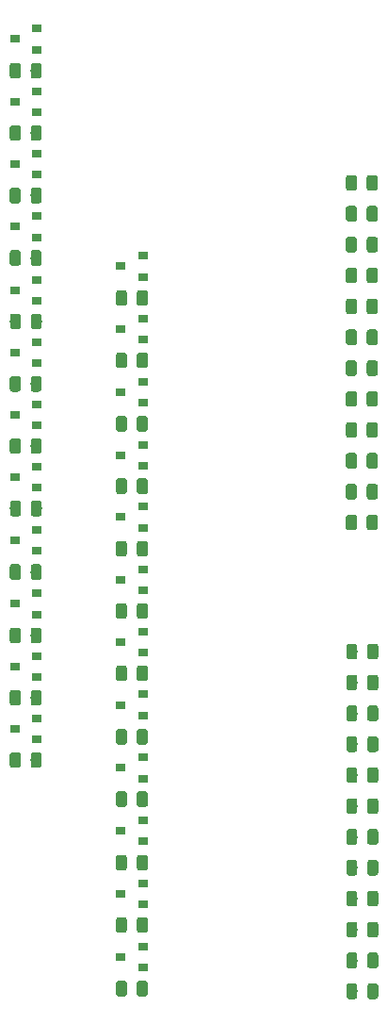
<source format=gtp>
G04 #@! TF.GenerationSoftware,KiCad,Pcbnew,5.0.2-bee76a0~70~ubuntu18.04.1*
G04 #@! TF.CreationDate,2019-05-29T18:19:34-05:00*
G04 #@! TF.ProjectId,ADAPTER_BOARD,41444150-5445-4525-9f42-4f4152442e6b,rev?*
G04 #@! TF.SameCoordinates,Original*
G04 #@! TF.FileFunction,Paste,Top*
G04 #@! TF.FilePolarity,Positive*
%FSLAX46Y46*%
G04 Gerber Fmt 4.6, Leading zero omitted, Abs format (unit mm)*
G04 Created by KiCad (PCBNEW 5.0.2-bee76a0~70~ubuntu18.04.1) date Wed 29 May 2019 06:19:34 PM CDT*
%MOMM*%
%LPD*%
G01*
G04 APERTURE LIST*
%ADD10C,0.100000*%
%ADD11C,0.975000*%
%ADD12R,0.900000X0.800000*%
G04 APERTURE END LIST*
D10*
G04 #@! TO.C,R18*
G36*
X73685142Y-80901174D02*
X73708803Y-80904684D01*
X73732007Y-80910496D01*
X73754529Y-80918554D01*
X73776153Y-80928782D01*
X73796670Y-80941079D01*
X73815883Y-80955329D01*
X73833607Y-80971393D01*
X73849671Y-80989117D01*
X73863921Y-81008330D01*
X73876218Y-81028847D01*
X73886446Y-81050471D01*
X73894504Y-81072993D01*
X73900316Y-81096197D01*
X73903826Y-81119858D01*
X73905000Y-81143750D01*
X73905000Y-82056250D01*
X73903826Y-82080142D01*
X73900316Y-82103803D01*
X73894504Y-82127007D01*
X73886446Y-82149529D01*
X73876218Y-82171153D01*
X73863921Y-82191670D01*
X73849671Y-82210883D01*
X73833607Y-82228607D01*
X73815883Y-82244671D01*
X73796670Y-82258921D01*
X73776153Y-82271218D01*
X73754529Y-82281446D01*
X73732007Y-82289504D01*
X73708803Y-82295316D01*
X73685142Y-82298826D01*
X73661250Y-82300000D01*
X73173750Y-82300000D01*
X73149858Y-82298826D01*
X73126197Y-82295316D01*
X73102993Y-82289504D01*
X73080471Y-82281446D01*
X73058847Y-82271218D01*
X73038330Y-82258921D01*
X73019117Y-82244671D01*
X73001393Y-82228607D01*
X72985329Y-82210883D01*
X72971079Y-82191670D01*
X72958782Y-82171153D01*
X72948554Y-82149529D01*
X72940496Y-82127007D01*
X72934684Y-82103803D01*
X72931174Y-82080142D01*
X72930000Y-82056250D01*
X72930000Y-81143750D01*
X72931174Y-81119858D01*
X72934684Y-81096197D01*
X72940496Y-81072993D01*
X72948554Y-81050471D01*
X72958782Y-81028847D01*
X72971079Y-81008330D01*
X72985329Y-80989117D01*
X73001393Y-80971393D01*
X73019117Y-80955329D01*
X73038330Y-80941079D01*
X73058847Y-80928782D01*
X73080471Y-80918554D01*
X73102993Y-80910496D01*
X73126197Y-80904684D01*
X73149858Y-80901174D01*
X73173750Y-80900000D01*
X73661250Y-80900000D01*
X73685142Y-80901174D01*
X73685142Y-80901174D01*
G37*
D11*
X73417500Y-81600000D03*
D10*
G36*
X71810142Y-80901174D02*
X71833803Y-80904684D01*
X71857007Y-80910496D01*
X71879529Y-80918554D01*
X71901153Y-80928782D01*
X71921670Y-80941079D01*
X71940883Y-80955329D01*
X71958607Y-80971393D01*
X71974671Y-80989117D01*
X71988921Y-81008330D01*
X72001218Y-81028847D01*
X72011446Y-81050471D01*
X72019504Y-81072993D01*
X72025316Y-81096197D01*
X72028826Y-81119858D01*
X72030000Y-81143750D01*
X72030000Y-82056250D01*
X72028826Y-82080142D01*
X72025316Y-82103803D01*
X72019504Y-82127007D01*
X72011446Y-82149529D01*
X72001218Y-82171153D01*
X71988921Y-82191670D01*
X71974671Y-82210883D01*
X71958607Y-82228607D01*
X71940883Y-82244671D01*
X71921670Y-82258921D01*
X71901153Y-82271218D01*
X71879529Y-82281446D01*
X71857007Y-82289504D01*
X71833803Y-82295316D01*
X71810142Y-82298826D01*
X71786250Y-82300000D01*
X71298750Y-82300000D01*
X71274858Y-82298826D01*
X71251197Y-82295316D01*
X71227993Y-82289504D01*
X71205471Y-82281446D01*
X71183847Y-82271218D01*
X71163330Y-82258921D01*
X71144117Y-82244671D01*
X71126393Y-82228607D01*
X71110329Y-82210883D01*
X71096079Y-82191670D01*
X71083782Y-82171153D01*
X71073554Y-82149529D01*
X71065496Y-82127007D01*
X71059684Y-82103803D01*
X71056174Y-82080142D01*
X71055000Y-82056250D01*
X71055000Y-81143750D01*
X71056174Y-81119858D01*
X71059684Y-81096197D01*
X71065496Y-81072993D01*
X71073554Y-81050471D01*
X71083782Y-81028847D01*
X71096079Y-81008330D01*
X71110329Y-80989117D01*
X71126393Y-80971393D01*
X71144117Y-80955329D01*
X71163330Y-80941079D01*
X71183847Y-80928782D01*
X71205471Y-80918554D01*
X71227993Y-80910496D01*
X71251197Y-80904684D01*
X71274858Y-80901174D01*
X71298750Y-80900000D01*
X71786250Y-80900000D01*
X71810142Y-80901174D01*
X71810142Y-80901174D01*
G37*
D11*
X71542500Y-81600000D03*
G04 #@! TD*
D12*
G04 #@! TO.C,Q5*
X71500000Y-56300000D03*
X73500000Y-55350000D03*
X73500000Y-57250000D03*
G04 #@! TD*
G04 #@! TO.C,Q1*
X71500000Y-33750000D03*
X73500000Y-32800000D03*
X73500000Y-34700000D03*
G04 #@! TD*
G04 #@! TO.C,Q2*
X73500000Y-40313042D03*
X73500000Y-38413042D03*
X71500000Y-39363042D03*
G04 #@! TD*
G04 #@! TO.C,Q3*
X71500000Y-44976084D03*
X73500000Y-44026084D03*
X73500000Y-45926084D03*
G04 #@! TD*
G04 #@! TO.C,Q4*
X73500000Y-51539126D03*
X73500000Y-49639126D03*
X71500000Y-50589126D03*
G04 #@! TD*
G04 #@! TO.C,Q6*
X73500000Y-62850000D03*
X73500000Y-60950000D03*
X71500000Y-61900000D03*
G04 #@! TD*
G04 #@! TO.C,Q7*
X71500000Y-67500000D03*
X73500000Y-66550000D03*
X73500000Y-68450000D03*
G04 #@! TD*
G04 #@! TO.C,Q8*
X73500000Y-74050000D03*
X73500000Y-72150000D03*
X71500000Y-73100000D03*
G04 #@! TD*
G04 #@! TO.C,Q9*
X71500000Y-78754336D03*
X73500000Y-77804336D03*
X73500000Y-79704336D03*
G04 #@! TD*
G04 #@! TO.C,Q10*
X73500000Y-85417378D03*
X73500000Y-83517378D03*
X71500000Y-84467378D03*
G04 #@! TD*
G04 #@! TO.C,Q11*
X71500000Y-90100000D03*
X73500000Y-89150000D03*
X73500000Y-91050000D03*
G04 #@! TD*
G04 #@! TO.C,Q12*
X71500000Y-95693462D03*
X73500000Y-94743462D03*
X73500000Y-96643462D03*
G04 #@! TD*
G04 #@! TO.C,Q13*
X83050000Y-55100000D03*
X83050000Y-53200000D03*
X81050000Y-54150000D03*
G04 #@! TD*
G04 #@! TO.C,Q14*
X81050000Y-59805764D03*
X83050000Y-58855764D03*
X83050000Y-60755764D03*
G04 #@! TD*
G04 #@! TO.C,Q15*
X83050000Y-66411528D03*
X83050000Y-64511528D03*
X81050000Y-65461528D03*
G04 #@! TD*
G04 #@! TO.C,Q16*
X83050000Y-72067292D03*
X83050000Y-70167292D03*
X81050000Y-71117292D03*
G04 #@! TD*
G04 #@! TO.C,Q17*
X81050000Y-76673056D03*
X83050000Y-75723056D03*
X83050000Y-77623056D03*
G04 #@! TD*
G04 #@! TO.C,Q18*
X83050000Y-83278820D03*
X83050000Y-81378820D03*
X81050000Y-82328820D03*
G04 #@! TD*
G04 #@! TO.C,Q19*
X83050000Y-88834584D03*
X83050000Y-86934584D03*
X81050000Y-87884584D03*
G04 #@! TD*
G04 #@! TO.C,Q20*
X81050000Y-93540348D03*
X83050000Y-92590348D03*
X83050000Y-94490348D03*
G04 #@! TD*
G04 #@! TO.C,Q21*
X83050000Y-100146112D03*
X83050000Y-98246112D03*
X81050000Y-99196112D03*
G04 #@! TD*
G04 #@! TO.C,Q22*
X81050000Y-104851876D03*
X83050000Y-103901876D03*
X83050000Y-105801876D03*
G04 #@! TD*
G04 #@! TO.C,Q23*
X83050000Y-111457640D03*
X83050000Y-109557640D03*
X81050000Y-110507640D03*
G04 #@! TD*
G04 #@! TO.C,Q24*
X81050000Y-116163404D03*
X83050000Y-115213404D03*
X83050000Y-117113404D03*
G04 #@! TD*
D10*
G04 #@! TO.C,R1*
G36*
X102030142Y-45961174D02*
X102053803Y-45964684D01*
X102077007Y-45970496D01*
X102099529Y-45978554D01*
X102121153Y-45988782D01*
X102141670Y-46001079D01*
X102160883Y-46015329D01*
X102178607Y-46031393D01*
X102194671Y-46049117D01*
X102208921Y-46068330D01*
X102221218Y-46088847D01*
X102231446Y-46110471D01*
X102239504Y-46132993D01*
X102245316Y-46156197D01*
X102248826Y-46179858D01*
X102250000Y-46203750D01*
X102250000Y-47116250D01*
X102248826Y-47140142D01*
X102245316Y-47163803D01*
X102239504Y-47187007D01*
X102231446Y-47209529D01*
X102221218Y-47231153D01*
X102208921Y-47251670D01*
X102194671Y-47270883D01*
X102178607Y-47288607D01*
X102160883Y-47304671D01*
X102141670Y-47318921D01*
X102121153Y-47331218D01*
X102099529Y-47341446D01*
X102077007Y-47349504D01*
X102053803Y-47355316D01*
X102030142Y-47358826D01*
X102006250Y-47360000D01*
X101518750Y-47360000D01*
X101494858Y-47358826D01*
X101471197Y-47355316D01*
X101447993Y-47349504D01*
X101425471Y-47341446D01*
X101403847Y-47331218D01*
X101383330Y-47318921D01*
X101364117Y-47304671D01*
X101346393Y-47288607D01*
X101330329Y-47270883D01*
X101316079Y-47251670D01*
X101303782Y-47231153D01*
X101293554Y-47209529D01*
X101285496Y-47187007D01*
X101279684Y-47163803D01*
X101276174Y-47140142D01*
X101275000Y-47116250D01*
X101275000Y-46203750D01*
X101276174Y-46179858D01*
X101279684Y-46156197D01*
X101285496Y-46132993D01*
X101293554Y-46110471D01*
X101303782Y-46088847D01*
X101316079Y-46068330D01*
X101330329Y-46049117D01*
X101346393Y-46031393D01*
X101364117Y-46015329D01*
X101383330Y-46001079D01*
X101403847Y-45988782D01*
X101425471Y-45978554D01*
X101447993Y-45970496D01*
X101471197Y-45964684D01*
X101494858Y-45961174D01*
X101518750Y-45960000D01*
X102006250Y-45960000D01*
X102030142Y-45961174D01*
X102030142Y-45961174D01*
G37*
D11*
X101762500Y-46660000D03*
D10*
G36*
X103905142Y-45961174D02*
X103928803Y-45964684D01*
X103952007Y-45970496D01*
X103974529Y-45978554D01*
X103996153Y-45988782D01*
X104016670Y-46001079D01*
X104035883Y-46015329D01*
X104053607Y-46031393D01*
X104069671Y-46049117D01*
X104083921Y-46068330D01*
X104096218Y-46088847D01*
X104106446Y-46110471D01*
X104114504Y-46132993D01*
X104120316Y-46156197D01*
X104123826Y-46179858D01*
X104125000Y-46203750D01*
X104125000Y-47116250D01*
X104123826Y-47140142D01*
X104120316Y-47163803D01*
X104114504Y-47187007D01*
X104106446Y-47209529D01*
X104096218Y-47231153D01*
X104083921Y-47251670D01*
X104069671Y-47270883D01*
X104053607Y-47288607D01*
X104035883Y-47304671D01*
X104016670Y-47318921D01*
X103996153Y-47331218D01*
X103974529Y-47341446D01*
X103952007Y-47349504D01*
X103928803Y-47355316D01*
X103905142Y-47358826D01*
X103881250Y-47360000D01*
X103393750Y-47360000D01*
X103369858Y-47358826D01*
X103346197Y-47355316D01*
X103322993Y-47349504D01*
X103300471Y-47341446D01*
X103278847Y-47331218D01*
X103258330Y-47318921D01*
X103239117Y-47304671D01*
X103221393Y-47288607D01*
X103205329Y-47270883D01*
X103191079Y-47251670D01*
X103178782Y-47231153D01*
X103168554Y-47209529D01*
X103160496Y-47187007D01*
X103154684Y-47163803D01*
X103151174Y-47140142D01*
X103150000Y-47116250D01*
X103150000Y-46203750D01*
X103151174Y-46179858D01*
X103154684Y-46156197D01*
X103160496Y-46132993D01*
X103168554Y-46110471D01*
X103178782Y-46088847D01*
X103191079Y-46068330D01*
X103205329Y-46049117D01*
X103221393Y-46031393D01*
X103239117Y-46015329D01*
X103258330Y-46001079D01*
X103278847Y-45988782D01*
X103300471Y-45978554D01*
X103322993Y-45970496D01*
X103346197Y-45964684D01*
X103369858Y-45961174D01*
X103393750Y-45960000D01*
X103881250Y-45960000D01*
X103905142Y-45961174D01*
X103905142Y-45961174D01*
G37*
D11*
X103637500Y-46660000D03*
G04 #@! TD*
D10*
G04 #@! TO.C,R2*
G36*
X73685142Y-35901174D02*
X73708803Y-35904684D01*
X73732007Y-35910496D01*
X73754529Y-35918554D01*
X73776153Y-35928782D01*
X73796670Y-35941079D01*
X73815883Y-35955329D01*
X73833607Y-35971393D01*
X73849671Y-35989117D01*
X73863921Y-36008330D01*
X73876218Y-36028847D01*
X73886446Y-36050471D01*
X73894504Y-36072993D01*
X73900316Y-36096197D01*
X73903826Y-36119858D01*
X73905000Y-36143750D01*
X73905000Y-37056250D01*
X73903826Y-37080142D01*
X73900316Y-37103803D01*
X73894504Y-37127007D01*
X73886446Y-37149529D01*
X73876218Y-37171153D01*
X73863921Y-37191670D01*
X73849671Y-37210883D01*
X73833607Y-37228607D01*
X73815883Y-37244671D01*
X73796670Y-37258921D01*
X73776153Y-37271218D01*
X73754529Y-37281446D01*
X73732007Y-37289504D01*
X73708803Y-37295316D01*
X73685142Y-37298826D01*
X73661250Y-37300000D01*
X73173750Y-37300000D01*
X73149858Y-37298826D01*
X73126197Y-37295316D01*
X73102993Y-37289504D01*
X73080471Y-37281446D01*
X73058847Y-37271218D01*
X73038330Y-37258921D01*
X73019117Y-37244671D01*
X73001393Y-37228607D01*
X72985329Y-37210883D01*
X72971079Y-37191670D01*
X72958782Y-37171153D01*
X72948554Y-37149529D01*
X72940496Y-37127007D01*
X72934684Y-37103803D01*
X72931174Y-37080142D01*
X72930000Y-37056250D01*
X72930000Y-36143750D01*
X72931174Y-36119858D01*
X72934684Y-36096197D01*
X72940496Y-36072993D01*
X72948554Y-36050471D01*
X72958782Y-36028847D01*
X72971079Y-36008330D01*
X72985329Y-35989117D01*
X73001393Y-35971393D01*
X73019117Y-35955329D01*
X73038330Y-35941079D01*
X73058847Y-35928782D01*
X73080471Y-35918554D01*
X73102993Y-35910496D01*
X73126197Y-35904684D01*
X73149858Y-35901174D01*
X73173750Y-35900000D01*
X73661250Y-35900000D01*
X73685142Y-35901174D01*
X73685142Y-35901174D01*
G37*
D11*
X73417500Y-36600000D03*
D10*
G36*
X71810142Y-35901174D02*
X71833803Y-35904684D01*
X71857007Y-35910496D01*
X71879529Y-35918554D01*
X71901153Y-35928782D01*
X71921670Y-35941079D01*
X71940883Y-35955329D01*
X71958607Y-35971393D01*
X71974671Y-35989117D01*
X71988921Y-36008330D01*
X72001218Y-36028847D01*
X72011446Y-36050471D01*
X72019504Y-36072993D01*
X72025316Y-36096197D01*
X72028826Y-36119858D01*
X72030000Y-36143750D01*
X72030000Y-37056250D01*
X72028826Y-37080142D01*
X72025316Y-37103803D01*
X72019504Y-37127007D01*
X72011446Y-37149529D01*
X72001218Y-37171153D01*
X71988921Y-37191670D01*
X71974671Y-37210883D01*
X71958607Y-37228607D01*
X71940883Y-37244671D01*
X71921670Y-37258921D01*
X71901153Y-37271218D01*
X71879529Y-37281446D01*
X71857007Y-37289504D01*
X71833803Y-37295316D01*
X71810142Y-37298826D01*
X71786250Y-37300000D01*
X71298750Y-37300000D01*
X71274858Y-37298826D01*
X71251197Y-37295316D01*
X71227993Y-37289504D01*
X71205471Y-37281446D01*
X71183847Y-37271218D01*
X71163330Y-37258921D01*
X71144117Y-37244671D01*
X71126393Y-37228607D01*
X71110329Y-37210883D01*
X71096079Y-37191670D01*
X71083782Y-37171153D01*
X71073554Y-37149529D01*
X71065496Y-37127007D01*
X71059684Y-37103803D01*
X71056174Y-37080142D01*
X71055000Y-37056250D01*
X71055000Y-36143750D01*
X71056174Y-36119858D01*
X71059684Y-36096197D01*
X71065496Y-36072993D01*
X71073554Y-36050471D01*
X71083782Y-36028847D01*
X71096079Y-36008330D01*
X71110329Y-35989117D01*
X71126393Y-35971393D01*
X71144117Y-35955329D01*
X71163330Y-35941079D01*
X71183847Y-35928782D01*
X71205471Y-35918554D01*
X71227993Y-35910496D01*
X71251197Y-35904684D01*
X71274858Y-35901174D01*
X71298750Y-35900000D01*
X71786250Y-35900000D01*
X71810142Y-35901174D01*
X71810142Y-35901174D01*
G37*
D11*
X71542500Y-36600000D03*
G04 #@! TD*
D10*
G04 #@! TO.C,R3*
G36*
X102030142Y-48733901D02*
X102053803Y-48737411D01*
X102077007Y-48743223D01*
X102099529Y-48751281D01*
X102121153Y-48761509D01*
X102141670Y-48773806D01*
X102160883Y-48788056D01*
X102178607Y-48804120D01*
X102194671Y-48821844D01*
X102208921Y-48841057D01*
X102221218Y-48861574D01*
X102231446Y-48883198D01*
X102239504Y-48905720D01*
X102245316Y-48928924D01*
X102248826Y-48952585D01*
X102250000Y-48976477D01*
X102250000Y-49888977D01*
X102248826Y-49912869D01*
X102245316Y-49936530D01*
X102239504Y-49959734D01*
X102231446Y-49982256D01*
X102221218Y-50003880D01*
X102208921Y-50024397D01*
X102194671Y-50043610D01*
X102178607Y-50061334D01*
X102160883Y-50077398D01*
X102141670Y-50091648D01*
X102121153Y-50103945D01*
X102099529Y-50114173D01*
X102077007Y-50122231D01*
X102053803Y-50128043D01*
X102030142Y-50131553D01*
X102006250Y-50132727D01*
X101518750Y-50132727D01*
X101494858Y-50131553D01*
X101471197Y-50128043D01*
X101447993Y-50122231D01*
X101425471Y-50114173D01*
X101403847Y-50103945D01*
X101383330Y-50091648D01*
X101364117Y-50077398D01*
X101346393Y-50061334D01*
X101330329Y-50043610D01*
X101316079Y-50024397D01*
X101303782Y-50003880D01*
X101293554Y-49982256D01*
X101285496Y-49959734D01*
X101279684Y-49936530D01*
X101276174Y-49912869D01*
X101275000Y-49888977D01*
X101275000Y-48976477D01*
X101276174Y-48952585D01*
X101279684Y-48928924D01*
X101285496Y-48905720D01*
X101293554Y-48883198D01*
X101303782Y-48861574D01*
X101316079Y-48841057D01*
X101330329Y-48821844D01*
X101346393Y-48804120D01*
X101364117Y-48788056D01*
X101383330Y-48773806D01*
X101403847Y-48761509D01*
X101425471Y-48751281D01*
X101447993Y-48743223D01*
X101471197Y-48737411D01*
X101494858Y-48733901D01*
X101518750Y-48732727D01*
X102006250Y-48732727D01*
X102030142Y-48733901D01*
X102030142Y-48733901D01*
G37*
D11*
X101762500Y-49432727D03*
D10*
G36*
X103905142Y-48733901D02*
X103928803Y-48737411D01*
X103952007Y-48743223D01*
X103974529Y-48751281D01*
X103996153Y-48761509D01*
X104016670Y-48773806D01*
X104035883Y-48788056D01*
X104053607Y-48804120D01*
X104069671Y-48821844D01*
X104083921Y-48841057D01*
X104096218Y-48861574D01*
X104106446Y-48883198D01*
X104114504Y-48905720D01*
X104120316Y-48928924D01*
X104123826Y-48952585D01*
X104125000Y-48976477D01*
X104125000Y-49888977D01*
X104123826Y-49912869D01*
X104120316Y-49936530D01*
X104114504Y-49959734D01*
X104106446Y-49982256D01*
X104096218Y-50003880D01*
X104083921Y-50024397D01*
X104069671Y-50043610D01*
X104053607Y-50061334D01*
X104035883Y-50077398D01*
X104016670Y-50091648D01*
X103996153Y-50103945D01*
X103974529Y-50114173D01*
X103952007Y-50122231D01*
X103928803Y-50128043D01*
X103905142Y-50131553D01*
X103881250Y-50132727D01*
X103393750Y-50132727D01*
X103369858Y-50131553D01*
X103346197Y-50128043D01*
X103322993Y-50122231D01*
X103300471Y-50114173D01*
X103278847Y-50103945D01*
X103258330Y-50091648D01*
X103239117Y-50077398D01*
X103221393Y-50061334D01*
X103205329Y-50043610D01*
X103191079Y-50024397D01*
X103178782Y-50003880D01*
X103168554Y-49982256D01*
X103160496Y-49959734D01*
X103154684Y-49936530D01*
X103151174Y-49912869D01*
X103150000Y-49888977D01*
X103150000Y-48976477D01*
X103151174Y-48952585D01*
X103154684Y-48928924D01*
X103160496Y-48905720D01*
X103168554Y-48883198D01*
X103178782Y-48861574D01*
X103191079Y-48841057D01*
X103205329Y-48821844D01*
X103221393Y-48804120D01*
X103239117Y-48788056D01*
X103258330Y-48773806D01*
X103278847Y-48761509D01*
X103300471Y-48751281D01*
X103322993Y-48743223D01*
X103346197Y-48737411D01*
X103369858Y-48733901D01*
X103393750Y-48732727D01*
X103881250Y-48732727D01*
X103905142Y-48733901D01*
X103905142Y-48733901D01*
G37*
D11*
X103637500Y-49432727D03*
G04 #@! TD*
D10*
G04 #@! TO.C,R4*
G36*
X73685142Y-41501174D02*
X73708803Y-41504684D01*
X73732007Y-41510496D01*
X73754529Y-41518554D01*
X73776153Y-41528782D01*
X73796670Y-41541079D01*
X73815883Y-41555329D01*
X73833607Y-41571393D01*
X73849671Y-41589117D01*
X73863921Y-41608330D01*
X73876218Y-41628847D01*
X73886446Y-41650471D01*
X73894504Y-41672993D01*
X73900316Y-41696197D01*
X73903826Y-41719858D01*
X73905000Y-41743750D01*
X73905000Y-42656250D01*
X73903826Y-42680142D01*
X73900316Y-42703803D01*
X73894504Y-42727007D01*
X73886446Y-42749529D01*
X73876218Y-42771153D01*
X73863921Y-42791670D01*
X73849671Y-42810883D01*
X73833607Y-42828607D01*
X73815883Y-42844671D01*
X73796670Y-42858921D01*
X73776153Y-42871218D01*
X73754529Y-42881446D01*
X73732007Y-42889504D01*
X73708803Y-42895316D01*
X73685142Y-42898826D01*
X73661250Y-42900000D01*
X73173750Y-42900000D01*
X73149858Y-42898826D01*
X73126197Y-42895316D01*
X73102993Y-42889504D01*
X73080471Y-42881446D01*
X73058847Y-42871218D01*
X73038330Y-42858921D01*
X73019117Y-42844671D01*
X73001393Y-42828607D01*
X72985329Y-42810883D01*
X72971079Y-42791670D01*
X72958782Y-42771153D01*
X72948554Y-42749529D01*
X72940496Y-42727007D01*
X72934684Y-42703803D01*
X72931174Y-42680142D01*
X72930000Y-42656250D01*
X72930000Y-41743750D01*
X72931174Y-41719858D01*
X72934684Y-41696197D01*
X72940496Y-41672993D01*
X72948554Y-41650471D01*
X72958782Y-41628847D01*
X72971079Y-41608330D01*
X72985329Y-41589117D01*
X73001393Y-41571393D01*
X73019117Y-41555329D01*
X73038330Y-41541079D01*
X73058847Y-41528782D01*
X73080471Y-41518554D01*
X73102993Y-41510496D01*
X73126197Y-41504684D01*
X73149858Y-41501174D01*
X73173750Y-41500000D01*
X73661250Y-41500000D01*
X73685142Y-41501174D01*
X73685142Y-41501174D01*
G37*
D11*
X73417500Y-42200000D03*
D10*
G36*
X71810142Y-41501174D02*
X71833803Y-41504684D01*
X71857007Y-41510496D01*
X71879529Y-41518554D01*
X71901153Y-41528782D01*
X71921670Y-41541079D01*
X71940883Y-41555329D01*
X71958607Y-41571393D01*
X71974671Y-41589117D01*
X71988921Y-41608330D01*
X72001218Y-41628847D01*
X72011446Y-41650471D01*
X72019504Y-41672993D01*
X72025316Y-41696197D01*
X72028826Y-41719858D01*
X72030000Y-41743750D01*
X72030000Y-42656250D01*
X72028826Y-42680142D01*
X72025316Y-42703803D01*
X72019504Y-42727007D01*
X72011446Y-42749529D01*
X72001218Y-42771153D01*
X71988921Y-42791670D01*
X71974671Y-42810883D01*
X71958607Y-42828607D01*
X71940883Y-42844671D01*
X71921670Y-42858921D01*
X71901153Y-42871218D01*
X71879529Y-42881446D01*
X71857007Y-42889504D01*
X71833803Y-42895316D01*
X71810142Y-42898826D01*
X71786250Y-42900000D01*
X71298750Y-42900000D01*
X71274858Y-42898826D01*
X71251197Y-42895316D01*
X71227993Y-42889504D01*
X71205471Y-42881446D01*
X71183847Y-42871218D01*
X71163330Y-42858921D01*
X71144117Y-42844671D01*
X71126393Y-42828607D01*
X71110329Y-42810883D01*
X71096079Y-42791670D01*
X71083782Y-42771153D01*
X71073554Y-42749529D01*
X71065496Y-42727007D01*
X71059684Y-42703803D01*
X71056174Y-42680142D01*
X71055000Y-42656250D01*
X71055000Y-41743750D01*
X71056174Y-41719858D01*
X71059684Y-41696197D01*
X71065496Y-41672993D01*
X71073554Y-41650471D01*
X71083782Y-41628847D01*
X71096079Y-41608330D01*
X71110329Y-41589117D01*
X71126393Y-41571393D01*
X71144117Y-41555329D01*
X71163330Y-41541079D01*
X71183847Y-41528782D01*
X71205471Y-41518554D01*
X71227993Y-41510496D01*
X71251197Y-41504684D01*
X71274858Y-41501174D01*
X71298750Y-41500000D01*
X71786250Y-41500000D01*
X71810142Y-41501174D01*
X71810142Y-41501174D01*
G37*
D11*
X71542500Y-42200000D03*
G04 #@! TD*
D10*
G04 #@! TO.C,R5*
G36*
X102030142Y-51506628D02*
X102053803Y-51510138D01*
X102077007Y-51515950D01*
X102099529Y-51524008D01*
X102121153Y-51534236D01*
X102141670Y-51546533D01*
X102160883Y-51560783D01*
X102178607Y-51576847D01*
X102194671Y-51594571D01*
X102208921Y-51613784D01*
X102221218Y-51634301D01*
X102231446Y-51655925D01*
X102239504Y-51678447D01*
X102245316Y-51701651D01*
X102248826Y-51725312D01*
X102250000Y-51749204D01*
X102250000Y-52661704D01*
X102248826Y-52685596D01*
X102245316Y-52709257D01*
X102239504Y-52732461D01*
X102231446Y-52754983D01*
X102221218Y-52776607D01*
X102208921Y-52797124D01*
X102194671Y-52816337D01*
X102178607Y-52834061D01*
X102160883Y-52850125D01*
X102141670Y-52864375D01*
X102121153Y-52876672D01*
X102099529Y-52886900D01*
X102077007Y-52894958D01*
X102053803Y-52900770D01*
X102030142Y-52904280D01*
X102006250Y-52905454D01*
X101518750Y-52905454D01*
X101494858Y-52904280D01*
X101471197Y-52900770D01*
X101447993Y-52894958D01*
X101425471Y-52886900D01*
X101403847Y-52876672D01*
X101383330Y-52864375D01*
X101364117Y-52850125D01*
X101346393Y-52834061D01*
X101330329Y-52816337D01*
X101316079Y-52797124D01*
X101303782Y-52776607D01*
X101293554Y-52754983D01*
X101285496Y-52732461D01*
X101279684Y-52709257D01*
X101276174Y-52685596D01*
X101275000Y-52661704D01*
X101275000Y-51749204D01*
X101276174Y-51725312D01*
X101279684Y-51701651D01*
X101285496Y-51678447D01*
X101293554Y-51655925D01*
X101303782Y-51634301D01*
X101316079Y-51613784D01*
X101330329Y-51594571D01*
X101346393Y-51576847D01*
X101364117Y-51560783D01*
X101383330Y-51546533D01*
X101403847Y-51534236D01*
X101425471Y-51524008D01*
X101447993Y-51515950D01*
X101471197Y-51510138D01*
X101494858Y-51506628D01*
X101518750Y-51505454D01*
X102006250Y-51505454D01*
X102030142Y-51506628D01*
X102030142Y-51506628D01*
G37*
D11*
X101762500Y-52205454D03*
D10*
G36*
X103905142Y-51506628D02*
X103928803Y-51510138D01*
X103952007Y-51515950D01*
X103974529Y-51524008D01*
X103996153Y-51534236D01*
X104016670Y-51546533D01*
X104035883Y-51560783D01*
X104053607Y-51576847D01*
X104069671Y-51594571D01*
X104083921Y-51613784D01*
X104096218Y-51634301D01*
X104106446Y-51655925D01*
X104114504Y-51678447D01*
X104120316Y-51701651D01*
X104123826Y-51725312D01*
X104125000Y-51749204D01*
X104125000Y-52661704D01*
X104123826Y-52685596D01*
X104120316Y-52709257D01*
X104114504Y-52732461D01*
X104106446Y-52754983D01*
X104096218Y-52776607D01*
X104083921Y-52797124D01*
X104069671Y-52816337D01*
X104053607Y-52834061D01*
X104035883Y-52850125D01*
X104016670Y-52864375D01*
X103996153Y-52876672D01*
X103974529Y-52886900D01*
X103952007Y-52894958D01*
X103928803Y-52900770D01*
X103905142Y-52904280D01*
X103881250Y-52905454D01*
X103393750Y-52905454D01*
X103369858Y-52904280D01*
X103346197Y-52900770D01*
X103322993Y-52894958D01*
X103300471Y-52886900D01*
X103278847Y-52876672D01*
X103258330Y-52864375D01*
X103239117Y-52850125D01*
X103221393Y-52834061D01*
X103205329Y-52816337D01*
X103191079Y-52797124D01*
X103178782Y-52776607D01*
X103168554Y-52754983D01*
X103160496Y-52732461D01*
X103154684Y-52709257D01*
X103151174Y-52685596D01*
X103150000Y-52661704D01*
X103150000Y-51749204D01*
X103151174Y-51725312D01*
X103154684Y-51701651D01*
X103160496Y-51678447D01*
X103168554Y-51655925D01*
X103178782Y-51634301D01*
X103191079Y-51613784D01*
X103205329Y-51594571D01*
X103221393Y-51576847D01*
X103239117Y-51560783D01*
X103258330Y-51546533D01*
X103278847Y-51534236D01*
X103300471Y-51524008D01*
X103322993Y-51515950D01*
X103346197Y-51510138D01*
X103369858Y-51506628D01*
X103393750Y-51505454D01*
X103881250Y-51505454D01*
X103905142Y-51506628D01*
X103905142Y-51506628D01*
G37*
D11*
X103637500Y-52205454D03*
G04 #@! TD*
D10*
G04 #@! TO.C,R6*
G36*
X71810142Y-47101174D02*
X71833803Y-47104684D01*
X71857007Y-47110496D01*
X71879529Y-47118554D01*
X71901153Y-47128782D01*
X71921670Y-47141079D01*
X71940883Y-47155329D01*
X71958607Y-47171393D01*
X71974671Y-47189117D01*
X71988921Y-47208330D01*
X72001218Y-47228847D01*
X72011446Y-47250471D01*
X72019504Y-47272993D01*
X72025316Y-47296197D01*
X72028826Y-47319858D01*
X72030000Y-47343750D01*
X72030000Y-48256250D01*
X72028826Y-48280142D01*
X72025316Y-48303803D01*
X72019504Y-48327007D01*
X72011446Y-48349529D01*
X72001218Y-48371153D01*
X71988921Y-48391670D01*
X71974671Y-48410883D01*
X71958607Y-48428607D01*
X71940883Y-48444671D01*
X71921670Y-48458921D01*
X71901153Y-48471218D01*
X71879529Y-48481446D01*
X71857007Y-48489504D01*
X71833803Y-48495316D01*
X71810142Y-48498826D01*
X71786250Y-48500000D01*
X71298750Y-48500000D01*
X71274858Y-48498826D01*
X71251197Y-48495316D01*
X71227993Y-48489504D01*
X71205471Y-48481446D01*
X71183847Y-48471218D01*
X71163330Y-48458921D01*
X71144117Y-48444671D01*
X71126393Y-48428607D01*
X71110329Y-48410883D01*
X71096079Y-48391670D01*
X71083782Y-48371153D01*
X71073554Y-48349529D01*
X71065496Y-48327007D01*
X71059684Y-48303803D01*
X71056174Y-48280142D01*
X71055000Y-48256250D01*
X71055000Y-47343750D01*
X71056174Y-47319858D01*
X71059684Y-47296197D01*
X71065496Y-47272993D01*
X71073554Y-47250471D01*
X71083782Y-47228847D01*
X71096079Y-47208330D01*
X71110329Y-47189117D01*
X71126393Y-47171393D01*
X71144117Y-47155329D01*
X71163330Y-47141079D01*
X71183847Y-47128782D01*
X71205471Y-47118554D01*
X71227993Y-47110496D01*
X71251197Y-47104684D01*
X71274858Y-47101174D01*
X71298750Y-47100000D01*
X71786250Y-47100000D01*
X71810142Y-47101174D01*
X71810142Y-47101174D01*
G37*
D11*
X71542500Y-47800000D03*
D10*
G36*
X73685142Y-47101174D02*
X73708803Y-47104684D01*
X73732007Y-47110496D01*
X73754529Y-47118554D01*
X73776153Y-47128782D01*
X73796670Y-47141079D01*
X73815883Y-47155329D01*
X73833607Y-47171393D01*
X73849671Y-47189117D01*
X73863921Y-47208330D01*
X73876218Y-47228847D01*
X73886446Y-47250471D01*
X73894504Y-47272993D01*
X73900316Y-47296197D01*
X73903826Y-47319858D01*
X73905000Y-47343750D01*
X73905000Y-48256250D01*
X73903826Y-48280142D01*
X73900316Y-48303803D01*
X73894504Y-48327007D01*
X73886446Y-48349529D01*
X73876218Y-48371153D01*
X73863921Y-48391670D01*
X73849671Y-48410883D01*
X73833607Y-48428607D01*
X73815883Y-48444671D01*
X73796670Y-48458921D01*
X73776153Y-48471218D01*
X73754529Y-48481446D01*
X73732007Y-48489504D01*
X73708803Y-48495316D01*
X73685142Y-48498826D01*
X73661250Y-48500000D01*
X73173750Y-48500000D01*
X73149858Y-48498826D01*
X73126197Y-48495316D01*
X73102993Y-48489504D01*
X73080471Y-48481446D01*
X73058847Y-48471218D01*
X73038330Y-48458921D01*
X73019117Y-48444671D01*
X73001393Y-48428607D01*
X72985329Y-48410883D01*
X72971079Y-48391670D01*
X72958782Y-48371153D01*
X72948554Y-48349529D01*
X72940496Y-48327007D01*
X72934684Y-48303803D01*
X72931174Y-48280142D01*
X72930000Y-48256250D01*
X72930000Y-47343750D01*
X72931174Y-47319858D01*
X72934684Y-47296197D01*
X72940496Y-47272993D01*
X72948554Y-47250471D01*
X72958782Y-47228847D01*
X72971079Y-47208330D01*
X72985329Y-47189117D01*
X73001393Y-47171393D01*
X73019117Y-47155329D01*
X73038330Y-47141079D01*
X73058847Y-47128782D01*
X73080471Y-47118554D01*
X73102993Y-47110496D01*
X73126197Y-47104684D01*
X73149858Y-47101174D01*
X73173750Y-47100000D01*
X73661250Y-47100000D01*
X73685142Y-47101174D01*
X73685142Y-47101174D01*
G37*
D11*
X73417500Y-47800000D03*
G04 #@! TD*
D10*
G04 #@! TO.C,R7*
G36*
X103905142Y-54279355D02*
X103928803Y-54282865D01*
X103952007Y-54288677D01*
X103974529Y-54296735D01*
X103996153Y-54306963D01*
X104016670Y-54319260D01*
X104035883Y-54333510D01*
X104053607Y-54349574D01*
X104069671Y-54367298D01*
X104083921Y-54386511D01*
X104096218Y-54407028D01*
X104106446Y-54428652D01*
X104114504Y-54451174D01*
X104120316Y-54474378D01*
X104123826Y-54498039D01*
X104125000Y-54521931D01*
X104125000Y-55434431D01*
X104123826Y-55458323D01*
X104120316Y-55481984D01*
X104114504Y-55505188D01*
X104106446Y-55527710D01*
X104096218Y-55549334D01*
X104083921Y-55569851D01*
X104069671Y-55589064D01*
X104053607Y-55606788D01*
X104035883Y-55622852D01*
X104016670Y-55637102D01*
X103996153Y-55649399D01*
X103974529Y-55659627D01*
X103952007Y-55667685D01*
X103928803Y-55673497D01*
X103905142Y-55677007D01*
X103881250Y-55678181D01*
X103393750Y-55678181D01*
X103369858Y-55677007D01*
X103346197Y-55673497D01*
X103322993Y-55667685D01*
X103300471Y-55659627D01*
X103278847Y-55649399D01*
X103258330Y-55637102D01*
X103239117Y-55622852D01*
X103221393Y-55606788D01*
X103205329Y-55589064D01*
X103191079Y-55569851D01*
X103178782Y-55549334D01*
X103168554Y-55527710D01*
X103160496Y-55505188D01*
X103154684Y-55481984D01*
X103151174Y-55458323D01*
X103150000Y-55434431D01*
X103150000Y-54521931D01*
X103151174Y-54498039D01*
X103154684Y-54474378D01*
X103160496Y-54451174D01*
X103168554Y-54428652D01*
X103178782Y-54407028D01*
X103191079Y-54386511D01*
X103205329Y-54367298D01*
X103221393Y-54349574D01*
X103239117Y-54333510D01*
X103258330Y-54319260D01*
X103278847Y-54306963D01*
X103300471Y-54296735D01*
X103322993Y-54288677D01*
X103346197Y-54282865D01*
X103369858Y-54279355D01*
X103393750Y-54278181D01*
X103881250Y-54278181D01*
X103905142Y-54279355D01*
X103905142Y-54279355D01*
G37*
D11*
X103637500Y-54978181D03*
D10*
G36*
X102030142Y-54279355D02*
X102053803Y-54282865D01*
X102077007Y-54288677D01*
X102099529Y-54296735D01*
X102121153Y-54306963D01*
X102141670Y-54319260D01*
X102160883Y-54333510D01*
X102178607Y-54349574D01*
X102194671Y-54367298D01*
X102208921Y-54386511D01*
X102221218Y-54407028D01*
X102231446Y-54428652D01*
X102239504Y-54451174D01*
X102245316Y-54474378D01*
X102248826Y-54498039D01*
X102250000Y-54521931D01*
X102250000Y-55434431D01*
X102248826Y-55458323D01*
X102245316Y-55481984D01*
X102239504Y-55505188D01*
X102231446Y-55527710D01*
X102221218Y-55549334D01*
X102208921Y-55569851D01*
X102194671Y-55589064D01*
X102178607Y-55606788D01*
X102160883Y-55622852D01*
X102141670Y-55637102D01*
X102121153Y-55649399D01*
X102099529Y-55659627D01*
X102077007Y-55667685D01*
X102053803Y-55673497D01*
X102030142Y-55677007D01*
X102006250Y-55678181D01*
X101518750Y-55678181D01*
X101494858Y-55677007D01*
X101471197Y-55673497D01*
X101447993Y-55667685D01*
X101425471Y-55659627D01*
X101403847Y-55649399D01*
X101383330Y-55637102D01*
X101364117Y-55622852D01*
X101346393Y-55606788D01*
X101330329Y-55589064D01*
X101316079Y-55569851D01*
X101303782Y-55549334D01*
X101293554Y-55527710D01*
X101285496Y-55505188D01*
X101279684Y-55481984D01*
X101276174Y-55458323D01*
X101275000Y-55434431D01*
X101275000Y-54521931D01*
X101276174Y-54498039D01*
X101279684Y-54474378D01*
X101285496Y-54451174D01*
X101293554Y-54428652D01*
X101303782Y-54407028D01*
X101316079Y-54386511D01*
X101330329Y-54367298D01*
X101346393Y-54349574D01*
X101364117Y-54333510D01*
X101383330Y-54319260D01*
X101403847Y-54306963D01*
X101425471Y-54296735D01*
X101447993Y-54288677D01*
X101471197Y-54282865D01*
X101494858Y-54279355D01*
X101518750Y-54278181D01*
X102006250Y-54278181D01*
X102030142Y-54279355D01*
X102030142Y-54279355D01*
G37*
D11*
X101762500Y-54978181D03*
G04 #@! TD*
D10*
G04 #@! TO.C,R8*
G36*
X71810142Y-52701174D02*
X71833803Y-52704684D01*
X71857007Y-52710496D01*
X71879529Y-52718554D01*
X71901153Y-52728782D01*
X71921670Y-52741079D01*
X71940883Y-52755329D01*
X71958607Y-52771393D01*
X71974671Y-52789117D01*
X71988921Y-52808330D01*
X72001218Y-52828847D01*
X72011446Y-52850471D01*
X72019504Y-52872993D01*
X72025316Y-52896197D01*
X72028826Y-52919858D01*
X72030000Y-52943750D01*
X72030000Y-53856250D01*
X72028826Y-53880142D01*
X72025316Y-53903803D01*
X72019504Y-53927007D01*
X72011446Y-53949529D01*
X72001218Y-53971153D01*
X71988921Y-53991670D01*
X71974671Y-54010883D01*
X71958607Y-54028607D01*
X71940883Y-54044671D01*
X71921670Y-54058921D01*
X71901153Y-54071218D01*
X71879529Y-54081446D01*
X71857007Y-54089504D01*
X71833803Y-54095316D01*
X71810142Y-54098826D01*
X71786250Y-54100000D01*
X71298750Y-54100000D01*
X71274858Y-54098826D01*
X71251197Y-54095316D01*
X71227993Y-54089504D01*
X71205471Y-54081446D01*
X71183847Y-54071218D01*
X71163330Y-54058921D01*
X71144117Y-54044671D01*
X71126393Y-54028607D01*
X71110329Y-54010883D01*
X71096079Y-53991670D01*
X71083782Y-53971153D01*
X71073554Y-53949529D01*
X71065496Y-53927007D01*
X71059684Y-53903803D01*
X71056174Y-53880142D01*
X71055000Y-53856250D01*
X71055000Y-52943750D01*
X71056174Y-52919858D01*
X71059684Y-52896197D01*
X71065496Y-52872993D01*
X71073554Y-52850471D01*
X71083782Y-52828847D01*
X71096079Y-52808330D01*
X71110329Y-52789117D01*
X71126393Y-52771393D01*
X71144117Y-52755329D01*
X71163330Y-52741079D01*
X71183847Y-52728782D01*
X71205471Y-52718554D01*
X71227993Y-52710496D01*
X71251197Y-52704684D01*
X71274858Y-52701174D01*
X71298750Y-52700000D01*
X71786250Y-52700000D01*
X71810142Y-52701174D01*
X71810142Y-52701174D01*
G37*
D11*
X71542500Y-53400000D03*
D10*
G36*
X73685142Y-52701174D02*
X73708803Y-52704684D01*
X73732007Y-52710496D01*
X73754529Y-52718554D01*
X73776153Y-52728782D01*
X73796670Y-52741079D01*
X73815883Y-52755329D01*
X73833607Y-52771393D01*
X73849671Y-52789117D01*
X73863921Y-52808330D01*
X73876218Y-52828847D01*
X73886446Y-52850471D01*
X73894504Y-52872993D01*
X73900316Y-52896197D01*
X73903826Y-52919858D01*
X73905000Y-52943750D01*
X73905000Y-53856250D01*
X73903826Y-53880142D01*
X73900316Y-53903803D01*
X73894504Y-53927007D01*
X73886446Y-53949529D01*
X73876218Y-53971153D01*
X73863921Y-53991670D01*
X73849671Y-54010883D01*
X73833607Y-54028607D01*
X73815883Y-54044671D01*
X73796670Y-54058921D01*
X73776153Y-54071218D01*
X73754529Y-54081446D01*
X73732007Y-54089504D01*
X73708803Y-54095316D01*
X73685142Y-54098826D01*
X73661250Y-54100000D01*
X73173750Y-54100000D01*
X73149858Y-54098826D01*
X73126197Y-54095316D01*
X73102993Y-54089504D01*
X73080471Y-54081446D01*
X73058847Y-54071218D01*
X73038330Y-54058921D01*
X73019117Y-54044671D01*
X73001393Y-54028607D01*
X72985329Y-54010883D01*
X72971079Y-53991670D01*
X72958782Y-53971153D01*
X72948554Y-53949529D01*
X72940496Y-53927007D01*
X72934684Y-53903803D01*
X72931174Y-53880142D01*
X72930000Y-53856250D01*
X72930000Y-52943750D01*
X72931174Y-52919858D01*
X72934684Y-52896197D01*
X72940496Y-52872993D01*
X72948554Y-52850471D01*
X72958782Y-52828847D01*
X72971079Y-52808330D01*
X72985329Y-52789117D01*
X73001393Y-52771393D01*
X73019117Y-52755329D01*
X73038330Y-52741079D01*
X73058847Y-52728782D01*
X73080471Y-52718554D01*
X73102993Y-52710496D01*
X73126197Y-52704684D01*
X73149858Y-52701174D01*
X73173750Y-52700000D01*
X73661250Y-52700000D01*
X73685142Y-52701174D01*
X73685142Y-52701174D01*
G37*
D11*
X73417500Y-53400000D03*
G04 #@! TD*
D10*
G04 #@! TO.C,R9*
G36*
X103905142Y-57052082D02*
X103928803Y-57055592D01*
X103952007Y-57061404D01*
X103974529Y-57069462D01*
X103996153Y-57079690D01*
X104016670Y-57091987D01*
X104035883Y-57106237D01*
X104053607Y-57122301D01*
X104069671Y-57140025D01*
X104083921Y-57159238D01*
X104096218Y-57179755D01*
X104106446Y-57201379D01*
X104114504Y-57223901D01*
X104120316Y-57247105D01*
X104123826Y-57270766D01*
X104125000Y-57294658D01*
X104125000Y-58207158D01*
X104123826Y-58231050D01*
X104120316Y-58254711D01*
X104114504Y-58277915D01*
X104106446Y-58300437D01*
X104096218Y-58322061D01*
X104083921Y-58342578D01*
X104069671Y-58361791D01*
X104053607Y-58379515D01*
X104035883Y-58395579D01*
X104016670Y-58409829D01*
X103996153Y-58422126D01*
X103974529Y-58432354D01*
X103952007Y-58440412D01*
X103928803Y-58446224D01*
X103905142Y-58449734D01*
X103881250Y-58450908D01*
X103393750Y-58450908D01*
X103369858Y-58449734D01*
X103346197Y-58446224D01*
X103322993Y-58440412D01*
X103300471Y-58432354D01*
X103278847Y-58422126D01*
X103258330Y-58409829D01*
X103239117Y-58395579D01*
X103221393Y-58379515D01*
X103205329Y-58361791D01*
X103191079Y-58342578D01*
X103178782Y-58322061D01*
X103168554Y-58300437D01*
X103160496Y-58277915D01*
X103154684Y-58254711D01*
X103151174Y-58231050D01*
X103150000Y-58207158D01*
X103150000Y-57294658D01*
X103151174Y-57270766D01*
X103154684Y-57247105D01*
X103160496Y-57223901D01*
X103168554Y-57201379D01*
X103178782Y-57179755D01*
X103191079Y-57159238D01*
X103205329Y-57140025D01*
X103221393Y-57122301D01*
X103239117Y-57106237D01*
X103258330Y-57091987D01*
X103278847Y-57079690D01*
X103300471Y-57069462D01*
X103322993Y-57061404D01*
X103346197Y-57055592D01*
X103369858Y-57052082D01*
X103393750Y-57050908D01*
X103881250Y-57050908D01*
X103905142Y-57052082D01*
X103905142Y-57052082D01*
G37*
D11*
X103637500Y-57750908D03*
D10*
G36*
X102030142Y-57052082D02*
X102053803Y-57055592D01*
X102077007Y-57061404D01*
X102099529Y-57069462D01*
X102121153Y-57079690D01*
X102141670Y-57091987D01*
X102160883Y-57106237D01*
X102178607Y-57122301D01*
X102194671Y-57140025D01*
X102208921Y-57159238D01*
X102221218Y-57179755D01*
X102231446Y-57201379D01*
X102239504Y-57223901D01*
X102245316Y-57247105D01*
X102248826Y-57270766D01*
X102250000Y-57294658D01*
X102250000Y-58207158D01*
X102248826Y-58231050D01*
X102245316Y-58254711D01*
X102239504Y-58277915D01*
X102231446Y-58300437D01*
X102221218Y-58322061D01*
X102208921Y-58342578D01*
X102194671Y-58361791D01*
X102178607Y-58379515D01*
X102160883Y-58395579D01*
X102141670Y-58409829D01*
X102121153Y-58422126D01*
X102099529Y-58432354D01*
X102077007Y-58440412D01*
X102053803Y-58446224D01*
X102030142Y-58449734D01*
X102006250Y-58450908D01*
X101518750Y-58450908D01*
X101494858Y-58449734D01*
X101471197Y-58446224D01*
X101447993Y-58440412D01*
X101425471Y-58432354D01*
X101403847Y-58422126D01*
X101383330Y-58409829D01*
X101364117Y-58395579D01*
X101346393Y-58379515D01*
X101330329Y-58361791D01*
X101316079Y-58342578D01*
X101303782Y-58322061D01*
X101293554Y-58300437D01*
X101285496Y-58277915D01*
X101279684Y-58254711D01*
X101276174Y-58231050D01*
X101275000Y-58207158D01*
X101275000Y-57294658D01*
X101276174Y-57270766D01*
X101279684Y-57247105D01*
X101285496Y-57223901D01*
X101293554Y-57201379D01*
X101303782Y-57179755D01*
X101316079Y-57159238D01*
X101330329Y-57140025D01*
X101346393Y-57122301D01*
X101364117Y-57106237D01*
X101383330Y-57091987D01*
X101403847Y-57079690D01*
X101425471Y-57069462D01*
X101447993Y-57061404D01*
X101471197Y-57055592D01*
X101494858Y-57052082D01*
X101518750Y-57050908D01*
X102006250Y-57050908D01*
X102030142Y-57052082D01*
X102030142Y-57052082D01*
G37*
D11*
X101762500Y-57750908D03*
G04 #@! TD*
D10*
G04 #@! TO.C,R10*
G36*
X71830142Y-58401174D02*
X71853803Y-58404684D01*
X71877007Y-58410496D01*
X71899529Y-58418554D01*
X71921153Y-58428782D01*
X71941670Y-58441079D01*
X71960883Y-58455329D01*
X71978607Y-58471393D01*
X71994671Y-58489117D01*
X72008921Y-58508330D01*
X72021218Y-58528847D01*
X72031446Y-58550471D01*
X72039504Y-58572993D01*
X72045316Y-58596197D01*
X72048826Y-58619858D01*
X72050000Y-58643750D01*
X72050000Y-59556250D01*
X72048826Y-59580142D01*
X72045316Y-59603803D01*
X72039504Y-59627007D01*
X72031446Y-59649529D01*
X72021218Y-59671153D01*
X72008921Y-59691670D01*
X71994671Y-59710883D01*
X71978607Y-59728607D01*
X71960883Y-59744671D01*
X71941670Y-59758921D01*
X71921153Y-59771218D01*
X71899529Y-59781446D01*
X71877007Y-59789504D01*
X71853803Y-59795316D01*
X71830142Y-59798826D01*
X71806250Y-59800000D01*
X71318750Y-59800000D01*
X71294858Y-59798826D01*
X71271197Y-59795316D01*
X71247993Y-59789504D01*
X71225471Y-59781446D01*
X71203847Y-59771218D01*
X71183330Y-59758921D01*
X71164117Y-59744671D01*
X71146393Y-59728607D01*
X71130329Y-59710883D01*
X71116079Y-59691670D01*
X71103782Y-59671153D01*
X71093554Y-59649529D01*
X71085496Y-59627007D01*
X71079684Y-59603803D01*
X71076174Y-59580142D01*
X71075000Y-59556250D01*
X71075000Y-58643750D01*
X71076174Y-58619858D01*
X71079684Y-58596197D01*
X71085496Y-58572993D01*
X71093554Y-58550471D01*
X71103782Y-58528847D01*
X71116079Y-58508330D01*
X71130329Y-58489117D01*
X71146393Y-58471393D01*
X71164117Y-58455329D01*
X71183330Y-58441079D01*
X71203847Y-58428782D01*
X71225471Y-58418554D01*
X71247993Y-58410496D01*
X71271197Y-58404684D01*
X71294858Y-58401174D01*
X71318750Y-58400000D01*
X71806250Y-58400000D01*
X71830142Y-58401174D01*
X71830142Y-58401174D01*
G37*
D11*
X71562500Y-59100000D03*
D10*
G36*
X73705142Y-58401174D02*
X73728803Y-58404684D01*
X73752007Y-58410496D01*
X73774529Y-58418554D01*
X73796153Y-58428782D01*
X73816670Y-58441079D01*
X73835883Y-58455329D01*
X73853607Y-58471393D01*
X73869671Y-58489117D01*
X73883921Y-58508330D01*
X73896218Y-58528847D01*
X73906446Y-58550471D01*
X73914504Y-58572993D01*
X73920316Y-58596197D01*
X73923826Y-58619858D01*
X73925000Y-58643750D01*
X73925000Y-59556250D01*
X73923826Y-59580142D01*
X73920316Y-59603803D01*
X73914504Y-59627007D01*
X73906446Y-59649529D01*
X73896218Y-59671153D01*
X73883921Y-59691670D01*
X73869671Y-59710883D01*
X73853607Y-59728607D01*
X73835883Y-59744671D01*
X73816670Y-59758921D01*
X73796153Y-59771218D01*
X73774529Y-59781446D01*
X73752007Y-59789504D01*
X73728803Y-59795316D01*
X73705142Y-59798826D01*
X73681250Y-59800000D01*
X73193750Y-59800000D01*
X73169858Y-59798826D01*
X73146197Y-59795316D01*
X73122993Y-59789504D01*
X73100471Y-59781446D01*
X73078847Y-59771218D01*
X73058330Y-59758921D01*
X73039117Y-59744671D01*
X73021393Y-59728607D01*
X73005329Y-59710883D01*
X72991079Y-59691670D01*
X72978782Y-59671153D01*
X72968554Y-59649529D01*
X72960496Y-59627007D01*
X72954684Y-59603803D01*
X72951174Y-59580142D01*
X72950000Y-59556250D01*
X72950000Y-58643750D01*
X72951174Y-58619858D01*
X72954684Y-58596197D01*
X72960496Y-58572993D01*
X72968554Y-58550471D01*
X72978782Y-58528847D01*
X72991079Y-58508330D01*
X73005329Y-58489117D01*
X73021393Y-58471393D01*
X73039117Y-58455329D01*
X73058330Y-58441079D01*
X73078847Y-58428782D01*
X73100471Y-58418554D01*
X73122993Y-58410496D01*
X73146197Y-58404684D01*
X73169858Y-58401174D01*
X73193750Y-58400000D01*
X73681250Y-58400000D01*
X73705142Y-58401174D01*
X73705142Y-58401174D01*
G37*
D11*
X73437500Y-59100000D03*
G04 #@! TD*
D10*
G04 #@! TO.C,R11*
G36*
X103905142Y-59824809D02*
X103928803Y-59828319D01*
X103952007Y-59834131D01*
X103974529Y-59842189D01*
X103996153Y-59852417D01*
X104016670Y-59864714D01*
X104035883Y-59878964D01*
X104053607Y-59895028D01*
X104069671Y-59912752D01*
X104083921Y-59931965D01*
X104096218Y-59952482D01*
X104106446Y-59974106D01*
X104114504Y-59996628D01*
X104120316Y-60019832D01*
X104123826Y-60043493D01*
X104125000Y-60067385D01*
X104125000Y-60979885D01*
X104123826Y-61003777D01*
X104120316Y-61027438D01*
X104114504Y-61050642D01*
X104106446Y-61073164D01*
X104096218Y-61094788D01*
X104083921Y-61115305D01*
X104069671Y-61134518D01*
X104053607Y-61152242D01*
X104035883Y-61168306D01*
X104016670Y-61182556D01*
X103996153Y-61194853D01*
X103974529Y-61205081D01*
X103952007Y-61213139D01*
X103928803Y-61218951D01*
X103905142Y-61222461D01*
X103881250Y-61223635D01*
X103393750Y-61223635D01*
X103369858Y-61222461D01*
X103346197Y-61218951D01*
X103322993Y-61213139D01*
X103300471Y-61205081D01*
X103278847Y-61194853D01*
X103258330Y-61182556D01*
X103239117Y-61168306D01*
X103221393Y-61152242D01*
X103205329Y-61134518D01*
X103191079Y-61115305D01*
X103178782Y-61094788D01*
X103168554Y-61073164D01*
X103160496Y-61050642D01*
X103154684Y-61027438D01*
X103151174Y-61003777D01*
X103150000Y-60979885D01*
X103150000Y-60067385D01*
X103151174Y-60043493D01*
X103154684Y-60019832D01*
X103160496Y-59996628D01*
X103168554Y-59974106D01*
X103178782Y-59952482D01*
X103191079Y-59931965D01*
X103205329Y-59912752D01*
X103221393Y-59895028D01*
X103239117Y-59878964D01*
X103258330Y-59864714D01*
X103278847Y-59852417D01*
X103300471Y-59842189D01*
X103322993Y-59834131D01*
X103346197Y-59828319D01*
X103369858Y-59824809D01*
X103393750Y-59823635D01*
X103881250Y-59823635D01*
X103905142Y-59824809D01*
X103905142Y-59824809D01*
G37*
D11*
X103637500Y-60523635D03*
D10*
G36*
X102030142Y-59824809D02*
X102053803Y-59828319D01*
X102077007Y-59834131D01*
X102099529Y-59842189D01*
X102121153Y-59852417D01*
X102141670Y-59864714D01*
X102160883Y-59878964D01*
X102178607Y-59895028D01*
X102194671Y-59912752D01*
X102208921Y-59931965D01*
X102221218Y-59952482D01*
X102231446Y-59974106D01*
X102239504Y-59996628D01*
X102245316Y-60019832D01*
X102248826Y-60043493D01*
X102250000Y-60067385D01*
X102250000Y-60979885D01*
X102248826Y-61003777D01*
X102245316Y-61027438D01*
X102239504Y-61050642D01*
X102231446Y-61073164D01*
X102221218Y-61094788D01*
X102208921Y-61115305D01*
X102194671Y-61134518D01*
X102178607Y-61152242D01*
X102160883Y-61168306D01*
X102141670Y-61182556D01*
X102121153Y-61194853D01*
X102099529Y-61205081D01*
X102077007Y-61213139D01*
X102053803Y-61218951D01*
X102030142Y-61222461D01*
X102006250Y-61223635D01*
X101518750Y-61223635D01*
X101494858Y-61222461D01*
X101471197Y-61218951D01*
X101447993Y-61213139D01*
X101425471Y-61205081D01*
X101403847Y-61194853D01*
X101383330Y-61182556D01*
X101364117Y-61168306D01*
X101346393Y-61152242D01*
X101330329Y-61134518D01*
X101316079Y-61115305D01*
X101303782Y-61094788D01*
X101293554Y-61073164D01*
X101285496Y-61050642D01*
X101279684Y-61027438D01*
X101276174Y-61003777D01*
X101275000Y-60979885D01*
X101275000Y-60067385D01*
X101276174Y-60043493D01*
X101279684Y-60019832D01*
X101285496Y-59996628D01*
X101293554Y-59974106D01*
X101303782Y-59952482D01*
X101316079Y-59931965D01*
X101330329Y-59912752D01*
X101346393Y-59895028D01*
X101364117Y-59878964D01*
X101383330Y-59864714D01*
X101403847Y-59852417D01*
X101425471Y-59842189D01*
X101447993Y-59834131D01*
X101471197Y-59828319D01*
X101494858Y-59824809D01*
X101518750Y-59823635D01*
X102006250Y-59823635D01*
X102030142Y-59824809D01*
X102030142Y-59824809D01*
G37*
D11*
X101762500Y-60523635D03*
G04 #@! TD*
D10*
G04 #@! TO.C,R12*
G36*
X71810142Y-64022905D02*
X71833803Y-64026415D01*
X71857007Y-64032227D01*
X71879529Y-64040285D01*
X71901153Y-64050513D01*
X71921670Y-64062810D01*
X71940883Y-64077060D01*
X71958607Y-64093124D01*
X71974671Y-64110848D01*
X71988921Y-64130061D01*
X72001218Y-64150578D01*
X72011446Y-64172202D01*
X72019504Y-64194724D01*
X72025316Y-64217928D01*
X72028826Y-64241589D01*
X72030000Y-64265481D01*
X72030000Y-65177981D01*
X72028826Y-65201873D01*
X72025316Y-65225534D01*
X72019504Y-65248738D01*
X72011446Y-65271260D01*
X72001218Y-65292884D01*
X71988921Y-65313401D01*
X71974671Y-65332614D01*
X71958607Y-65350338D01*
X71940883Y-65366402D01*
X71921670Y-65380652D01*
X71901153Y-65392949D01*
X71879529Y-65403177D01*
X71857007Y-65411235D01*
X71833803Y-65417047D01*
X71810142Y-65420557D01*
X71786250Y-65421731D01*
X71298750Y-65421731D01*
X71274858Y-65420557D01*
X71251197Y-65417047D01*
X71227993Y-65411235D01*
X71205471Y-65403177D01*
X71183847Y-65392949D01*
X71163330Y-65380652D01*
X71144117Y-65366402D01*
X71126393Y-65350338D01*
X71110329Y-65332614D01*
X71096079Y-65313401D01*
X71083782Y-65292884D01*
X71073554Y-65271260D01*
X71065496Y-65248738D01*
X71059684Y-65225534D01*
X71056174Y-65201873D01*
X71055000Y-65177981D01*
X71055000Y-64265481D01*
X71056174Y-64241589D01*
X71059684Y-64217928D01*
X71065496Y-64194724D01*
X71073554Y-64172202D01*
X71083782Y-64150578D01*
X71096079Y-64130061D01*
X71110329Y-64110848D01*
X71126393Y-64093124D01*
X71144117Y-64077060D01*
X71163330Y-64062810D01*
X71183847Y-64050513D01*
X71205471Y-64040285D01*
X71227993Y-64032227D01*
X71251197Y-64026415D01*
X71274858Y-64022905D01*
X71298750Y-64021731D01*
X71786250Y-64021731D01*
X71810142Y-64022905D01*
X71810142Y-64022905D01*
G37*
D11*
X71542500Y-64721731D03*
D10*
G36*
X73685142Y-64022905D02*
X73708803Y-64026415D01*
X73732007Y-64032227D01*
X73754529Y-64040285D01*
X73776153Y-64050513D01*
X73796670Y-64062810D01*
X73815883Y-64077060D01*
X73833607Y-64093124D01*
X73849671Y-64110848D01*
X73863921Y-64130061D01*
X73876218Y-64150578D01*
X73886446Y-64172202D01*
X73894504Y-64194724D01*
X73900316Y-64217928D01*
X73903826Y-64241589D01*
X73905000Y-64265481D01*
X73905000Y-65177981D01*
X73903826Y-65201873D01*
X73900316Y-65225534D01*
X73894504Y-65248738D01*
X73886446Y-65271260D01*
X73876218Y-65292884D01*
X73863921Y-65313401D01*
X73849671Y-65332614D01*
X73833607Y-65350338D01*
X73815883Y-65366402D01*
X73796670Y-65380652D01*
X73776153Y-65392949D01*
X73754529Y-65403177D01*
X73732007Y-65411235D01*
X73708803Y-65417047D01*
X73685142Y-65420557D01*
X73661250Y-65421731D01*
X73173750Y-65421731D01*
X73149858Y-65420557D01*
X73126197Y-65417047D01*
X73102993Y-65411235D01*
X73080471Y-65403177D01*
X73058847Y-65392949D01*
X73038330Y-65380652D01*
X73019117Y-65366402D01*
X73001393Y-65350338D01*
X72985329Y-65332614D01*
X72971079Y-65313401D01*
X72958782Y-65292884D01*
X72948554Y-65271260D01*
X72940496Y-65248738D01*
X72934684Y-65225534D01*
X72931174Y-65201873D01*
X72930000Y-65177981D01*
X72930000Y-64265481D01*
X72931174Y-64241589D01*
X72934684Y-64217928D01*
X72940496Y-64194724D01*
X72948554Y-64172202D01*
X72958782Y-64150578D01*
X72971079Y-64130061D01*
X72985329Y-64110848D01*
X73001393Y-64093124D01*
X73019117Y-64077060D01*
X73038330Y-64062810D01*
X73058847Y-64050513D01*
X73080471Y-64040285D01*
X73102993Y-64032227D01*
X73126197Y-64026415D01*
X73149858Y-64022905D01*
X73173750Y-64021731D01*
X73661250Y-64021731D01*
X73685142Y-64022905D01*
X73685142Y-64022905D01*
G37*
D11*
X73417500Y-64721731D03*
G04 #@! TD*
D10*
G04 #@! TO.C,R13*
G36*
X103905142Y-62597536D02*
X103928803Y-62601046D01*
X103952007Y-62606858D01*
X103974529Y-62614916D01*
X103996153Y-62625144D01*
X104016670Y-62637441D01*
X104035883Y-62651691D01*
X104053607Y-62667755D01*
X104069671Y-62685479D01*
X104083921Y-62704692D01*
X104096218Y-62725209D01*
X104106446Y-62746833D01*
X104114504Y-62769355D01*
X104120316Y-62792559D01*
X104123826Y-62816220D01*
X104125000Y-62840112D01*
X104125000Y-63752612D01*
X104123826Y-63776504D01*
X104120316Y-63800165D01*
X104114504Y-63823369D01*
X104106446Y-63845891D01*
X104096218Y-63867515D01*
X104083921Y-63888032D01*
X104069671Y-63907245D01*
X104053607Y-63924969D01*
X104035883Y-63941033D01*
X104016670Y-63955283D01*
X103996153Y-63967580D01*
X103974529Y-63977808D01*
X103952007Y-63985866D01*
X103928803Y-63991678D01*
X103905142Y-63995188D01*
X103881250Y-63996362D01*
X103393750Y-63996362D01*
X103369858Y-63995188D01*
X103346197Y-63991678D01*
X103322993Y-63985866D01*
X103300471Y-63977808D01*
X103278847Y-63967580D01*
X103258330Y-63955283D01*
X103239117Y-63941033D01*
X103221393Y-63924969D01*
X103205329Y-63907245D01*
X103191079Y-63888032D01*
X103178782Y-63867515D01*
X103168554Y-63845891D01*
X103160496Y-63823369D01*
X103154684Y-63800165D01*
X103151174Y-63776504D01*
X103150000Y-63752612D01*
X103150000Y-62840112D01*
X103151174Y-62816220D01*
X103154684Y-62792559D01*
X103160496Y-62769355D01*
X103168554Y-62746833D01*
X103178782Y-62725209D01*
X103191079Y-62704692D01*
X103205329Y-62685479D01*
X103221393Y-62667755D01*
X103239117Y-62651691D01*
X103258330Y-62637441D01*
X103278847Y-62625144D01*
X103300471Y-62614916D01*
X103322993Y-62606858D01*
X103346197Y-62601046D01*
X103369858Y-62597536D01*
X103393750Y-62596362D01*
X103881250Y-62596362D01*
X103905142Y-62597536D01*
X103905142Y-62597536D01*
G37*
D11*
X103637500Y-63296362D03*
D10*
G36*
X102030142Y-62597536D02*
X102053803Y-62601046D01*
X102077007Y-62606858D01*
X102099529Y-62614916D01*
X102121153Y-62625144D01*
X102141670Y-62637441D01*
X102160883Y-62651691D01*
X102178607Y-62667755D01*
X102194671Y-62685479D01*
X102208921Y-62704692D01*
X102221218Y-62725209D01*
X102231446Y-62746833D01*
X102239504Y-62769355D01*
X102245316Y-62792559D01*
X102248826Y-62816220D01*
X102250000Y-62840112D01*
X102250000Y-63752612D01*
X102248826Y-63776504D01*
X102245316Y-63800165D01*
X102239504Y-63823369D01*
X102231446Y-63845891D01*
X102221218Y-63867515D01*
X102208921Y-63888032D01*
X102194671Y-63907245D01*
X102178607Y-63924969D01*
X102160883Y-63941033D01*
X102141670Y-63955283D01*
X102121153Y-63967580D01*
X102099529Y-63977808D01*
X102077007Y-63985866D01*
X102053803Y-63991678D01*
X102030142Y-63995188D01*
X102006250Y-63996362D01*
X101518750Y-63996362D01*
X101494858Y-63995188D01*
X101471197Y-63991678D01*
X101447993Y-63985866D01*
X101425471Y-63977808D01*
X101403847Y-63967580D01*
X101383330Y-63955283D01*
X101364117Y-63941033D01*
X101346393Y-63924969D01*
X101330329Y-63907245D01*
X101316079Y-63888032D01*
X101303782Y-63867515D01*
X101293554Y-63845891D01*
X101285496Y-63823369D01*
X101279684Y-63800165D01*
X101276174Y-63776504D01*
X101275000Y-63752612D01*
X101275000Y-62840112D01*
X101276174Y-62816220D01*
X101279684Y-62792559D01*
X101285496Y-62769355D01*
X101293554Y-62746833D01*
X101303782Y-62725209D01*
X101316079Y-62704692D01*
X101330329Y-62685479D01*
X101346393Y-62667755D01*
X101364117Y-62651691D01*
X101383330Y-62637441D01*
X101403847Y-62625144D01*
X101425471Y-62614916D01*
X101447993Y-62606858D01*
X101471197Y-62601046D01*
X101494858Y-62597536D01*
X101518750Y-62596362D01*
X102006250Y-62596362D01*
X102030142Y-62597536D01*
X102030142Y-62597536D01*
G37*
D11*
X101762500Y-63296362D03*
G04 #@! TD*
D10*
G04 #@! TO.C,R14*
G36*
X73685142Y-69601174D02*
X73708803Y-69604684D01*
X73732007Y-69610496D01*
X73754529Y-69618554D01*
X73776153Y-69628782D01*
X73796670Y-69641079D01*
X73815883Y-69655329D01*
X73833607Y-69671393D01*
X73849671Y-69689117D01*
X73863921Y-69708330D01*
X73876218Y-69728847D01*
X73886446Y-69750471D01*
X73894504Y-69772993D01*
X73900316Y-69796197D01*
X73903826Y-69819858D01*
X73905000Y-69843750D01*
X73905000Y-70756250D01*
X73903826Y-70780142D01*
X73900316Y-70803803D01*
X73894504Y-70827007D01*
X73886446Y-70849529D01*
X73876218Y-70871153D01*
X73863921Y-70891670D01*
X73849671Y-70910883D01*
X73833607Y-70928607D01*
X73815883Y-70944671D01*
X73796670Y-70958921D01*
X73776153Y-70971218D01*
X73754529Y-70981446D01*
X73732007Y-70989504D01*
X73708803Y-70995316D01*
X73685142Y-70998826D01*
X73661250Y-71000000D01*
X73173750Y-71000000D01*
X73149858Y-70998826D01*
X73126197Y-70995316D01*
X73102993Y-70989504D01*
X73080471Y-70981446D01*
X73058847Y-70971218D01*
X73038330Y-70958921D01*
X73019117Y-70944671D01*
X73001393Y-70928607D01*
X72985329Y-70910883D01*
X72971079Y-70891670D01*
X72958782Y-70871153D01*
X72948554Y-70849529D01*
X72940496Y-70827007D01*
X72934684Y-70803803D01*
X72931174Y-70780142D01*
X72930000Y-70756250D01*
X72930000Y-69843750D01*
X72931174Y-69819858D01*
X72934684Y-69796197D01*
X72940496Y-69772993D01*
X72948554Y-69750471D01*
X72958782Y-69728847D01*
X72971079Y-69708330D01*
X72985329Y-69689117D01*
X73001393Y-69671393D01*
X73019117Y-69655329D01*
X73038330Y-69641079D01*
X73058847Y-69628782D01*
X73080471Y-69618554D01*
X73102993Y-69610496D01*
X73126197Y-69604684D01*
X73149858Y-69601174D01*
X73173750Y-69600000D01*
X73661250Y-69600000D01*
X73685142Y-69601174D01*
X73685142Y-69601174D01*
G37*
D11*
X73417500Y-70300000D03*
D10*
G36*
X71810142Y-69601174D02*
X71833803Y-69604684D01*
X71857007Y-69610496D01*
X71879529Y-69618554D01*
X71901153Y-69628782D01*
X71921670Y-69641079D01*
X71940883Y-69655329D01*
X71958607Y-69671393D01*
X71974671Y-69689117D01*
X71988921Y-69708330D01*
X72001218Y-69728847D01*
X72011446Y-69750471D01*
X72019504Y-69772993D01*
X72025316Y-69796197D01*
X72028826Y-69819858D01*
X72030000Y-69843750D01*
X72030000Y-70756250D01*
X72028826Y-70780142D01*
X72025316Y-70803803D01*
X72019504Y-70827007D01*
X72011446Y-70849529D01*
X72001218Y-70871153D01*
X71988921Y-70891670D01*
X71974671Y-70910883D01*
X71958607Y-70928607D01*
X71940883Y-70944671D01*
X71921670Y-70958921D01*
X71901153Y-70971218D01*
X71879529Y-70981446D01*
X71857007Y-70989504D01*
X71833803Y-70995316D01*
X71810142Y-70998826D01*
X71786250Y-71000000D01*
X71298750Y-71000000D01*
X71274858Y-70998826D01*
X71251197Y-70995316D01*
X71227993Y-70989504D01*
X71205471Y-70981446D01*
X71183847Y-70971218D01*
X71163330Y-70958921D01*
X71144117Y-70944671D01*
X71126393Y-70928607D01*
X71110329Y-70910883D01*
X71096079Y-70891670D01*
X71083782Y-70871153D01*
X71073554Y-70849529D01*
X71065496Y-70827007D01*
X71059684Y-70803803D01*
X71056174Y-70780142D01*
X71055000Y-70756250D01*
X71055000Y-69843750D01*
X71056174Y-69819858D01*
X71059684Y-69796197D01*
X71065496Y-69772993D01*
X71073554Y-69750471D01*
X71083782Y-69728847D01*
X71096079Y-69708330D01*
X71110329Y-69689117D01*
X71126393Y-69671393D01*
X71144117Y-69655329D01*
X71163330Y-69641079D01*
X71183847Y-69628782D01*
X71205471Y-69618554D01*
X71227993Y-69610496D01*
X71251197Y-69604684D01*
X71274858Y-69601174D01*
X71298750Y-69600000D01*
X71786250Y-69600000D01*
X71810142Y-69601174D01*
X71810142Y-69601174D01*
G37*
D11*
X71542500Y-70300000D03*
G04 #@! TD*
D10*
G04 #@! TO.C,R15*
G36*
X103905142Y-65370263D02*
X103928803Y-65373773D01*
X103952007Y-65379585D01*
X103974529Y-65387643D01*
X103996153Y-65397871D01*
X104016670Y-65410168D01*
X104035883Y-65424418D01*
X104053607Y-65440482D01*
X104069671Y-65458206D01*
X104083921Y-65477419D01*
X104096218Y-65497936D01*
X104106446Y-65519560D01*
X104114504Y-65542082D01*
X104120316Y-65565286D01*
X104123826Y-65588947D01*
X104125000Y-65612839D01*
X104125000Y-66525339D01*
X104123826Y-66549231D01*
X104120316Y-66572892D01*
X104114504Y-66596096D01*
X104106446Y-66618618D01*
X104096218Y-66640242D01*
X104083921Y-66660759D01*
X104069671Y-66679972D01*
X104053607Y-66697696D01*
X104035883Y-66713760D01*
X104016670Y-66728010D01*
X103996153Y-66740307D01*
X103974529Y-66750535D01*
X103952007Y-66758593D01*
X103928803Y-66764405D01*
X103905142Y-66767915D01*
X103881250Y-66769089D01*
X103393750Y-66769089D01*
X103369858Y-66767915D01*
X103346197Y-66764405D01*
X103322993Y-66758593D01*
X103300471Y-66750535D01*
X103278847Y-66740307D01*
X103258330Y-66728010D01*
X103239117Y-66713760D01*
X103221393Y-66697696D01*
X103205329Y-66679972D01*
X103191079Y-66660759D01*
X103178782Y-66640242D01*
X103168554Y-66618618D01*
X103160496Y-66596096D01*
X103154684Y-66572892D01*
X103151174Y-66549231D01*
X103150000Y-66525339D01*
X103150000Y-65612839D01*
X103151174Y-65588947D01*
X103154684Y-65565286D01*
X103160496Y-65542082D01*
X103168554Y-65519560D01*
X103178782Y-65497936D01*
X103191079Y-65477419D01*
X103205329Y-65458206D01*
X103221393Y-65440482D01*
X103239117Y-65424418D01*
X103258330Y-65410168D01*
X103278847Y-65397871D01*
X103300471Y-65387643D01*
X103322993Y-65379585D01*
X103346197Y-65373773D01*
X103369858Y-65370263D01*
X103393750Y-65369089D01*
X103881250Y-65369089D01*
X103905142Y-65370263D01*
X103905142Y-65370263D01*
G37*
D11*
X103637500Y-66069089D03*
D10*
G36*
X102030142Y-65370263D02*
X102053803Y-65373773D01*
X102077007Y-65379585D01*
X102099529Y-65387643D01*
X102121153Y-65397871D01*
X102141670Y-65410168D01*
X102160883Y-65424418D01*
X102178607Y-65440482D01*
X102194671Y-65458206D01*
X102208921Y-65477419D01*
X102221218Y-65497936D01*
X102231446Y-65519560D01*
X102239504Y-65542082D01*
X102245316Y-65565286D01*
X102248826Y-65588947D01*
X102250000Y-65612839D01*
X102250000Y-66525339D01*
X102248826Y-66549231D01*
X102245316Y-66572892D01*
X102239504Y-66596096D01*
X102231446Y-66618618D01*
X102221218Y-66640242D01*
X102208921Y-66660759D01*
X102194671Y-66679972D01*
X102178607Y-66697696D01*
X102160883Y-66713760D01*
X102141670Y-66728010D01*
X102121153Y-66740307D01*
X102099529Y-66750535D01*
X102077007Y-66758593D01*
X102053803Y-66764405D01*
X102030142Y-66767915D01*
X102006250Y-66769089D01*
X101518750Y-66769089D01*
X101494858Y-66767915D01*
X101471197Y-66764405D01*
X101447993Y-66758593D01*
X101425471Y-66750535D01*
X101403847Y-66740307D01*
X101383330Y-66728010D01*
X101364117Y-66713760D01*
X101346393Y-66697696D01*
X101330329Y-66679972D01*
X101316079Y-66660759D01*
X101303782Y-66640242D01*
X101293554Y-66618618D01*
X101285496Y-66596096D01*
X101279684Y-66572892D01*
X101276174Y-66549231D01*
X101275000Y-66525339D01*
X101275000Y-65612839D01*
X101276174Y-65588947D01*
X101279684Y-65565286D01*
X101285496Y-65542082D01*
X101293554Y-65519560D01*
X101303782Y-65497936D01*
X101316079Y-65477419D01*
X101330329Y-65458206D01*
X101346393Y-65440482D01*
X101364117Y-65424418D01*
X101383330Y-65410168D01*
X101403847Y-65397871D01*
X101425471Y-65387643D01*
X101447993Y-65379585D01*
X101471197Y-65373773D01*
X101494858Y-65370263D01*
X101518750Y-65369089D01*
X102006250Y-65369089D01*
X102030142Y-65370263D01*
X102030142Y-65370263D01*
G37*
D11*
X101762500Y-66069089D03*
G04 #@! TD*
D10*
G04 #@! TO.C,R16*
G36*
X73705142Y-75201174D02*
X73728803Y-75204684D01*
X73752007Y-75210496D01*
X73774529Y-75218554D01*
X73796153Y-75228782D01*
X73816670Y-75241079D01*
X73835883Y-75255329D01*
X73853607Y-75271393D01*
X73869671Y-75289117D01*
X73883921Y-75308330D01*
X73896218Y-75328847D01*
X73906446Y-75350471D01*
X73914504Y-75372993D01*
X73920316Y-75396197D01*
X73923826Y-75419858D01*
X73925000Y-75443750D01*
X73925000Y-76356250D01*
X73923826Y-76380142D01*
X73920316Y-76403803D01*
X73914504Y-76427007D01*
X73906446Y-76449529D01*
X73896218Y-76471153D01*
X73883921Y-76491670D01*
X73869671Y-76510883D01*
X73853607Y-76528607D01*
X73835883Y-76544671D01*
X73816670Y-76558921D01*
X73796153Y-76571218D01*
X73774529Y-76581446D01*
X73752007Y-76589504D01*
X73728803Y-76595316D01*
X73705142Y-76598826D01*
X73681250Y-76600000D01*
X73193750Y-76600000D01*
X73169858Y-76598826D01*
X73146197Y-76595316D01*
X73122993Y-76589504D01*
X73100471Y-76581446D01*
X73078847Y-76571218D01*
X73058330Y-76558921D01*
X73039117Y-76544671D01*
X73021393Y-76528607D01*
X73005329Y-76510883D01*
X72991079Y-76491670D01*
X72978782Y-76471153D01*
X72968554Y-76449529D01*
X72960496Y-76427007D01*
X72954684Y-76403803D01*
X72951174Y-76380142D01*
X72950000Y-76356250D01*
X72950000Y-75443750D01*
X72951174Y-75419858D01*
X72954684Y-75396197D01*
X72960496Y-75372993D01*
X72968554Y-75350471D01*
X72978782Y-75328847D01*
X72991079Y-75308330D01*
X73005329Y-75289117D01*
X73021393Y-75271393D01*
X73039117Y-75255329D01*
X73058330Y-75241079D01*
X73078847Y-75228782D01*
X73100471Y-75218554D01*
X73122993Y-75210496D01*
X73146197Y-75204684D01*
X73169858Y-75201174D01*
X73193750Y-75200000D01*
X73681250Y-75200000D01*
X73705142Y-75201174D01*
X73705142Y-75201174D01*
G37*
D11*
X73437500Y-75900000D03*
D10*
G36*
X71830142Y-75201174D02*
X71853803Y-75204684D01*
X71877007Y-75210496D01*
X71899529Y-75218554D01*
X71921153Y-75228782D01*
X71941670Y-75241079D01*
X71960883Y-75255329D01*
X71978607Y-75271393D01*
X71994671Y-75289117D01*
X72008921Y-75308330D01*
X72021218Y-75328847D01*
X72031446Y-75350471D01*
X72039504Y-75372993D01*
X72045316Y-75396197D01*
X72048826Y-75419858D01*
X72050000Y-75443750D01*
X72050000Y-76356250D01*
X72048826Y-76380142D01*
X72045316Y-76403803D01*
X72039504Y-76427007D01*
X72031446Y-76449529D01*
X72021218Y-76471153D01*
X72008921Y-76491670D01*
X71994671Y-76510883D01*
X71978607Y-76528607D01*
X71960883Y-76544671D01*
X71941670Y-76558921D01*
X71921153Y-76571218D01*
X71899529Y-76581446D01*
X71877007Y-76589504D01*
X71853803Y-76595316D01*
X71830142Y-76598826D01*
X71806250Y-76600000D01*
X71318750Y-76600000D01*
X71294858Y-76598826D01*
X71271197Y-76595316D01*
X71247993Y-76589504D01*
X71225471Y-76581446D01*
X71203847Y-76571218D01*
X71183330Y-76558921D01*
X71164117Y-76544671D01*
X71146393Y-76528607D01*
X71130329Y-76510883D01*
X71116079Y-76491670D01*
X71103782Y-76471153D01*
X71093554Y-76449529D01*
X71085496Y-76427007D01*
X71079684Y-76403803D01*
X71076174Y-76380142D01*
X71075000Y-76356250D01*
X71075000Y-75443750D01*
X71076174Y-75419858D01*
X71079684Y-75396197D01*
X71085496Y-75372993D01*
X71093554Y-75350471D01*
X71103782Y-75328847D01*
X71116079Y-75308330D01*
X71130329Y-75289117D01*
X71146393Y-75271393D01*
X71164117Y-75255329D01*
X71183330Y-75241079D01*
X71203847Y-75228782D01*
X71225471Y-75218554D01*
X71247993Y-75210496D01*
X71271197Y-75204684D01*
X71294858Y-75201174D01*
X71318750Y-75200000D01*
X71806250Y-75200000D01*
X71830142Y-75201174D01*
X71830142Y-75201174D01*
G37*
D11*
X71562500Y-75900000D03*
G04 #@! TD*
D10*
G04 #@! TO.C,R17*
G36*
X102030142Y-68142990D02*
X102053803Y-68146500D01*
X102077007Y-68152312D01*
X102099529Y-68160370D01*
X102121153Y-68170598D01*
X102141670Y-68182895D01*
X102160883Y-68197145D01*
X102178607Y-68213209D01*
X102194671Y-68230933D01*
X102208921Y-68250146D01*
X102221218Y-68270663D01*
X102231446Y-68292287D01*
X102239504Y-68314809D01*
X102245316Y-68338013D01*
X102248826Y-68361674D01*
X102250000Y-68385566D01*
X102250000Y-69298066D01*
X102248826Y-69321958D01*
X102245316Y-69345619D01*
X102239504Y-69368823D01*
X102231446Y-69391345D01*
X102221218Y-69412969D01*
X102208921Y-69433486D01*
X102194671Y-69452699D01*
X102178607Y-69470423D01*
X102160883Y-69486487D01*
X102141670Y-69500737D01*
X102121153Y-69513034D01*
X102099529Y-69523262D01*
X102077007Y-69531320D01*
X102053803Y-69537132D01*
X102030142Y-69540642D01*
X102006250Y-69541816D01*
X101518750Y-69541816D01*
X101494858Y-69540642D01*
X101471197Y-69537132D01*
X101447993Y-69531320D01*
X101425471Y-69523262D01*
X101403847Y-69513034D01*
X101383330Y-69500737D01*
X101364117Y-69486487D01*
X101346393Y-69470423D01*
X101330329Y-69452699D01*
X101316079Y-69433486D01*
X101303782Y-69412969D01*
X101293554Y-69391345D01*
X101285496Y-69368823D01*
X101279684Y-69345619D01*
X101276174Y-69321958D01*
X101275000Y-69298066D01*
X101275000Y-68385566D01*
X101276174Y-68361674D01*
X101279684Y-68338013D01*
X101285496Y-68314809D01*
X101293554Y-68292287D01*
X101303782Y-68270663D01*
X101316079Y-68250146D01*
X101330329Y-68230933D01*
X101346393Y-68213209D01*
X101364117Y-68197145D01*
X101383330Y-68182895D01*
X101403847Y-68170598D01*
X101425471Y-68160370D01*
X101447993Y-68152312D01*
X101471197Y-68146500D01*
X101494858Y-68142990D01*
X101518750Y-68141816D01*
X102006250Y-68141816D01*
X102030142Y-68142990D01*
X102030142Y-68142990D01*
G37*
D11*
X101762500Y-68841816D03*
D10*
G36*
X103905142Y-68142990D02*
X103928803Y-68146500D01*
X103952007Y-68152312D01*
X103974529Y-68160370D01*
X103996153Y-68170598D01*
X104016670Y-68182895D01*
X104035883Y-68197145D01*
X104053607Y-68213209D01*
X104069671Y-68230933D01*
X104083921Y-68250146D01*
X104096218Y-68270663D01*
X104106446Y-68292287D01*
X104114504Y-68314809D01*
X104120316Y-68338013D01*
X104123826Y-68361674D01*
X104125000Y-68385566D01*
X104125000Y-69298066D01*
X104123826Y-69321958D01*
X104120316Y-69345619D01*
X104114504Y-69368823D01*
X104106446Y-69391345D01*
X104096218Y-69412969D01*
X104083921Y-69433486D01*
X104069671Y-69452699D01*
X104053607Y-69470423D01*
X104035883Y-69486487D01*
X104016670Y-69500737D01*
X103996153Y-69513034D01*
X103974529Y-69523262D01*
X103952007Y-69531320D01*
X103928803Y-69537132D01*
X103905142Y-69540642D01*
X103881250Y-69541816D01*
X103393750Y-69541816D01*
X103369858Y-69540642D01*
X103346197Y-69537132D01*
X103322993Y-69531320D01*
X103300471Y-69523262D01*
X103278847Y-69513034D01*
X103258330Y-69500737D01*
X103239117Y-69486487D01*
X103221393Y-69470423D01*
X103205329Y-69452699D01*
X103191079Y-69433486D01*
X103178782Y-69412969D01*
X103168554Y-69391345D01*
X103160496Y-69368823D01*
X103154684Y-69345619D01*
X103151174Y-69321958D01*
X103150000Y-69298066D01*
X103150000Y-68385566D01*
X103151174Y-68361674D01*
X103154684Y-68338013D01*
X103160496Y-68314809D01*
X103168554Y-68292287D01*
X103178782Y-68270663D01*
X103191079Y-68250146D01*
X103205329Y-68230933D01*
X103221393Y-68213209D01*
X103239117Y-68197145D01*
X103258330Y-68182895D01*
X103278847Y-68170598D01*
X103300471Y-68160370D01*
X103322993Y-68152312D01*
X103346197Y-68146500D01*
X103369858Y-68142990D01*
X103393750Y-68141816D01*
X103881250Y-68141816D01*
X103905142Y-68142990D01*
X103905142Y-68142990D01*
G37*
D11*
X103637500Y-68841816D03*
G04 #@! TD*
D10*
G04 #@! TO.C,R19*
G36*
X103905142Y-70915717D02*
X103928803Y-70919227D01*
X103952007Y-70925039D01*
X103974529Y-70933097D01*
X103996153Y-70943325D01*
X104016670Y-70955622D01*
X104035883Y-70969872D01*
X104053607Y-70985936D01*
X104069671Y-71003660D01*
X104083921Y-71022873D01*
X104096218Y-71043390D01*
X104106446Y-71065014D01*
X104114504Y-71087536D01*
X104120316Y-71110740D01*
X104123826Y-71134401D01*
X104125000Y-71158293D01*
X104125000Y-72070793D01*
X104123826Y-72094685D01*
X104120316Y-72118346D01*
X104114504Y-72141550D01*
X104106446Y-72164072D01*
X104096218Y-72185696D01*
X104083921Y-72206213D01*
X104069671Y-72225426D01*
X104053607Y-72243150D01*
X104035883Y-72259214D01*
X104016670Y-72273464D01*
X103996153Y-72285761D01*
X103974529Y-72295989D01*
X103952007Y-72304047D01*
X103928803Y-72309859D01*
X103905142Y-72313369D01*
X103881250Y-72314543D01*
X103393750Y-72314543D01*
X103369858Y-72313369D01*
X103346197Y-72309859D01*
X103322993Y-72304047D01*
X103300471Y-72295989D01*
X103278847Y-72285761D01*
X103258330Y-72273464D01*
X103239117Y-72259214D01*
X103221393Y-72243150D01*
X103205329Y-72225426D01*
X103191079Y-72206213D01*
X103178782Y-72185696D01*
X103168554Y-72164072D01*
X103160496Y-72141550D01*
X103154684Y-72118346D01*
X103151174Y-72094685D01*
X103150000Y-72070793D01*
X103150000Y-71158293D01*
X103151174Y-71134401D01*
X103154684Y-71110740D01*
X103160496Y-71087536D01*
X103168554Y-71065014D01*
X103178782Y-71043390D01*
X103191079Y-71022873D01*
X103205329Y-71003660D01*
X103221393Y-70985936D01*
X103239117Y-70969872D01*
X103258330Y-70955622D01*
X103278847Y-70943325D01*
X103300471Y-70933097D01*
X103322993Y-70925039D01*
X103346197Y-70919227D01*
X103369858Y-70915717D01*
X103393750Y-70914543D01*
X103881250Y-70914543D01*
X103905142Y-70915717D01*
X103905142Y-70915717D01*
G37*
D11*
X103637500Y-71614543D03*
D10*
G36*
X102030142Y-70915717D02*
X102053803Y-70919227D01*
X102077007Y-70925039D01*
X102099529Y-70933097D01*
X102121153Y-70943325D01*
X102141670Y-70955622D01*
X102160883Y-70969872D01*
X102178607Y-70985936D01*
X102194671Y-71003660D01*
X102208921Y-71022873D01*
X102221218Y-71043390D01*
X102231446Y-71065014D01*
X102239504Y-71087536D01*
X102245316Y-71110740D01*
X102248826Y-71134401D01*
X102250000Y-71158293D01*
X102250000Y-72070793D01*
X102248826Y-72094685D01*
X102245316Y-72118346D01*
X102239504Y-72141550D01*
X102231446Y-72164072D01*
X102221218Y-72185696D01*
X102208921Y-72206213D01*
X102194671Y-72225426D01*
X102178607Y-72243150D01*
X102160883Y-72259214D01*
X102141670Y-72273464D01*
X102121153Y-72285761D01*
X102099529Y-72295989D01*
X102077007Y-72304047D01*
X102053803Y-72309859D01*
X102030142Y-72313369D01*
X102006250Y-72314543D01*
X101518750Y-72314543D01*
X101494858Y-72313369D01*
X101471197Y-72309859D01*
X101447993Y-72304047D01*
X101425471Y-72295989D01*
X101403847Y-72285761D01*
X101383330Y-72273464D01*
X101364117Y-72259214D01*
X101346393Y-72243150D01*
X101330329Y-72225426D01*
X101316079Y-72206213D01*
X101303782Y-72185696D01*
X101293554Y-72164072D01*
X101285496Y-72141550D01*
X101279684Y-72118346D01*
X101276174Y-72094685D01*
X101275000Y-72070793D01*
X101275000Y-71158293D01*
X101276174Y-71134401D01*
X101279684Y-71110740D01*
X101285496Y-71087536D01*
X101293554Y-71065014D01*
X101303782Y-71043390D01*
X101316079Y-71022873D01*
X101330329Y-71003660D01*
X101346393Y-70985936D01*
X101364117Y-70969872D01*
X101383330Y-70955622D01*
X101403847Y-70943325D01*
X101425471Y-70933097D01*
X101447993Y-70925039D01*
X101471197Y-70919227D01*
X101494858Y-70915717D01*
X101518750Y-70914543D01*
X102006250Y-70914543D01*
X102030142Y-70915717D01*
X102030142Y-70915717D01*
G37*
D11*
X101762500Y-71614543D03*
G04 #@! TD*
D10*
G04 #@! TO.C,R20*
G36*
X71810142Y-86601174D02*
X71833803Y-86604684D01*
X71857007Y-86610496D01*
X71879529Y-86618554D01*
X71901153Y-86628782D01*
X71921670Y-86641079D01*
X71940883Y-86655329D01*
X71958607Y-86671393D01*
X71974671Y-86689117D01*
X71988921Y-86708330D01*
X72001218Y-86728847D01*
X72011446Y-86750471D01*
X72019504Y-86772993D01*
X72025316Y-86796197D01*
X72028826Y-86819858D01*
X72030000Y-86843750D01*
X72030000Y-87756250D01*
X72028826Y-87780142D01*
X72025316Y-87803803D01*
X72019504Y-87827007D01*
X72011446Y-87849529D01*
X72001218Y-87871153D01*
X71988921Y-87891670D01*
X71974671Y-87910883D01*
X71958607Y-87928607D01*
X71940883Y-87944671D01*
X71921670Y-87958921D01*
X71901153Y-87971218D01*
X71879529Y-87981446D01*
X71857007Y-87989504D01*
X71833803Y-87995316D01*
X71810142Y-87998826D01*
X71786250Y-88000000D01*
X71298750Y-88000000D01*
X71274858Y-87998826D01*
X71251197Y-87995316D01*
X71227993Y-87989504D01*
X71205471Y-87981446D01*
X71183847Y-87971218D01*
X71163330Y-87958921D01*
X71144117Y-87944671D01*
X71126393Y-87928607D01*
X71110329Y-87910883D01*
X71096079Y-87891670D01*
X71083782Y-87871153D01*
X71073554Y-87849529D01*
X71065496Y-87827007D01*
X71059684Y-87803803D01*
X71056174Y-87780142D01*
X71055000Y-87756250D01*
X71055000Y-86843750D01*
X71056174Y-86819858D01*
X71059684Y-86796197D01*
X71065496Y-86772993D01*
X71073554Y-86750471D01*
X71083782Y-86728847D01*
X71096079Y-86708330D01*
X71110329Y-86689117D01*
X71126393Y-86671393D01*
X71144117Y-86655329D01*
X71163330Y-86641079D01*
X71183847Y-86628782D01*
X71205471Y-86618554D01*
X71227993Y-86610496D01*
X71251197Y-86604684D01*
X71274858Y-86601174D01*
X71298750Y-86600000D01*
X71786250Y-86600000D01*
X71810142Y-86601174D01*
X71810142Y-86601174D01*
G37*
D11*
X71542500Y-87300000D03*
D10*
G36*
X73685142Y-86601174D02*
X73708803Y-86604684D01*
X73732007Y-86610496D01*
X73754529Y-86618554D01*
X73776153Y-86628782D01*
X73796670Y-86641079D01*
X73815883Y-86655329D01*
X73833607Y-86671393D01*
X73849671Y-86689117D01*
X73863921Y-86708330D01*
X73876218Y-86728847D01*
X73886446Y-86750471D01*
X73894504Y-86772993D01*
X73900316Y-86796197D01*
X73903826Y-86819858D01*
X73905000Y-86843750D01*
X73905000Y-87756250D01*
X73903826Y-87780142D01*
X73900316Y-87803803D01*
X73894504Y-87827007D01*
X73886446Y-87849529D01*
X73876218Y-87871153D01*
X73863921Y-87891670D01*
X73849671Y-87910883D01*
X73833607Y-87928607D01*
X73815883Y-87944671D01*
X73796670Y-87958921D01*
X73776153Y-87971218D01*
X73754529Y-87981446D01*
X73732007Y-87989504D01*
X73708803Y-87995316D01*
X73685142Y-87998826D01*
X73661250Y-88000000D01*
X73173750Y-88000000D01*
X73149858Y-87998826D01*
X73126197Y-87995316D01*
X73102993Y-87989504D01*
X73080471Y-87981446D01*
X73058847Y-87971218D01*
X73038330Y-87958921D01*
X73019117Y-87944671D01*
X73001393Y-87928607D01*
X72985329Y-87910883D01*
X72971079Y-87891670D01*
X72958782Y-87871153D01*
X72948554Y-87849529D01*
X72940496Y-87827007D01*
X72934684Y-87803803D01*
X72931174Y-87780142D01*
X72930000Y-87756250D01*
X72930000Y-86843750D01*
X72931174Y-86819858D01*
X72934684Y-86796197D01*
X72940496Y-86772993D01*
X72948554Y-86750471D01*
X72958782Y-86728847D01*
X72971079Y-86708330D01*
X72985329Y-86689117D01*
X73001393Y-86671393D01*
X73019117Y-86655329D01*
X73038330Y-86641079D01*
X73058847Y-86628782D01*
X73080471Y-86618554D01*
X73102993Y-86610496D01*
X73126197Y-86604684D01*
X73149858Y-86601174D01*
X73173750Y-86600000D01*
X73661250Y-86600000D01*
X73685142Y-86601174D01*
X73685142Y-86601174D01*
G37*
D11*
X73417500Y-87300000D03*
G04 #@! TD*
D10*
G04 #@! TO.C,R21*
G36*
X103905142Y-73688444D02*
X103928803Y-73691954D01*
X103952007Y-73697766D01*
X103974529Y-73705824D01*
X103996153Y-73716052D01*
X104016670Y-73728349D01*
X104035883Y-73742599D01*
X104053607Y-73758663D01*
X104069671Y-73776387D01*
X104083921Y-73795600D01*
X104096218Y-73816117D01*
X104106446Y-73837741D01*
X104114504Y-73860263D01*
X104120316Y-73883467D01*
X104123826Y-73907128D01*
X104125000Y-73931020D01*
X104125000Y-74843520D01*
X104123826Y-74867412D01*
X104120316Y-74891073D01*
X104114504Y-74914277D01*
X104106446Y-74936799D01*
X104096218Y-74958423D01*
X104083921Y-74978940D01*
X104069671Y-74998153D01*
X104053607Y-75015877D01*
X104035883Y-75031941D01*
X104016670Y-75046191D01*
X103996153Y-75058488D01*
X103974529Y-75068716D01*
X103952007Y-75076774D01*
X103928803Y-75082586D01*
X103905142Y-75086096D01*
X103881250Y-75087270D01*
X103393750Y-75087270D01*
X103369858Y-75086096D01*
X103346197Y-75082586D01*
X103322993Y-75076774D01*
X103300471Y-75068716D01*
X103278847Y-75058488D01*
X103258330Y-75046191D01*
X103239117Y-75031941D01*
X103221393Y-75015877D01*
X103205329Y-74998153D01*
X103191079Y-74978940D01*
X103178782Y-74958423D01*
X103168554Y-74936799D01*
X103160496Y-74914277D01*
X103154684Y-74891073D01*
X103151174Y-74867412D01*
X103150000Y-74843520D01*
X103150000Y-73931020D01*
X103151174Y-73907128D01*
X103154684Y-73883467D01*
X103160496Y-73860263D01*
X103168554Y-73837741D01*
X103178782Y-73816117D01*
X103191079Y-73795600D01*
X103205329Y-73776387D01*
X103221393Y-73758663D01*
X103239117Y-73742599D01*
X103258330Y-73728349D01*
X103278847Y-73716052D01*
X103300471Y-73705824D01*
X103322993Y-73697766D01*
X103346197Y-73691954D01*
X103369858Y-73688444D01*
X103393750Y-73687270D01*
X103881250Y-73687270D01*
X103905142Y-73688444D01*
X103905142Y-73688444D01*
G37*
D11*
X103637500Y-74387270D03*
D10*
G36*
X102030142Y-73688444D02*
X102053803Y-73691954D01*
X102077007Y-73697766D01*
X102099529Y-73705824D01*
X102121153Y-73716052D01*
X102141670Y-73728349D01*
X102160883Y-73742599D01*
X102178607Y-73758663D01*
X102194671Y-73776387D01*
X102208921Y-73795600D01*
X102221218Y-73816117D01*
X102231446Y-73837741D01*
X102239504Y-73860263D01*
X102245316Y-73883467D01*
X102248826Y-73907128D01*
X102250000Y-73931020D01*
X102250000Y-74843520D01*
X102248826Y-74867412D01*
X102245316Y-74891073D01*
X102239504Y-74914277D01*
X102231446Y-74936799D01*
X102221218Y-74958423D01*
X102208921Y-74978940D01*
X102194671Y-74998153D01*
X102178607Y-75015877D01*
X102160883Y-75031941D01*
X102141670Y-75046191D01*
X102121153Y-75058488D01*
X102099529Y-75068716D01*
X102077007Y-75076774D01*
X102053803Y-75082586D01*
X102030142Y-75086096D01*
X102006250Y-75087270D01*
X101518750Y-75087270D01*
X101494858Y-75086096D01*
X101471197Y-75082586D01*
X101447993Y-75076774D01*
X101425471Y-75068716D01*
X101403847Y-75058488D01*
X101383330Y-75046191D01*
X101364117Y-75031941D01*
X101346393Y-75015877D01*
X101330329Y-74998153D01*
X101316079Y-74978940D01*
X101303782Y-74958423D01*
X101293554Y-74936799D01*
X101285496Y-74914277D01*
X101279684Y-74891073D01*
X101276174Y-74867412D01*
X101275000Y-74843520D01*
X101275000Y-73931020D01*
X101276174Y-73907128D01*
X101279684Y-73883467D01*
X101285496Y-73860263D01*
X101293554Y-73837741D01*
X101303782Y-73816117D01*
X101316079Y-73795600D01*
X101330329Y-73776387D01*
X101346393Y-73758663D01*
X101364117Y-73742599D01*
X101383330Y-73728349D01*
X101403847Y-73716052D01*
X101425471Y-73705824D01*
X101447993Y-73697766D01*
X101471197Y-73691954D01*
X101494858Y-73688444D01*
X101518750Y-73687270D01*
X102006250Y-73687270D01*
X102030142Y-73688444D01*
X102030142Y-73688444D01*
G37*
D11*
X101762500Y-74387270D03*
G04 #@! TD*
D10*
G04 #@! TO.C,R22*
G36*
X71810142Y-92201174D02*
X71833803Y-92204684D01*
X71857007Y-92210496D01*
X71879529Y-92218554D01*
X71901153Y-92228782D01*
X71921670Y-92241079D01*
X71940883Y-92255329D01*
X71958607Y-92271393D01*
X71974671Y-92289117D01*
X71988921Y-92308330D01*
X72001218Y-92328847D01*
X72011446Y-92350471D01*
X72019504Y-92372993D01*
X72025316Y-92396197D01*
X72028826Y-92419858D01*
X72030000Y-92443750D01*
X72030000Y-93356250D01*
X72028826Y-93380142D01*
X72025316Y-93403803D01*
X72019504Y-93427007D01*
X72011446Y-93449529D01*
X72001218Y-93471153D01*
X71988921Y-93491670D01*
X71974671Y-93510883D01*
X71958607Y-93528607D01*
X71940883Y-93544671D01*
X71921670Y-93558921D01*
X71901153Y-93571218D01*
X71879529Y-93581446D01*
X71857007Y-93589504D01*
X71833803Y-93595316D01*
X71810142Y-93598826D01*
X71786250Y-93600000D01*
X71298750Y-93600000D01*
X71274858Y-93598826D01*
X71251197Y-93595316D01*
X71227993Y-93589504D01*
X71205471Y-93581446D01*
X71183847Y-93571218D01*
X71163330Y-93558921D01*
X71144117Y-93544671D01*
X71126393Y-93528607D01*
X71110329Y-93510883D01*
X71096079Y-93491670D01*
X71083782Y-93471153D01*
X71073554Y-93449529D01*
X71065496Y-93427007D01*
X71059684Y-93403803D01*
X71056174Y-93380142D01*
X71055000Y-93356250D01*
X71055000Y-92443750D01*
X71056174Y-92419858D01*
X71059684Y-92396197D01*
X71065496Y-92372993D01*
X71073554Y-92350471D01*
X71083782Y-92328847D01*
X71096079Y-92308330D01*
X71110329Y-92289117D01*
X71126393Y-92271393D01*
X71144117Y-92255329D01*
X71163330Y-92241079D01*
X71183847Y-92228782D01*
X71205471Y-92218554D01*
X71227993Y-92210496D01*
X71251197Y-92204684D01*
X71274858Y-92201174D01*
X71298750Y-92200000D01*
X71786250Y-92200000D01*
X71810142Y-92201174D01*
X71810142Y-92201174D01*
G37*
D11*
X71542500Y-92900000D03*
D10*
G36*
X73685142Y-92201174D02*
X73708803Y-92204684D01*
X73732007Y-92210496D01*
X73754529Y-92218554D01*
X73776153Y-92228782D01*
X73796670Y-92241079D01*
X73815883Y-92255329D01*
X73833607Y-92271393D01*
X73849671Y-92289117D01*
X73863921Y-92308330D01*
X73876218Y-92328847D01*
X73886446Y-92350471D01*
X73894504Y-92372993D01*
X73900316Y-92396197D01*
X73903826Y-92419858D01*
X73905000Y-92443750D01*
X73905000Y-93356250D01*
X73903826Y-93380142D01*
X73900316Y-93403803D01*
X73894504Y-93427007D01*
X73886446Y-93449529D01*
X73876218Y-93471153D01*
X73863921Y-93491670D01*
X73849671Y-93510883D01*
X73833607Y-93528607D01*
X73815883Y-93544671D01*
X73796670Y-93558921D01*
X73776153Y-93571218D01*
X73754529Y-93581446D01*
X73732007Y-93589504D01*
X73708803Y-93595316D01*
X73685142Y-93598826D01*
X73661250Y-93600000D01*
X73173750Y-93600000D01*
X73149858Y-93598826D01*
X73126197Y-93595316D01*
X73102993Y-93589504D01*
X73080471Y-93581446D01*
X73058847Y-93571218D01*
X73038330Y-93558921D01*
X73019117Y-93544671D01*
X73001393Y-93528607D01*
X72985329Y-93510883D01*
X72971079Y-93491670D01*
X72958782Y-93471153D01*
X72948554Y-93449529D01*
X72940496Y-93427007D01*
X72934684Y-93403803D01*
X72931174Y-93380142D01*
X72930000Y-93356250D01*
X72930000Y-92443750D01*
X72931174Y-92419858D01*
X72934684Y-92396197D01*
X72940496Y-92372993D01*
X72948554Y-92350471D01*
X72958782Y-92328847D01*
X72971079Y-92308330D01*
X72985329Y-92289117D01*
X73001393Y-92271393D01*
X73019117Y-92255329D01*
X73038330Y-92241079D01*
X73058847Y-92228782D01*
X73080471Y-92218554D01*
X73102993Y-92210496D01*
X73126197Y-92204684D01*
X73149858Y-92201174D01*
X73173750Y-92200000D01*
X73661250Y-92200000D01*
X73685142Y-92201174D01*
X73685142Y-92201174D01*
G37*
D11*
X73417500Y-92900000D03*
G04 #@! TD*
D10*
G04 #@! TO.C,R23*
G36*
X102030142Y-76461174D02*
X102053803Y-76464684D01*
X102077007Y-76470496D01*
X102099529Y-76478554D01*
X102121153Y-76488782D01*
X102141670Y-76501079D01*
X102160883Y-76515329D01*
X102178607Y-76531393D01*
X102194671Y-76549117D01*
X102208921Y-76568330D01*
X102221218Y-76588847D01*
X102231446Y-76610471D01*
X102239504Y-76632993D01*
X102245316Y-76656197D01*
X102248826Y-76679858D01*
X102250000Y-76703750D01*
X102250000Y-77616250D01*
X102248826Y-77640142D01*
X102245316Y-77663803D01*
X102239504Y-77687007D01*
X102231446Y-77709529D01*
X102221218Y-77731153D01*
X102208921Y-77751670D01*
X102194671Y-77770883D01*
X102178607Y-77788607D01*
X102160883Y-77804671D01*
X102141670Y-77818921D01*
X102121153Y-77831218D01*
X102099529Y-77841446D01*
X102077007Y-77849504D01*
X102053803Y-77855316D01*
X102030142Y-77858826D01*
X102006250Y-77860000D01*
X101518750Y-77860000D01*
X101494858Y-77858826D01*
X101471197Y-77855316D01*
X101447993Y-77849504D01*
X101425471Y-77841446D01*
X101403847Y-77831218D01*
X101383330Y-77818921D01*
X101364117Y-77804671D01*
X101346393Y-77788607D01*
X101330329Y-77770883D01*
X101316079Y-77751670D01*
X101303782Y-77731153D01*
X101293554Y-77709529D01*
X101285496Y-77687007D01*
X101279684Y-77663803D01*
X101276174Y-77640142D01*
X101275000Y-77616250D01*
X101275000Y-76703750D01*
X101276174Y-76679858D01*
X101279684Y-76656197D01*
X101285496Y-76632993D01*
X101293554Y-76610471D01*
X101303782Y-76588847D01*
X101316079Y-76568330D01*
X101330329Y-76549117D01*
X101346393Y-76531393D01*
X101364117Y-76515329D01*
X101383330Y-76501079D01*
X101403847Y-76488782D01*
X101425471Y-76478554D01*
X101447993Y-76470496D01*
X101471197Y-76464684D01*
X101494858Y-76461174D01*
X101518750Y-76460000D01*
X102006250Y-76460000D01*
X102030142Y-76461174D01*
X102030142Y-76461174D01*
G37*
D11*
X101762500Y-77160000D03*
D10*
G36*
X103905142Y-76461174D02*
X103928803Y-76464684D01*
X103952007Y-76470496D01*
X103974529Y-76478554D01*
X103996153Y-76488782D01*
X104016670Y-76501079D01*
X104035883Y-76515329D01*
X104053607Y-76531393D01*
X104069671Y-76549117D01*
X104083921Y-76568330D01*
X104096218Y-76588847D01*
X104106446Y-76610471D01*
X104114504Y-76632993D01*
X104120316Y-76656197D01*
X104123826Y-76679858D01*
X104125000Y-76703750D01*
X104125000Y-77616250D01*
X104123826Y-77640142D01*
X104120316Y-77663803D01*
X104114504Y-77687007D01*
X104106446Y-77709529D01*
X104096218Y-77731153D01*
X104083921Y-77751670D01*
X104069671Y-77770883D01*
X104053607Y-77788607D01*
X104035883Y-77804671D01*
X104016670Y-77818921D01*
X103996153Y-77831218D01*
X103974529Y-77841446D01*
X103952007Y-77849504D01*
X103928803Y-77855316D01*
X103905142Y-77858826D01*
X103881250Y-77860000D01*
X103393750Y-77860000D01*
X103369858Y-77858826D01*
X103346197Y-77855316D01*
X103322993Y-77849504D01*
X103300471Y-77841446D01*
X103278847Y-77831218D01*
X103258330Y-77818921D01*
X103239117Y-77804671D01*
X103221393Y-77788607D01*
X103205329Y-77770883D01*
X103191079Y-77751670D01*
X103178782Y-77731153D01*
X103168554Y-77709529D01*
X103160496Y-77687007D01*
X103154684Y-77663803D01*
X103151174Y-77640142D01*
X103150000Y-77616250D01*
X103150000Y-76703750D01*
X103151174Y-76679858D01*
X103154684Y-76656197D01*
X103160496Y-76632993D01*
X103168554Y-76610471D01*
X103178782Y-76588847D01*
X103191079Y-76568330D01*
X103205329Y-76549117D01*
X103221393Y-76531393D01*
X103239117Y-76515329D01*
X103258330Y-76501079D01*
X103278847Y-76488782D01*
X103300471Y-76478554D01*
X103322993Y-76470496D01*
X103346197Y-76464684D01*
X103369858Y-76461174D01*
X103393750Y-76460000D01*
X103881250Y-76460000D01*
X103905142Y-76461174D01*
X103905142Y-76461174D01*
G37*
D11*
X103637500Y-77160000D03*
G04 #@! TD*
D10*
G04 #@! TO.C,R24*
G36*
X73685142Y-97801174D02*
X73708803Y-97804684D01*
X73732007Y-97810496D01*
X73754529Y-97818554D01*
X73776153Y-97828782D01*
X73796670Y-97841079D01*
X73815883Y-97855329D01*
X73833607Y-97871393D01*
X73849671Y-97889117D01*
X73863921Y-97908330D01*
X73876218Y-97928847D01*
X73886446Y-97950471D01*
X73894504Y-97972993D01*
X73900316Y-97996197D01*
X73903826Y-98019858D01*
X73905000Y-98043750D01*
X73905000Y-98956250D01*
X73903826Y-98980142D01*
X73900316Y-99003803D01*
X73894504Y-99027007D01*
X73886446Y-99049529D01*
X73876218Y-99071153D01*
X73863921Y-99091670D01*
X73849671Y-99110883D01*
X73833607Y-99128607D01*
X73815883Y-99144671D01*
X73796670Y-99158921D01*
X73776153Y-99171218D01*
X73754529Y-99181446D01*
X73732007Y-99189504D01*
X73708803Y-99195316D01*
X73685142Y-99198826D01*
X73661250Y-99200000D01*
X73173750Y-99200000D01*
X73149858Y-99198826D01*
X73126197Y-99195316D01*
X73102993Y-99189504D01*
X73080471Y-99181446D01*
X73058847Y-99171218D01*
X73038330Y-99158921D01*
X73019117Y-99144671D01*
X73001393Y-99128607D01*
X72985329Y-99110883D01*
X72971079Y-99091670D01*
X72958782Y-99071153D01*
X72948554Y-99049529D01*
X72940496Y-99027007D01*
X72934684Y-99003803D01*
X72931174Y-98980142D01*
X72930000Y-98956250D01*
X72930000Y-98043750D01*
X72931174Y-98019858D01*
X72934684Y-97996197D01*
X72940496Y-97972993D01*
X72948554Y-97950471D01*
X72958782Y-97928847D01*
X72971079Y-97908330D01*
X72985329Y-97889117D01*
X73001393Y-97871393D01*
X73019117Y-97855329D01*
X73038330Y-97841079D01*
X73058847Y-97828782D01*
X73080471Y-97818554D01*
X73102993Y-97810496D01*
X73126197Y-97804684D01*
X73149858Y-97801174D01*
X73173750Y-97800000D01*
X73661250Y-97800000D01*
X73685142Y-97801174D01*
X73685142Y-97801174D01*
G37*
D11*
X73417500Y-98500000D03*
D10*
G36*
X71810142Y-97801174D02*
X71833803Y-97804684D01*
X71857007Y-97810496D01*
X71879529Y-97818554D01*
X71901153Y-97828782D01*
X71921670Y-97841079D01*
X71940883Y-97855329D01*
X71958607Y-97871393D01*
X71974671Y-97889117D01*
X71988921Y-97908330D01*
X72001218Y-97928847D01*
X72011446Y-97950471D01*
X72019504Y-97972993D01*
X72025316Y-97996197D01*
X72028826Y-98019858D01*
X72030000Y-98043750D01*
X72030000Y-98956250D01*
X72028826Y-98980142D01*
X72025316Y-99003803D01*
X72019504Y-99027007D01*
X72011446Y-99049529D01*
X72001218Y-99071153D01*
X71988921Y-99091670D01*
X71974671Y-99110883D01*
X71958607Y-99128607D01*
X71940883Y-99144671D01*
X71921670Y-99158921D01*
X71901153Y-99171218D01*
X71879529Y-99181446D01*
X71857007Y-99189504D01*
X71833803Y-99195316D01*
X71810142Y-99198826D01*
X71786250Y-99200000D01*
X71298750Y-99200000D01*
X71274858Y-99198826D01*
X71251197Y-99195316D01*
X71227993Y-99189504D01*
X71205471Y-99181446D01*
X71183847Y-99171218D01*
X71163330Y-99158921D01*
X71144117Y-99144671D01*
X71126393Y-99128607D01*
X71110329Y-99110883D01*
X71096079Y-99091670D01*
X71083782Y-99071153D01*
X71073554Y-99049529D01*
X71065496Y-99027007D01*
X71059684Y-99003803D01*
X71056174Y-98980142D01*
X71055000Y-98956250D01*
X71055000Y-98043750D01*
X71056174Y-98019858D01*
X71059684Y-97996197D01*
X71065496Y-97972993D01*
X71073554Y-97950471D01*
X71083782Y-97928847D01*
X71096079Y-97908330D01*
X71110329Y-97889117D01*
X71126393Y-97871393D01*
X71144117Y-97855329D01*
X71163330Y-97841079D01*
X71183847Y-97828782D01*
X71205471Y-97818554D01*
X71227993Y-97810496D01*
X71251197Y-97804684D01*
X71274858Y-97801174D01*
X71298750Y-97800000D01*
X71786250Y-97800000D01*
X71810142Y-97801174D01*
X71810142Y-97801174D01*
G37*
D11*
X71542500Y-98500000D03*
G04 #@! TD*
D10*
G04 #@! TO.C,R25*
G36*
X103955142Y-88051174D02*
X103978803Y-88054684D01*
X104002007Y-88060496D01*
X104024529Y-88068554D01*
X104046153Y-88078782D01*
X104066670Y-88091079D01*
X104085883Y-88105329D01*
X104103607Y-88121393D01*
X104119671Y-88139117D01*
X104133921Y-88158330D01*
X104146218Y-88178847D01*
X104156446Y-88200471D01*
X104164504Y-88222993D01*
X104170316Y-88246197D01*
X104173826Y-88269858D01*
X104175000Y-88293750D01*
X104175000Y-89206250D01*
X104173826Y-89230142D01*
X104170316Y-89253803D01*
X104164504Y-89277007D01*
X104156446Y-89299529D01*
X104146218Y-89321153D01*
X104133921Y-89341670D01*
X104119671Y-89360883D01*
X104103607Y-89378607D01*
X104085883Y-89394671D01*
X104066670Y-89408921D01*
X104046153Y-89421218D01*
X104024529Y-89431446D01*
X104002007Y-89439504D01*
X103978803Y-89445316D01*
X103955142Y-89448826D01*
X103931250Y-89450000D01*
X103443750Y-89450000D01*
X103419858Y-89448826D01*
X103396197Y-89445316D01*
X103372993Y-89439504D01*
X103350471Y-89431446D01*
X103328847Y-89421218D01*
X103308330Y-89408921D01*
X103289117Y-89394671D01*
X103271393Y-89378607D01*
X103255329Y-89360883D01*
X103241079Y-89341670D01*
X103228782Y-89321153D01*
X103218554Y-89299529D01*
X103210496Y-89277007D01*
X103204684Y-89253803D01*
X103201174Y-89230142D01*
X103200000Y-89206250D01*
X103200000Y-88293750D01*
X103201174Y-88269858D01*
X103204684Y-88246197D01*
X103210496Y-88222993D01*
X103218554Y-88200471D01*
X103228782Y-88178847D01*
X103241079Y-88158330D01*
X103255329Y-88139117D01*
X103271393Y-88121393D01*
X103289117Y-88105329D01*
X103308330Y-88091079D01*
X103328847Y-88078782D01*
X103350471Y-88068554D01*
X103372993Y-88060496D01*
X103396197Y-88054684D01*
X103419858Y-88051174D01*
X103443750Y-88050000D01*
X103931250Y-88050000D01*
X103955142Y-88051174D01*
X103955142Y-88051174D01*
G37*
D11*
X103687500Y-88750000D03*
D10*
G36*
X102080142Y-88051174D02*
X102103803Y-88054684D01*
X102127007Y-88060496D01*
X102149529Y-88068554D01*
X102171153Y-88078782D01*
X102191670Y-88091079D01*
X102210883Y-88105329D01*
X102228607Y-88121393D01*
X102244671Y-88139117D01*
X102258921Y-88158330D01*
X102271218Y-88178847D01*
X102281446Y-88200471D01*
X102289504Y-88222993D01*
X102295316Y-88246197D01*
X102298826Y-88269858D01*
X102300000Y-88293750D01*
X102300000Y-89206250D01*
X102298826Y-89230142D01*
X102295316Y-89253803D01*
X102289504Y-89277007D01*
X102281446Y-89299529D01*
X102271218Y-89321153D01*
X102258921Y-89341670D01*
X102244671Y-89360883D01*
X102228607Y-89378607D01*
X102210883Y-89394671D01*
X102191670Y-89408921D01*
X102171153Y-89421218D01*
X102149529Y-89431446D01*
X102127007Y-89439504D01*
X102103803Y-89445316D01*
X102080142Y-89448826D01*
X102056250Y-89450000D01*
X101568750Y-89450000D01*
X101544858Y-89448826D01*
X101521197Y-89445316D01*
X101497993Y-89439504D01*
X101475471Y-89431446D01*
X101453847Y-89421218D01*
X101433330Y-89408921D01*
X101414117Y-89394671D01*
X101396393Y-89378607D01*
X101380329Y-89360883D01*
X101366079Y-89341670D01*
X101353782Y-89321153D01*
X101343554Y-89299529D01*
X101335496Y-89277007D01*
X101329684Y-89253803D01*
X101326174Y-89230142D01*
X101325000Y-89206250D01*
X101325000Y-88293750D01*
X101326174Y-88269858D01*
X101329684Y-88246197D01*
X101335496Y-88222993D01*
X101343554Y-88200471D01*
X101353782Y-88178847D01*
X101366079Y-88158330D01*
X101380329Y-88139117D01*
X101396393Y-88121393D01*
X101414117Y-88105329D01*
X101433330Y-88091079D01*
X101453847Y-88078782D01*
X101475471Y-88068554D01*
X101497993Y-88060496D01*
X101521197Y-88054684D01*
X101544858Y-88051174D01*
X101568750Y-88050000D01*
X102056250Y-88050000D01*
X102080142Y-88051174D01*
X102080142Y-88051174D01*
G37*
D11*
X101812500Y-88750000D03*
G04 #@! TD*
D10*
G04 #@! TO.C,R26*
G36*
X81360142Y-56301174D02*
X81383803Y-56304684D01*
X81407007Y-56310496D01*
X81429529Y-56318554D01*
X81451153Y-56328782D01*
X81471670Y-56341079D01*
X81490883Y-56355329D01*
X81508607Y-56371393D01*
X81524671Y-56389117D01*
X81538921Y-56408330D01*
X81551218Y-56428847D01*
X81561446Y-56450471D01*
X81569504Y-56472993D01*
X81575316Y-56496197D01*
X81578826Y-56519858D01*
X81580000Y-56543750D01*
X81580000Y-57456250D01*
X81578826Y-57480142D01*
X81575316Y-57503803D01*
X81569504Y-57527007D01*
X81561446Y-57549529D01*
X81551218Y-57571153D01*
X81538921Y-57591670D01*
X81524671Y-57610883D01*
X81508607Y-57628607D01*
X81490883Y-57644671D01*
X81471670Y-57658921D01*
X81451153Y-57671218D01*
X81429529Y-57681446D01*
X81407007Y-57689504D01*
X81383803Y-57695316D01*
X81360142Y-57698826D01*
X81336250Y-57700000D01*
X80848750Y-57700000D01*
X80824858Y-57698826D01*
X80801197Y-57695316D01*
X80777993Y-57689504D01*
X80755471Y-57681446D01*
X80733847Y-57671218D01*
X80713330Y-57658921D01*
X80694117Y-57644671D01*
X80676393Y-57628607D01*
X80660329Y-57610883D01*
X80646079Y-57591670D01*
X80633782Y-57571153D01*
X80623554Y-57549529D01*
X80615496Y-57527007D01*
X80609684Y-57503803D01*
X80606174Y-57480142D01*
X80605000Y-57456250D01*
X80605000Y-56543750D01*
X80606174Y-56519858D01*
X80609684Y-56496197D01*
X80615496Y-56472993D01*
X80623554Y-56450471D01*
X80633782Y-56428847D01*
X80646079Y-56408330D01*
X80660329Y-56389117D01*
X80676393Y-56371393D01*
X80694117Y-56355329D01*
X80713330Y-56341079D01*
X80733847Y-56328782D01*
X80755471Y-56318554D01*
X80777993Y-56310496D01*
X80801197Y-56304684D01*
X80824858Y-56301174D01*
X80848750Y-56300000D01*
X81336250Y-56300000D01*
X81360142Y-56301174D01*
X81360142Y-56301174D01*
G37*
D11*
X81092500Y-57000000D03*
D10*
G36*
X83235142Y-56301174D02*
X83258803Y-56304684D01*
X83282007Y-56310496D01*
X83304529Y-56318554D01*
X83326153Y-56328782D01*
X83346670Y-56341079D01*
X83365883Y-56355329D01*
X83383607Y-56371393D01*
X83399671Y-56389117D01*
X83413921Y-56408330D01*
X83426218Y-56428847D01*
X83436446Y-56450471D01*
X83444504Y-56472993D01*
X83450316Y-56496197D01*
X83453826Y-56519858D01*
X83455000Y-56543750D01*
X83455000Y-57456250D01*
X83453826Y-57480142D01*
X83450316Y-57503803D01*
X83444504Y-57527007D01*
X83436446Y-57549529D01*
X83426218Y-57571153D01*
X83413921Y-57591670D01*
X83399671Y-57610883D01*
X83383607Y-57628607D01*
X83365883Y-57644671D01*
X83346670Y-57658921D01*
X83326153Y-57671218D01*
X83304529Y-57681446D01*
X83282007Y-57689504D01*
X83258803Y-57695316D01*
X83235142Y-57698826D01*
X83211250Y-57700000D01*
X82723750Y-57700000D01*
X82699858Y-57698826D01*
X82676197Y-57695316D01*
X82652993Y-57689504D01*
X82630471Y-57681446D01*
X82608847Y-57671218D01*
X82588330Y-57658921D01*
X82569117Y-57644671D01*
X82551393Y-57628607D01*
X82535329Y-57610883D01*
X82521079Y-57591670D01*
X82508782Y-57571153D01*
X82498554Y-57549529D01*
X82490496Y-57527007D01*
X82484684Y-57503803D01*
X82481174Y-57480142D01*
X82480000Y-57456250D01*
X82480000Y-56543750D01*
X82481174Y-56519858D01*
X82484684Y-56496197D01*
X82490496Y-56472993D01*
X82498554Y-56450471D01*
X82508782Y-56428847D01*
X82521079Y-56408330D01*
X82535329Y-56389117D01*
X82551393Y-56371393D01*
X82569117Y-56355329D01*
X82588330Y-56341079D01*
X82608847Y-56328782D01*
X82630471Y-56318554D01*
X82652993Y-56310496D01*
X82676197Y-56304684D01*
X82699858Y-56301174D01*
X82723750Y-56300000D01*
X83211250Y-56300000D01*
X83235142Y-56301174D01*
X83235142Y-56301174D01*
G37*
D11*
X82967500Y-57000000D03*
G04 #@! TD*
D10*
G04 #@! TO.C,R27*
G36*
X103955142Y-90823901D02*
X103978803Y-90827411D01*
X104002007Y-90833223D01*
X104024529Y-90841281D01*
X104046153Y-90851509D01*
X104066670Y-90863806D01*
X104085883Y-90878056D01*
X104103607Y-90894120D01*
X104119671Y-90911844D01*
X104133921Y-90931057D01*
X104146218Y-90951574D01*
X104156446Y-90973198D01*
X104164504Y-90995720D01*
X104170316Y-91018924D01*
X104173826Y-91042585D01*
X104175000Y-91066477D01*
X104175000Y-91978977D01*
X104173826Y-92002869D01*
X104170316Y-92026530D01*
X104164504Y-92049734D01*
X104156446Y-92072256D01*
X104146218Y-92093880D01*
X104133921Y-92114397D01*
X104119671Y-92133610D01*
X104103607Y-92151334D01*
X104085883Y-92167398D01*
X104066670Y-92181648D01*
X104046153Y-92193945D01*
X104024529Y-92204173D01*
X104002007Y-92212231D01*
X103978803Y-92218043D01*
X103955142Y-92221553D01*
X103931250Y-92222727D01*
X103443750Y-92222727D01*
X103419858Y-92221553D01*
X103396197Y-92218043D01*
X103372993Y-92212231D01*
X103350471Y-92204173D01*
X103328847Y-92193945D01*
X103308330Y-92181648D01*
X103289117Y-92167398D01*
X103271393Y-92151334D01*
X103255329Y-92133610D01*
X103241079Y-92114397D01*
X103228782Y-92093880D01*
X103218554Y-92072256D01*
X103210496Y-92049734D01*
X103204684Y-92026530D01*
X103201174Y-92002869D01*
X103200000Y-91978977D01*
X103200000Y-91066477D01*
X103201174Y-91042585D01*
X103204684Y-91018924D01*
X103210496Y-90995720D01*
X103218554Y-90973198D01*
X103228782Y-90951574D01*
X103241079Y-90931057D01*
X103255329Y-90911844D01*
X103271393Y-90894120D01*
X103289117Y-90878056D01*
X103308330Y-90863806D01*
X103328847Y-90851509D01*
X103350471Y-90841281D01*
X103372993Y-90833223D01*
X103396197Y-90827411D01*
X103419858Y-90823901D01*
X103443750Y-90822727D01*
X103931250Y-90822727D01*
X103955142Y-90823901D01*
X103955142Y-90823901D01*
G37*
D11*
X103687500Y-91522727D03*
D10*
G36*
X102080142Y-90823901D02*
X102103803Y-90827411D01*
X102127007Y-90833223D01*
X102149529Y-90841281D01*
X102171153Y-90851509D01*
X102191670Y-90863806D01*
X102210883Y-90878056D01*
X102228607Y-90894120D01*
X102244671Y-90911844D01*
X102258921Y-90931057D01*
X102271218Y-90951574D01*
X102281446Y-90973198D01*
X102289504Y-90995720D01*
X102295316Y-91018924D01*
X102298826Y-91042585D01*
X102300000Y-91066477D01*
X102300000Y-91978977D01*
X102298826Y-92002869D01*
X102295316Y-92026530D01*
X102289504Y-92049734D01*
X102281446Y-92072256D01*
X102271218Y-92093880D01*
X102258921Y-92114397D01*
X102244671Y-92133610D01*
X102228607Y-92151334D01*
X102210883Y-92167398D01*
X102191670Y-92181648D01*
X102171153Y-92193945D01*
X102149529Y-92204173D01*
X102127007Y-92212231D01*
X102103803Y-92218043D01*
X102080142Y-92221553D01*
X102056250Y-92222727D01*
X101568750Y-92222727D01*
X101544858Y-92221553D01*
X101521197Y-92218043D01*
X101497993Y-92212231D01*
X101475471Y-92204173D01*
X101453847Y-92193945D01*
X101433330Y-92181648D01*
X101414117Y-92167398D01*
X101396393Y-92151334D01*
X101380329Y-92133610D01*
X101366079Y-92114397D01*
X101353782Y-92093880D01*
X101343554Y-92072256D01*
X101335496Y-92049734D01*
X101329684Y-92026530D01*
X101326174Y-92002869D01*
X101325000Y-91978977D01*
X101325000Y-91066477D01*
X101326174Y-91042585D01*
X101329684Y-91018924D01*
X101335496Y-90995720D01*
X101343554Y-90973198D01*
X101353782Y-90951574D01*
X101366079Y-90931057D01*
X101380329Y-90911844D01*
X101396393Y-90894120D01*
X101414117Y-90878056D01*
X101433330Y-90863806D01*
X101453847Y-90851509D01*
X101475471Y-90841281D01*
X101497993Y-90833223D01*
X101521197Y-90827411D01*
X101544858Y-90823901D01*
X101568750Y-90822727D01*
X102056250Y-90822727D01*
X102080142Y-90823901D01*
X102080142Y-90823901D01*
G37*
D11*
X101812500Y-91522727D03*
G04 #@! TD*
D10*
G04 #@! TO.C,R28*
G36*
X81360142Y-61901174D02*
X81383803Y-61904684D01*
X81407007Y-61910496D01*
X81429529Y-61918554D01*
X81451153Y-61928782D01*
X81471670Y-61941079D01*
X81490883Y-61955329D01*
X81508607Y-61971393D01*
X81524671Y-61989117D01*
X81538921Y-62008330D01*
X81551218Y-62028847D01*
X81561446Y-62050471D01*
X81569504Y-62072993D01*
X81575316Y-62096197D01*
X81578826Y-62119858D01*
X81580000Y-62143750D01*
X81580000Y-63056250D01*
X81578826Y-63080142D01*
X81575316Y-63103803D01*
X81569504Y-63127007D01*
X81561446Y-63149529D01*
X81551218Y-63171153D01*
X81538921Y-63191670D01*
X81524671Y-63210883D01*
X81508607Y-63228607D01*
X81490883Y-63244671D01*
X81471670Y-63258921D01*
X81451153Y-63271218D01*
X81429529Y-63281446D01*
X81407007Y-63289504D01*
X81383803Y-63295316D01*
X81360142Y-63298826D01*
X81336250Y-63300000D01*
X80848750Y-63300000D01*
X80824858Y-63298826D01*
X80801197Y-63295316D01*
X80777993Y-63289504D01*
X80755471Y-63281446D01*
X80733847Y-63271218D01*
X80713330Y-63258921D01*
X80694117Y-63244671D01*
X80676393Y-63228607D01*
X80660329Y-63210883D01*
X80646079Y-63191670D01*
X80633782Y-63171153D01*
X80623554Y-63149529D01*
X80615496Y-63127007D01*
X80609684Y-63103803D01*
X80606174Y-63080142D01*
X80605000Y-63056250D01*
X80605000Y-62143750D01*
X80606174Y-62119858D01*
X80609684Y-62096197D01*
X80615496Y-62072993D01*
X80623554Y-62050471D01*
X80633782Y-62028847D01*
X80646079Y-62008330D01*
X80660329Y-61989117D01*
X80676393Y-61971393D01*
X80694117Y-61955329D01*
X80713330Y-61941079D01*
X80733847Y-61928782D01*
X80755471Y-61918554D01*
X80777993Y-61910496D01*
X80801197Y-61904684D01*
X80824858Y-61901174D01*
X80848750Y-61900000D01*
X81336250Y-61900000D01*
X81360142Y-61901174D01*
X81360142Y-61901174D01*
G37*
D11*
X81092500Y-62600000D03*
D10*
G36*
X83235142Y-61901174D02*
X83258803Y-61904684D01*
X83282007Y-61910496D01*
X83304529Y-61918554D01*
X83326153Y-61928782D01*
X83346670Y-61941079D01*
X83365883Y-61955329D01*
X83383607Y-61971393D01*
X83399671Y-61989117D01*
X83413921Y-62008330D01*
X83426218Y-62028847D01*
X83436446Y-62050471D01*
X83444504Y-62072993D01*
X83450316Y-62096197D01*
X83453826Y-62119858D01*
X83455000Y-62143750D01*
X83455000Y-63056250D01*
X83453826Y-63080142D01*
X83450316Y-63103803D01*
X83444504Y-63127007D01*
X83436446Y-63149529D01*
X83426218Y-63171153D01*
X83413921Y-63191670D01*
X83399671Y-63210883D01*
X83383607Y-63228607D01*
X83365883Y-63244671D01*
X83346670Y-63258921D01*
X83326153Y-63271218D01*
X83304529Y-63281446D01*
X83282007Y-63289504D01*
X83258803Y-63295316D01*
X83235142Y-63298826D01*
X83211250Y-63300000D01*
X82723750Y-63300000D01*
X82699858Y-63298826D01*
X82676197Y-63295316D01*
X82652993Y-63289504D01*
X82630471Y-63281446D01*
X82608847Y-63271218D01*
X82588330Y-63258921D01*
X82569117Y-63244671D01*
X82551393Y-63228607D01*
X82535329Y-63210883D01*
X82521079Y-63191670D01*
X82508782Y-63171153D01*
X82498554Y-63149529D01*
X82490496Y-63127007D01*
X82484684Y-63103803D01*
X82481174Y-63080142D01*
X82480000Y-63056250D01*
X82480000Y-62143750D01*
X82481174Y-62119858D01*
X82484684Y-62096197D01*
X82490496Y-62072993D01*
X82498554Y-62050471D01*
X82508782Y-62028847D01*
X82521079Y-62008330D01*
X82535329Y-61989117D01*
X82551393Y-61971393D01*
X82569117Y-61955329D01*
X82588330Y-61941079D01*
X82608847Y-61928782D01*
X82630471Y-61918554D01*
X82652993Y-61910496D01*
X82676197Y-61904684D01*
X82699858Y-61901174D01*
X82723750Y-61900000D01*
X83211250Y-61900000D01*
X83235142Y-61901174D01*
X83235142Y-61901174D01*
G37*
D11*
X82967500Y-62600000D03*
G04 #@! TD*
D10*
G04 #@! TO.C,R29*
G36*
X102080142Y-93596628D02*
X102103803Y-93600138D01*
X102127007Y-93605950D01*
X102149529Y-93614008D01*
X102171153Y-93624236D01*
X102191670Y-93636533D01*
X102210883Y-93650783D01*
X102228607Y-93666847D01*
X102244671Y-93684571D01*
X102258921Y-93703784D01*
X102271218Y-93724301D01*
X102281446Y-93745925D01*
X102289504Y-93768447D01*
X102295316Y-93791651D01*
X102298826Y-93815312D01*
X102300000Y-93839204D01*
X102300000Y-94751704D01*
X102298826Y-94775596D01*
X102295316Y-94799257D01*
X102289504Y-94822461D01*
X102281446Y-94844983D01*
X102271218Y-94866607D01*
X102258921Y-94887124D01*
X102244671Y-94906337D01*
X102228607Y-94924061D01*
X102210883Y-94940125D01*
X102191670Y-94954375D01*
X102171153Y-94966672D01*
X102149529Y-94976900D01*
X102127007Y-94984958D01*
X102103803Y-94990770D01*
X102080142Y-94994280D01*
X102056250Y-94995454D01*
X101568750Y-94995454D01*
X101544858Y-94994280D01*
X101521197Y-94990770D01*
X101497993Y-94984958D01*
X101475471Y-94976900D01*
X101453847Y-94966672D01*
X101433330Y-94954375D01*
X101414117Y-94940125D01*
X101396393Y-94924061D01*
X101380329Y-94906337D01*
X101366079Y-94887124D01*
X101353782Y-94866607D01*
X101343554Y-94844983D01*
X101335496Y-94822461D01*
X101329684Y-94799257D01*
X101326174Y-94775596D01*
X101325000Y-94751704D01*
X101325000Y-93839204D01*
X101326174Y-93815312D01*
X101329684Y-93791651D01*
X101335496Y-93768447D01*
X101343554Y-93745925D01*
X101353782Y-93724301D01*
X101366079Y-93703784D01*
X101380329Y-93684571D01*
X101396393Y-93666847D01*
X101414117Y-93650783D01*
X101433330Y-93636533D01*
X101453847Y-93624236D01*
X101475471Y-93614008D01*
X101497993Y-93605950D01*
X101521197Y-93600138D01*
X101544858Y-93596628D01*
X101568750Y-93595454D01*
X102056250Y-93595454D01*
X102080142Y-93596628D01*
X102080142Y-93596628D01*
G37*
D11*
X101812500Y-94295454D03*
D10*
G36*
X103955142Y-93596628D02*
X103978803Y-93600138D01*
X104002007Y-93605950D01*
X104024529Y-93614008D01*
X104046153Y-93624236D01*
X104066670Y-93636533D01*
X104085883Y-93650783D01*
X104103607Y-93666847D01*
X104119671Y-93684571D01*
X104133921Y-93703784D01*
X104146218Y-93724301D01*
X104156446Y-93745925D01*
X104164504Y-93768447D01*
X104170316Y-93791651D01*
X104173826Y-93815312D01*
X104175000Y-93839204D01*
X104175000Y-94751704D01*
X104173826Y-94775596D01*
X104170316Y-94799257D01*
X104164504Y-94822461D01*
X104156446Y-94844983D01*
X104146218Y-94866607D01*
X104133921Y-94887124D01*
X104119671Y-94906337D01*
X104103607Y-94924061D01*
X104085883Y-94940125D01*
X104066670Y-94954375D01*
X104046153Y-94966672D01*
X104024529Y-94976900D01*
X104002007Y-94984958D01*
X103978803Y-94990770D01*
X103955142Y-94994280D01*
X103931250Y-94995454D01*
X103443750Y-94995454D01*
X103419858Y-94994280D01*
X103396197Y-94990770D01*
X103372993Y-94984958D01*
X103350471Y-94976900D01*
X103328847Y-94966672D01*
X103308330Y-94954375D01*
X103289117Y-94940125D01*
X103271393Y-94924061D01*
X103255329Y-94906337D01*
X103241079Y-94887124D01*
X103228782Y-94866607D01*
X103218554Y-94844983D01*
X103210496Y-94822461D01*
X103204684Y-94799257D01*
X103201174Y-94775596D01*
X103200000Y-94751704D01*
X103200000Y-93839204D01*
X103201174Y-93815312D01*
X103204684Y-93791651D01*
X103210496Y-93768447D01*
X103218554Y-93745925D01*
X103228782Y-93724301D01*
X103241079Y-93703784D01*
X103255329Y-93684571D01*
X103271393Y-93666847D01*
X103289117Y-93650783D01*
X103308330Y-93636533D01*
X103328847Y-93624236D01*
X103350471Y-93614008D01*
X103372993Y-93605950D01*
X103396197Y-93600138D01*
X103419858Y-93596628D01*
X103443750Y-93595454D01*
X103931250Y-93595454D01*
X103955142Y-93596628D01*
X103955142Y-93596628D01*
G37*
D11*
X103687500Y-94295454D03*
G04 #@! TD*
D10*
G04 #@! TO.C,R30*
G36*
X83235142Y-67601174D02*
X83258803Y-67604684D01*
X83282007Y-67610496D01*
X83304529Y-67618554D01*
X83326153Y-67628782D01*
X83346670Y-67641079D01*
X83365883Y-67655329D01*
X83383607Y-67671393D01*
X83399671Y-67689117D01*
X83413921Y-67708330D01*
X83426218Y-67728847D01*
X83436446Y-67750471D01*
X83444504Y-67772993D01*
X83450316Y-67796197D01*
X83453826Y-67819858D01*
X83455000Y-67843750D01*
X83455000Y-68756250D01*
X83453826Y-68780142D01*
X83450316Y-68803803D01*
X83444504Y-68827007D01*
X83436446Y-68849529D01*
X83426218Y-68871153D01*
X83413921Y-68891670D01*
X83399671Y-68910883D01*
X83383607Y-68928607D01*
X83365883Y-68944671D01*
X83346670Y-68958921D01*
X83326153Y-68971218D01*
X83304529Y-68981446D01*
X83282007Y-68989504D01*
X83258803Y-68995316D01*
X83235142Y-68998826D01*
X83211250Y-69000000D01*
X82723750Y-69000000D01*
X82699858Y-68998826D01*
X82676197Y-68995316D01*
X82652993Y-68989504D01*
X82630471Y-68981446D01*
X82608847Y-68971218D01*
X82588330Y-68958921D01*
X82569117Y-68944671D01*
X82551393Y-68928607D01*
X82535329Y-68910883D01*
X82521079Y-68891670D01*
X82508782Y-68871153D01*
X82498554Y-68849529D01*
X82490496Y-68827007D01*
X82484684Y-68803803D01*
X82481174Y-68780142D01*
X82480000Y-68756250D01*
X82480000Y-67843750D01*
X82481174Y-67819858D01*
X82484684Y-67796197D01*
X82490496Y-67772993D01*
X82498554Y-67750471D01*
X82508782Y-67728847D01*
X82521079Y-67708330D01*
X82535329Y-67689117D01*
X82551393Y-67671393D01*
X82569117Y-67655329D01*
X82588330Y-67641079D01*
X82608847Y-67628782D01*
X82630471Y-67618554D01*
X82652993Y-67610496D01*
X82676197Y-67604684D01*
X82699858Y-67601174D01*
X82723750Y-67600000D01*
X83211250Y-67600000D01*
X83235142Y-67601174D01*
X83235142Y-67601174D01*
G37*
D11*
X82967500Y-68300000D03*
D10*
G36*
X81360142Y-67601174D02*
X81383803Y-67604684D01*
X81407007Y-67610496D01*
X81429529Y-67618554D01*
X81451153Y-67628782D01*
X81471670Y-67641079D01*
X81490883Y-67655329D01*
X81508607Y-67671393D01*
X81524671Y-67689117D01*
X81538921Y-67708330D01*
X81551218Y-67728847D01*
X81561446Y-67750471D01*
X81569504Y-67772993D01*
X81575316Y-67796197D01*
X81578826Y-67819858D01*
X81580000Y-67843750D01*
X81580000Y-68756250D01*
X81578826Y-68780142D01*
X81575316Y-68803803D01*
X81569504Y-68827007D01*
X81561446Y-68849529D01*
X81551218Y-68871153D01*
X81538921Y-68891670D01*
X81524671Y-68910883D01*
X81508607Y-68928607D01*
X81490883Y-68944671D01*
X81471670Y-68958921D01*
X81451153Y-68971218D01*
X81429529Y-68981446D01*
X81407007Y-68989504D01*
X81383803Y-68995316D01*
X81360142Y-68998826D01*
X81336250Y-69000000D01*
X80848750Y-69000000D01*
X80824858Y-68998826D01*
X80801197Y-68995316D01*
X80777993Y-68989504D01*
X80755471Y-68981446D01*
X80733847Y-68971218D01*
X80713330Y-68958921D01*
X80694117Y-68944671D01*
X80676393Y-68928607D01*
X80660329Y-68910883D01*
X80646079Y-68891670D01*
X80633782Y-68871153D01*
X80623554Y-68849529D01*
X80615496Y-68827007D01*
X80609684Y-68803803D01*
X80606174Y-68780142D01*
X80605000Y-68756250D01*
X80605000Y-67843750D01*
X80606174Y-67819858D01*
X80609684Y-67796197D01*
X80615496Y-67772993D01*
X80623554Y-67750471D01*
X80633782Y-67728847D01*
X80646079Y-67708330D01*
X80660329Y-67689117D01*
X80676393Y-67671393D01*
X80694117Y-67655329D01*
X80713330Y-67641079D01*
X80733847Y-67628782D01*
X80755471Y-67618554D01*
X80777993Y-67610496D01*
X80801197Y-67604684D01*
X80824858Y-67601174D01*
X80848750Y-67600000D01*
X81336250Y-67600000D01*
X81360142Y-67601174D01*
X81360142Y-67601174D01*
G37*
D11*
X81092500Y-68300000D03*
G04 #@! TD*
D10*
G04 #@! TO.C,R31*
G36*
X103955142Y-96369355D02*
X103978803Y-96372865D01*
X104002007Y-96378677D01*
X104024529Y-96386735D01*
X104046153Y-96396963D01*
X104066670Y-96409260D01*
X104085883Y-96423510D01*
X104103607Y-96439574D01*
X104119671Y-96457298D01*
X104133921Y-96476511D01*
X104146218Y-96497028D01*
X104156446Y-96518652D01*
X104164504Y-96541174D01*
X104170316Y-96564378D01*
X104173826Y-96588039D01*
X104175000Y-96611931D01*
X104175000Y-97524431D01*
X104173826Y-97548323D01*
X104170316Y-97571984D01*
X104164504Y-97595188D01*
X104156446Y-97617710D01*
X104146218Y-97639334D01*
X104133921Y-97659851D01*
X104119671Y-97679064D01*
X104103607Y-97696788D01*
X104085883Y-97712852D01*
X104066670Y-97727102D01*
X104046153Y-97739399D01*
X104024529Y-97749627D01*
X104002007Y-97757685D01*
X103978803Y-97763497D01*
X103955142Y-97767007D01*
X103931250Y-97768181D01*
X103443750Y-97768181D01*
X103419858Y-97767007D01*
X103396197Y-97763497D01*
X103372993Y-97757685D01*
X103350471Y-97749627D01*
X103328847Y-97739399D01*
X103308330Y-97727102D01*
X103289117Y-97712852D01*
X103271393Y-97696788D01*
X103255329Y-97679064D01*
X103241079Y-97659851D01*
X103228782Y-97639334D01*
X103218554Y-97617710D01*
X103210496Y-97595188D01*
X103204684Y-97571984D01*
X103201174Y-97548323D01*
X103200000Y-97524431D01*
X103200000Y-96611931D01*
X103201174Y-96588039D01*
X103204684Y-96564378D01*
X103210496Y-96541174D01*
X103218554Y-96518652D01*
X103228782Y-96497028D01*
X103241079Y-96476511D01*
X103255329Y-96457298D01*
X103271393Y-96439574D01*
X103289117Y-96423510D01*
X103308330Y-96409260D01*
X103328847Y-96396963D01*
X103350471Y-96386735D01*
X103372993Y-96378677D01*
X103396197Y-96372865D01*
X103419858Y-96369355D01*
X103443750Y-96368181D01*
X103931250Y-96368181D01*
X103955142Y-96369355D01*
X103955142Y-96369355D01*
G37*
D11*
X103687500Y-97068181D03*
D10*
G36*
X102080142Y-96369355D02*
X102103803Y-96372865D01*
X102127007Y-96378677D01*
X102149529Y-96386735D01*
X102171153Y-96396963D01*
X102191670Y-96409260D01*
X102210883Y-96423510D01*
X102228607Y-96439574D01*
X102244671Y-96457298D01*
X102258921Y-96476511D01*
X102271218Y-96497028D01*
X102281446Y-96518652D01*
X102289504Y-96541174D01*
X102295316Y-96564378D01*
X102298826Y-96588039D01*
X102300000Y-96611931D01*
X102300000Y-97524431D01*
X102298826Y-97548323D01*
X102295316Y-97571984D01*
X102289504Y-97595188D01*
X102281446Y-97617710D01*
X102271218Y-97639334D01*
X102258921Y-97659851D01*
X102244671Y-97679064D01*
X102228607Y-97696788D01*
X102210883Y-97712852D01*
X102191670Y-97727102D01*
X102171153Y-97739399D01*
X102149529Y-97749627D01*
X102127007Y-97757685D01*
X102103803Y-97763497D01*
X102080142Y-97767007D01*
X102056250Y-97768181D01*
X101568750Y-97768181D01*
X101544858Y-97767007D01*
X101521197Y-97763497D01*
X101497993Y-97757685D01*
X101475471Y-97749627D01*
X101453847Y-97739399D01*
X101433330Y-97727102D01*
X101414117Y-97712852D01*
X101396393Y-97696788D01*
X101380329Y-97679064D01*
X101366079Y-97659851D01*
X101353782Y-97639334D01*
X101343554Y-97617710D01*
X101335496Y-97595188D01*
X101329684Y-97571984D01*
X101326174Y-97548323D01*
X101325000Y-97524431D01*
X101325000Y-96611931D01*
X101326174Y-96588039D01*
X101329684Y-96564378D01*
X101335496Y-96541174D01*
X101343554Y-96518652D01*
X101353782Y-96497028D01*
X101366079Y-96476511D01*
X101380329Y-96457298D01*
X101396393Y-96439574D01*
X101414117Y-96423510D01*
X101433330Y-96409260D01*
X101453847Y-96396963D01*
X101475471Y-96386735D01*
X101497993Y-96378677D01*
X101521197Y-96372865D01*
X101544858Y-96369355D01*
X101568750Y-96368181D01*
X102056250Y-96368181D01*
X102080142Y-96369355D01*
X102080142Y-96369355D01*
G37*
D11*
X101812500Y-97068181D03*
G04 #@! TD*
D10*
G04 #@! TO.C,R32*
G36*
X81360142Y-73201174D02*
X81383803Y-73204684D01*
X81407007Y-73210496D01*
X81429529Y-73218554D01*
X81451153Y-73228782D01*
X81471670Y-73241079D01*
X81490883Y-73255329D01*
X81508607Y-73271393D01*
X81524671Y-73289117D01*
X81538921Y-73308330D01*
X81551218Y-73328847D01*
X81561446Y-73350471D01*
X81569504Y-73372993D01*
X81575316Y-73396197D01*
X81578826Y-73419858D01*
X81580000Y-73443750D01*
X81580000Y-74356250D01*
X81578826Y-74380142D01*
X81575316Y-74403803D01*
X81569504Y-74427007D01*
X81561446Y-74449529D01*
X81551218Y-74471153D01*
X81538921Y-74491670D01*
X81524671Y-74510883D01*
X81508607Y-74528607D01*
X81490883Y-74544671D01*
X81471670Y-74558921D01*
X81451153Y-74571218D01*
X81429529Y-74581446D01*
X81407007Y-74589504D01*
X81383803Y-74595316D01*
X81360142Y-74598826D01*
X81336250Y-74600000D01*
X80848750Y-74600000D01*
X80824858Y-74598826D01*
X80801197Y-74595316D01*
X80777993Y-74589504D01*
X80755471Y-74581446D01*
X80733847Y-74571218D01*
X80713330Y-74558921D01*
X80694117Y-74544671D01*
X80676393Y-74528607D01*
X80660329Y-74510883D01*
X80646079Y-74491670D01*
X80633782Y-74471153D01*
X80623554Y-74449529D01*
X80615496Y-74427007D01*
X80609684Y-74403803D01*
X80606174Y-74380142D01*
X80605000Y-74356250D01*
X80605000Y-73443750D01*
X80606174Y-73419858D01*
X80609684Y-73396197D01*
X80615496Y-73372993D01*
X80623554Y-73350471D01*
X80633782Y-73328847D01*
X80646079Y-73308330D01*
X80660329Y-73289117D01*
X80676393Y-73271393D01*
X80694117Y-73255329D01*
X80713330Y-73241079D01*
X80733847Y-73228782D01*
X80755471Y-73218554D01*
X80777993Y-73210496D01*
X80801197Y-73204684D01*
X80824858Y-73201174D01*
X80848750Y-73200000D01*
X81336250Y-73200000D01*
X81360142Y-73201174D01*
X81360142Y-73201174D01*
G37*
D11*
X81092500Y-73900000D03*
D10*
G36*
X83235142Y-73201174D02*
X83258803Y-73204684D01*
X83282007Y-73210496D01*
X83304529Y-73218554D01*
X83326153Y-73228782D01*
X83346670Y-73241079D01*
X83365883Y-73255329D01*
X83383607Y-73271393D01*
X83399671Y-73289117D01*
X83413921Y-73308330D01*
X83426218Y-73328847D01*
X83436446Y-73350471D01*
X83444504Y-73372993D01*
X83450316Y-73396197D01*
X83453826Y-73419858D01*
X83455000Y-73443750D01*
X83455000Y-74356250D01*
X83453826Y-74380142D01*
X83450316Y-74403803D01*
X83444504Y-74427007D01*
X83436446Y-74449529D01*
X83426218Y-74471153D01*
X83413921Y-74491670D01*
X83399671Y-74510883D01*
X83383607Y-74528607D01*
X83365883Y-74544671D01*
X83346670Y-74558921D01*
X83326153Y-74571218D01*
X83304529Y-74581446D01*
X83282007Y-74589504D01*
X83258803Y-74595316D01*
X83235142Y-74598826D01*
X83211250Y-74600000D01*
X82723750Y-74600000D01*
X82699858Y-74598826D01*
X82676197Y-74595316D01*
X82652993Y-74589504D01*
X82630471Y-74581446D01*
X82608847Y-74571218D01*
X82588330Y-74558921D01*
X82569117Y-74544671D01*
X82551393Y-74528607D01*
X82535329Y-74510883D01*
X82521079Y-74491670D01*
X82508782Y-74471153D01*
X82498554Y-74449529D01*
X82490496Y-74427007D01*
X82484684Y-74403803D01*
X82481174Y-74380142D01*
X82480000Y-74356250D01*
X82480000Y-73443750D01*
X82481174Y-73419858D01*
X82484684Y-73396197D01*
X82490496Y-73372993D01*
X82498554Y-73350471D01*
X82508782Y-73328847D01*
X82521079Y-73308330D01*
X82535329Y-73289117D01*
X82551393Y-73271393D01*
X82569117Y-73255329D01*
X82588330Y-73241079D01*
X82608847Y-73228782D01*
X82630471Y-73218554D01*
X82652993Y-73210496D01*
X82676197Y-73204684D01*
X82699858Y-73201174D01*
X82723750Y-73200000D01*
X83211250Y-73200000D01*
X83235142Y-73201174D01*
X83235142Y-73201174D01*
G37*
D11*
X82967500Y-73900000D03*
G04 #@! TD*
D10*
G04 #@! TO.C,R33*
G36*
X103955142Y-99142082D02*
X103978803Y-99145592D01*
X104002007Y-99151404D01*
X104024529Y-99159462D01*
X104046153Y-99169690D01*
X104066670Y-99181987D01*
X104085883Y-99196237D01*
X104103607Y-99212301D01*
X104119671Y-99230025D01*
X104133921Y-99249238D01*
X104146218Y-99269755D01*
X104156446Y-99291379D01*
X104164504Y-99313901D01*
X104170316Y-99337105D01*
X104173826Y-99360766D01*
X104175000Y-99384658D01*
X104175000Y-100297158D01*
X104173826Y-100321050D01*
X104170316Y-100344711D01*
X104164504Y-100367915D01*
X104156446Y-100390437D01*
X104146218Y-100412061D01*
X104133921Y-100432578D01*
X104119671Y-100451791D01*
X104103607Y-100469515D01*
X104085883Y-100485579D01*
X104066670Y-100499829D01*
X104046153Y-100512126D01*
X104024529Y-100522354D01*
X104002007Y-100530412D01*
X103978803Y-100536224D01*
X103955142Y-100539734D01*
X103931250Y-100540908D01*
X103443750Y-100540908D01*
X103419858Y-100539734D01*
X103396197Y-100536224D01*
X103372993Y-100530412D01*
X103350471Y-100522354D01*
X103328847Y-100512126D01*
X103308330Y-100499829D01*
X103289117Y-100485579D01*
X103271393Y-100469515D01*
X103255329Y-100451791D01*
X103241079Y-100432578D01*
X103228782Y-100412061D01*
X103218554Y-100390437D01*
X103210496Y-100367915D01*
X103204684Y-100344711D01*
X103201174Y-100321050D01*
X103200000Y-100297158D01*
X103200000Y-99384658D01*
X103201174Y-99360766D01*
X103204684Y-99337105D01*
X103210496Y-99313901D01*
X103218554Y-99291379D01*
X103228782Y-99269755D01*
X103241079Y-99249238D01*
X103255329Y-99230025D01*
X103271393Y-99212301D01*
X103289117Y-99196237D01*
X103308330Y-99181987D01*
X103328847Y-99169690D01*
X103350471Y-99159462D01*
X103372993Y-99151404D01*
X103396197Y-99145592D01*
X103419858Y-99142082D01*
X103443750Y-99140908D01*
X103931250Y-99140908D01*
X103955142Y-99142082D01*
X103955142Y-99142082D01*
G37*
D11*
X103687500Y-99840908D03*
D10*
G36*
X102080142Y-99142082D02*
X102103803Y-99145592D01*
X102127007Y-99151404D01*
X102149529Y-99159462D01*
X102171153Y-99169690D01*
X102191670Y-99181987D01*
X102210883Y-99196237D01*
X102228607Y-99212301D01*
X102244671Y-99230025D01*
X102258921Y-99249238D01*
X102271218Y-99269755D01*
X102281446Y-99291379D01*
X102289504Y-99313901D01*
X102295316Y-99337105D01*
X102298826Y-99360766D01*
X102300000Y-99384658D01*
X102300000Y-100297158D01*
X102298826Y-100321050D01*
X102295316Y-100344711D01*
X102289504Y-100367915D01*
X102281446Y-100390437D01*
X102271218Y-100412061D01*
X102258921Y-100432578D01*
X102244671Y-100451791D01*
X102228607Y-100469515D01*
X102210883Y-100485579D01*
X102191670Y-100499829D01*
X102171153Y-100512126D01*
X102149529Y-100522354D01*
X102127007Y-100530412D01*
X102103803Y-100536224D01*
X102080142Y-100539734D01*
X102056250Y-100540908D01*
X101568750Y-100540908D01*
X101544858Y-100539734D01*
X101521197Y-100536224D01*
X101497993Y-100530412D01*
X101475471Y-100522354D01*
X101453847Y-100512126D01*
X101433330Y-100499829D01*
X101414117Y-100485579D01*
X101396393Y-100469515D01*
X101380329Y-100451791D01*
X101366079Y-100432578D01*
X101353782Y-100412061D01*
X101343554Y-100390437D01*
X101335496Y-100367915D01*
X101329684Y-100344711D01*
X101326174Y-100321050D01*
X101325000Y-100297158D01*
X101325000Y-99384658D01*
X101326174Y-99360766D01*
X101329684Y-99337105D01*
X101335496Y-99313901D01*
X101343554Y-99291379D01*
X101353782Y-99269755D01*
X101366079Y-99249238D01*
X101380329Y-99230025D01*
X101396393Y-99212301D01*
X101414117Y-99196237D01*
X101433330Y-99181987D01*
X101453847Y-99169690D01*
X101475471Y-99159462D01*
X101497993Y-99151404D01*
X101521197Y-99145592D01*
X101544858Y-99142082D01*
X101568750Y-99140908D01*
X102056250Y-99140908D01*
X102080142Y-99142082D01*
X102080142Y-99142082D01*
G37*
D11*
X101812500Y-99840908D03*
G04 #@! TD*
D10*
G04 #@! TO.C,R34*
G36*
X81360142Y-78801174D02*
X81383803Y-78804684D01*
X81407007Y-78810496D01*
X81429529Y-78818554D01*
X81451153Y-78828782D01*
X81471670Y-78841079D01*
X81490883Y-78855329D01*
X81508607Y-78871393D01*
X81524671Y-78889117D01*
X81538921Y-78908330D01*
X81551218Y-78928847D01*
X81561446Y-78950471D01*
X81569504Y-78972993D01*
X81575316Y-78996197D01*
X81578826Y-79019858D01*
X81580000Y-79043750D01*
X81580000Y-79956250D01*
X81578826Y-79980142D01*
X81575316Y-80003803D01*
X81569504Y-80027007D01*
X81561446Y-80049529D01*
X81551218Y-80071153D01*
X81538921Y-80091670D01*
X81524671Y-80110883D01*
X81508607Y-80128607D01*
X81490883Y-80144671D01*
X81471670Y-80158921D01*
X81451153Y-80171218D01*
X81429529Y-80181446D01*
X81407007Y-80189504D01*
X81383803Y-80195316D01*
X81360142Y-80198826D01*
X81336250Y-80200000D01*
X80848750Y-80200000D01*
X80824858Y-80198826D01*
X80801197Y-80195316D01*
X80777993Y-80189504D01*
X80755471Y-80181446D01*
X80733847Y-80171218D01*
X80713330Y-80158921D01*
X80694117Y-80144671D01*
X80676393Y-80128607D01*
X80660329Y-80110883D01*
X80646079Y-80091670D01*
X80633782Y-80071153D01*
X80623554Y-80049529D01*
X80615496Y-80027007D01*
X80609684Y-80003803D01*
X80606174Y-79980142D01*
X80605000Y-79956250D01*
X80605000Y-79043750D01*
X80606174Y-79019858D01*
X80609684Y-78996197D01*
X80615496Y-78972993D01*
X80623554Y-78950471D01*
X80633782Y-78928847D01*
X80646079Y-78908330D01*
X80660329Y-78889117D01*
X80676393Y-78871393D01*
X80694117Y-78855329D01*
X80713330Y-78841079D01*
X80733847Y-78828782D01*
X80755471Y-78818554D01*
X80777993Y-78810496D01*
X80801197Y-78804684D01*
X80824858Y-78801174D01*
X80848750Y-78800000D01*
X81336250Y-78800000D01*
X81360142Y-78801174D01*
X81360142Y-78801174D01*
G37*
D11*
X81092500Y-79500000D03*
D10*
G36*
X83235142Y-78801174D02*
X83258803Y-78804684D01*
X83282007Y-78810496D01*
X83304529Y-78818554D01*
X83326153Y-78828782D01*
X83346670Y-78841079D01*
X83365883Y-78855329D01*
X83383607Y-78871393D01*
X83399671Y-78889117D01*
X83413921Y-78908330D01*
X83426218Y-78928847D01*
X83436446Y-78950471D01*
X83444504Y-78972993D01*
X83450316Y-78996197D01*
X83453826Y-79019858D01*
X83455000Y-79043750D01*
X83455000Y-79956250D01*
X83453826Y-79980142D01*
X83450316Y-80003803D01*
X83444504Y-80027007D01*
X83436446Y-80049529D01*
X83426218Y-80071153D01*
X83413921Y-80091670D01*
X83399671Y-80110883D01*
X83383607Y-80128607D01*
X83365883Y-80144671D01*
X83346670Y-80158921D01*
X83326153Y-80171218D01*
X83304529Y-80181446D01*
X83282007Y-80189504D01*
X83258803Y-80195316D01*
X83235142Y-80198826D01*
X83211250Y-80200000D01*
X82723750Y-80200000D01*
X82699858Y-80198826D01*
X82676197Y-80195316D01*
X82652993Y-80189504D01*
X82630471Y-80181446D01*
X82608847Y-80171218D01*
X82588330Y-80158921D01*
X82569117Y-80144671D01*
X82551393Y-80128607D01*
X82535329Y-80110883D01*
X82521079Y-80091670D01*
X82508782Y-80071153D01*
X82498554Y-80049529D01*
X82490496Y-80027007D01*
X82484684Y-80003803D01*
X82481174Y-79980142D01*
X82480000Y-79956250D01*
X82480000Y-79043750D01*
X82481174Y-79019858D01*
X82484684Y-78996197D01*
X82490496Y-78972993D01*
X82498554Y-78950471D01*
X82508782Y-78928847D01*
X82521079Y-78908330D01*
X82535329Y-78889117D01*
X82551393Y-78871393D01*
X82569117Y-78855329D01*
X82588330Y-78841079D01*
X82608847Y-78828782D01*
X82630471Y-78818554D01*
X82652993Y-78810496D01*
X82676197Y-78804684D01*
X82699858Y-78801174D01*
X82723750Y-78800000D01*
X83211250Y-78800000D01*
X83235142Y-78801174D01*
X83235142Y-78801174D01*
G37*
D11*
X82967500Y-79500000D03*
G04 #@! TD*
D10*
G04 #@! TO.C,R35*
G36*
X102080142Y-101914809D02*
X102103803Y-101918319D01*
X102127007Y-101924131D01*
X102149529Y-101932189D01*
X102171153Y-101942417D01*
X102191670Y-101954714D01*
X102210883Y-101968964D01*
X102228607Y-101985028D01*
X102244671Y-102002752D01*
X102258921Y-102021965D01*
X102271218Y-102042482D01*
X102281446Y-102064106D01*
X102289504Y-102086628D01*
X102295316Y-102109832D01*
X102298826Y-102133493D01*
X102300000Y-102157385D01*
X102300000Y-103069885D01*
X102298826Y-103093777D01*
X102295316Y-103117438D01*
X102289504Y-103140642D01*
X102281446Y-103163164D01*
X102271218Y-103184788D01*
X102258921Y-103205305D01*
X102244671Y-103224518D01*
X102228607Y-103242242D01*
X102210883Y-103258306D01*
X102191670Y-103272556D01*
X102171153Y-103284853D01*
X102149529Y-103295081D01*
X102127007Y-103303139D01*
X102103803Y-103308951D01*
X102080142Y-103312461D01*
X102056250Y-103313635D01*
X101568750Y-103313635D01*
X101544858Y-103312461D01*
X101521197Y-103308951D01*
X101497993Y-103303139D01*
X101475471Y-103295081D01*
X101453847Y-103284853D01*
X101433330Y-103272556D01*
X101414117Y-103258306D01*
X101396393Y-103242242D01*
X101380329Y-103224518D01*
X101366079Y-103205305D01*
X101353782Y-103184788D01*
X101343554Y-103163164D01*
X101335496Y-103140642D01*
X101329684Y-103117438D01*
X101326174Y-103093777D01*
X101325000Y-103069885D01*
X101325000Y-102157385D01*
X101326174Y-102133493D01*
X101329684Y-102109832D01*
X101335496Y-102086628D01*
X101343554Y-102064106D01*
X101353782Y-102042482D01*
X101366079Y-102021965D01*
X101380329Y-102002752D01*
X101396393Y-101985028D01*
X101414117Y-101968964D01*
X101433330Y-101954714D01*
X101453847Y-101942417D01*
X101475471Y-101932189D01*
X101497993Y-101924131D01*
X101521197Y-101918319D01*
X101544858Y-101914809D01*
X101568750Y-101913635D01*
X102056250Y-101913635D01*
X102080142Y-101914809D01*
X102080142Y-101914809D01*
G37*
D11*
X101812500Y-102613635D03*
D10*
G36*
X103955142Y-101914809D02*
X103978803Y-101918319D01*
X104002007Y-101924131D01*
X104024529Y-101932189D01*
X104046153Y-101942417D01*
X104066670Y-101954714D01*
X104085883Y-101968964D01*
X104103607Y-101985028D01*
X104119671Y-102002752D01*
X104133921Y-102021965D01*
X104146218Y-102042482D01*
X104156446Y-102064106D01*
X104164504Y-102086628D01*
X104170316Y-102109832D01*
X104173826Y-102133493D01*
X104175000Y-102157385D01*
X104175000Y-103069885D01*
X104173826Y-103093777D01*
X104170316Y-103117438D01*
X104164504Y-103140642D01*
X104156446Y-103163164D01*
X104146218Y-103184788D01*
X104133921Y-103205305D01*
X104119671Y-103224518D01*
X104103607Y-103242242D01*
X104085883Y-103258306D01*
X104066670Y-103272556D01*
X104046153Y-103284853D01*
X104024529Y-103295081D01*
X104002007Y-103303139D01*
X103978803Y-103308951D01*
X103955142Y-103312461D01*
X103931250Y-103313635D01*
X103443750Y-103313635D01*
X103419858Y-103312461D01*
X103396197Y-103308951D01*
X103372993Y-103303139D01*
X103350471Y-103295081D01*
X103328847Y-103284853D01*
X103308330Y-103272556D01*
X103289117Y-103258306D01*
X103271393Y-103242242D01*
X103255329Y-103224518D01*
X103241079Y-103205305D01*
X103228782Y-103184788D01*
X103218554Y-103163164D01*
X103210496Y-103140642D01*
X103204684Y-103117438D01*
X103201174Y-103093777D01*
X103200000Y-103069885D01*
X103200000Y-102157385D01*
X103201174Y-102133493D01*
X103204684Y-102109832D01*
X103210496Y-102086628D01*
X103218554Y-102064106D01*
X103228782Y-102042482D01*
X103241079Y-102021965D01*
X103255329Y-102002752D01*
X103271393Y-101985028D01*
X103289117Y-101968964D01*
X103308330Y-101954714D01*
X103328847Y-101942417D01*
X103350471Y-101932189D01*
X103372993Y-101924131D01*
X103396197Y-101918319D01*
X103419858Y-101914809D01*
X103443750Y-101913635D01*
X103931250Y-101913635D01*
X103955142Y-101914809D01*
X103955142Y-101914809D01*
G37*
D11*
X103687500Y-102613635D03*
G04 #@! TD*
D10*
G04 #@! TO.C,R36*
G36*
X83235142Y-84401174D02*
X83258803Y-84404684D01*
X83282007Y-84410496D01*
X83304529Y-84418554D01*
X83326153Y-84428782D01*
X83346670Y-84441079D01*
X83365883Y-84455329D01*
X83383607Y-84471393D01*
X83399671Y-84489117D01*
X83413921Y-84508330D01*
X83426218Y-84528847D01*
X83436446Y-84550471D01*
X83444504Y-84572993D01*
X83450316Y-84596197D01*
X83453826Y-84619858D01*
X83455000Y-84643750D01*
X83455000Y-85556250D01*
X83453826Y-85580142D01*
X83450316Y-85603803D01*
X83444504Y-85627007D01*
X83436446Y-85649529D01*
X83426218Y-85671153D01*
X83413921Y-85691670D01*
X83399671Y-85710883D01*
X83383607Y-85728607D01*
X83365883Y-85744671D01*
X83346670Y-85758921D01*
X83326153Y-85771218D01*
X83304529Y-85781446D01*
X83282007Y-85789504D01*
X83258803Y-85795316D01*
X83235142Y-85798826D01*
X83211250Y-85800000D01*
X82723750Y-85800000D01*
X82699858Y-85798826D01*
X82676197Y-85795316D01*
X82652993Y-85789504D01*
X82630471Y-85781446D01*
X82608847Y-85771218D01*
X82588330Y-85758921D01*
X82569117Y-85744671D01*
X82551393Y-85728607D01*
X82535329Y-85710883D01*
X82521079Y-85691670D01*
X82508782Y-85671153D01*
X82498554Y-85649529D01*
X82490496Y-85627007D01*
X82484684Y-85603803D01*
X82481174Y-85580142D01*
X82480000Y-85556250D01*
X82480000Y-84643750D01*
X82481174Y-84619858D01*
X82484684Y-84596197D01*
X82490496Y-84572993D01*
X82498554Y-84550471D01*
X82508782Y-84528847D01*
X82521079Y-84508330D01*
X82535329Y-84489117D01*
X82551393Y-84471393D01*
X82569117Y-84455329D01*
X82588330Y-84441079D01*
X82608847Y-84428782D01*
X82630471Y-84418554D01*
X82652993Y-84410496D01*
X82676197Y-84404684D01*
X82699858Y-84401174D01*
X82723750Y-84400000D01*
X83211250Y-84400000D01*
X83235142Y-84401174D01*
X83235142Y-84401174D01*
G37*
D11*
X82967500Y-85100000D03*
D10*
G36*
X81360142Y-84401174D02*
X81383803Y-84404684D01*
X81407007Y-84410496D01*
X81429529Y-84418554D01*
X81451153Y-84428782D01*
X81471670Y-84441079D01*
X81490883Y-84455329D01*
X81508607Y-84471393D01*
X81524671Y-84489117D01*
X81538921Y-84508330D01*
X81551218Y-84528847D01*
X81561446Y-84550471D01*
X81569504Y-84572993D01*
X81575316Y-84596197D01*
X81578826Y-84619858D01*
X81580000Y-84643750D01*
X81580000Y-85556250D01*
X81578826Y-85580142D01*
X81575316Y-85603803D01*
X81569504Y-85627007D01*
X81561446Y-85649529D01*
X81551218Y-85671153D01*
X81538921Y-85691670D01*
X81524671Y-85710883D01*
X81508607Y-85728607D01*
X81490883Y-85744671D01*
X81471670Y-85758921D01*
X81451153Y-85771218D01*
X81429529Y-85781446D01*
X81407007Y-85789504D01*
X81383803Y-85795316D01*
X81360142Y-85798826D01*
X81336250Y-85800000D01*
X80848750Y-85800000D01*
X80824858Y-85798826D01*
X80801197Y-85795316D01*
X80777993Y-85789504D01*
X80755471Y-85781446D01*
X80733847Y-85771218D01*
X80713330Y-85758921D01*
X80694117Y-85744671D01*
X80676393Y-85728607D01*
X80660329Y-85710883D01*
X80646079Y-85691670D01*
X80633782Y-85671153D01*
X80623554Y-85649529D01*
X80615496Y-85627007D01*
X80609684Y-85603803D01*
X80606174Y-85580142D01*
X80605000Y-85556250D01*
X80605000Y-84643750D01*
X80606174Y-84619858D01*
X80609684Y-84596197D01*
X80615496Y-84572993D01*
X80623554Y-84550471D01*
X80633782Y-84528847D01*
X80646079Y-84508330D01*
X80660329Y-84489117D01*
X80676393Y-84471393D01*
X80694117Y-84455329D01*
X80713330Y-84441079D01*
X80733847Y-84428782D01*
X80755471Y-84418554D01*
X80777993Y-84410496D01*
X80801197Y-84404684D01*
X80824858Y-84401174D01*
X80848750Y-84400000D01*
X81336250Y-84400000D01*
X81360142Y-84401174D01*
X81360142Y-84401174D01*
G37*
D11*
X81092500Y-85100000D03*
G04 #@! TD*
D10*
G04 #@! TO.C,R37*
G36*
X102080142Y-104687536D02*
X102103803Y-104691046D01*
X102127007Y-104696858D01*
X102149529Y-104704916D01*
X102171153Y-104715144D01*
X102191670Y-104727441D01*
X102210883Y-104741691D01*
X102228607Y-104757755D01*
X102244671Y-104775479D01*
X102258921Y-104794692D01*
X102271218Y-104815209D01*
X102281446Y-104836833D01*
X102289504Y-104859355D01*
X102295316Y-104882559D01*
X102298826Y-104906220D01*
X102300000Y-104930112D01*
X102300000Y-105842612D01*
X102298826Y-105866504D01*
X102295316Y-105890165D01*
X102289504Y-105913369D01*
X102281446Y-105935891D01*
X102271218Y-105957515D01*
X102258921Y-105978032D01*
X102244671Y-105997245D01*
X102228607Y-106014969D01*
X102210883Y-106031033D01*
X102191670Y-106045283D01*
X102171153Y-106057580D01*
X102149529Y-106067808D01*
X102127007Y-106075866D01*
X102103803Y-106081678D01*
X102080142Y-106085188D01*
X102056250Y-106086362D01*
X101568750Y-106086362D01*
X101544858Y-106085188D01*
X101521197Y-106081678D01*
X101497993Y-106075866D01*
X101475471Y-106067808D01*
X101453847Y-106057580D01*
X101433330Y-106045283D01*
X101414117Y-106031033D01*
X101396393Y-106014969D01*
X101380329Y-105997245D01*
X101366079Y-105978032D01*
X101353782Y-105957515D01*
X101343554Y-105935891D01*
X101335496Y-105913369D01*
X101329684Y-105890165D01*
X101326174Y-105866504D01*
X101325000Y-105842612D01*
X101325000Y-104930112D01*
X101326174Y-104906220D01*
X101329684Y-104882559D01*
X101335496Y-104859355D01*
X101343554Y-104836833D01*
X101353782Y-104815209D01*
X101366079Y-104794692D01*
X101380329Y-104775479D01*
X101396393Y-104757755D01*
X101414117Y-104741691D01*
X101433330Y-104727441D01*
X101453847Y-104715144D01*
X101475471Y-104704916D01*
X101497993Y-104696858D01*
X101521197Y-104691046D01*
X101544858Y-104687536D01*
X101568750Y-104686362D01*
X102056250Y-104686362D01*
X102080142Y-104687536D01*
X102080142Y-104687536D01*
G37*
D11*
X101812500Y-105386362D03*
D10*
G36*
X103955142Y-104687536D02*
X103978803Y-104691046D01*
X104002007Y-104696858D01*
X104024529Y-104704916D01*
X104046153Y-104715144D01*
X104066670Y-104727441D01*
X104085883Y-104741691D01*
X104103607Y-104757755D01*
X104119671Y-104775479D01*
X104133921Y-104794692D01*
X104146218Y-104815209D01*
X104156446Y-104836833D01*
X104164504Y-104859355D01*
X104170316Y-104882559D01*
X104173826Y-104906220D01*
X104175000Y-104930112D01*
X104175000Y-105842612D01*
X104173826Y-105866504D01*
X104170316Y-105890165D01*
X104164504Y-105913369D01*
X104156446Y-105935891D01*
X104146218Y-105957515D01*
X104133921Y-105978032D01*
X104119671Y-105997245D01*
X104103607Y-106014969D01*
X104085883Y-106031033D01*
X104066670Y-106045283D01*
X104046153Y-106057580D01*
X104024529Y-106067808D01*
X104002007Y-106075866D01*
X103978803Y-106081678D01*
X103955142Y-106085188D01*
X103931250Y-106086362D01*
X103443750Y-106086362D01*
X103419858Y-106085188D01*
X103396197Y-106081678D01*
X103372993Y-106075866D01*
X103350471Y-106067808D01*
X103328847Y-106057580D01*
X103308330Y-106045283D01*
X103289117Y-106031033D01*
X103271393Y-106014969D01*
X103255329Y-105997245D01*
X103241079Y-105978032D01*
X103228782Y-105957515D01*
X103218554Y-105935891D01*
X103210496Y-105913369D01*
X103204684Y-105890165D01*
X103201174Y-105866504D01*
X103200000Y-105842612D01*
X103200000Y-104930112D01*
X103201174Y-104906220D01*
X103204684Y-104882559D01*
X103210496Y-104859355D01*
X103218554Y-104836833D01*
X103228782Y-104815209D01*
X103241079Y-104794692D01*
X103255329Y-104775479D01*
X103271393Y-104757755D01*
X103289117Y-104741691D01*
X103308330Y-104727441D01*
X103328847Y-104715144D01*
X103350471Y-104704916D01*
X103372993Y-104696858D01*
X103396197Y-104691046D01*
X103419858Y-104687536D01*
X103443750Y-104686362D01*
X103931250Y-104686362D01*
X103955142Y-104687536D01*
X103955142Y-104687536D01*
G37*
D11*
X103687500Y-105386362D03*
G04 #@! TD*
D10*
G04 #@! TO.C,R38*
G36*
X81360142Y-90001174D02*
X81383803Y-90004684D01*
X81407007Y-90010496D01*
X81429529Y-90018554D01*
X81451153Y-90028782D01*
X81471670Y-90041079D01*
X81490883Y-90055329D01*
X81508607Y-90071393D01*
X81524671Y-90089117D01*
X81538921Y-90108330D01*
X81551218Y-90128847D01*
X81561446Y-90150471D01*
X81569504Y-90172993D01*
X81575316Y-90196197D01*
X81578826Y-90219858D01*
X81580000Y-90243750D01*
X81580000Y-91156250D01*
X81578826Y-91180142D01*
X81575316Y-91203803D01*
X81569504Y-91227007D01*
X81561446Y-91249529D01*
X81551218Y-91271153D01*
X81538921Y-91291670D01*
X81524671Y-91310883D01*
X81508607Y-91328607D01*
X81490883Y-91344671D01*
X81471670Y-91358921D01*
X81451153Y-91371218D01*
X81429529Y-91381446D01*
X81407007Y-91389504D01*
X81383803Y-91395316D01*
X81360142Y-91398826D01*
X81336250Y-91400000D01*
X80848750Y-91400000D01*
X80824858Y-91398826D01*
X80801197Y-91395316D01*
X80777993Y-91389504D01*
X80755471Y-91381446D01*
X80733847Y-91371218D01*
X80713330Y-91358921D01*
X80694117Y-91344671D01*
X80676393Y-91328607D01*
X80660329Y-91310883D01*
X80646079Y-91291670D01*
X80633782Y-91271153D01*
X80623554Y-91249529D01*
X80615496Y-91227007D01*
X80609684Y-91203803D01*
X80606174Y-91180142D01*
X80605000Y-91156250D01*
X80605000Y-90243750D01*
X80606174Y-90219858D01*
X80609684Y-90196197D01*
X80615496Y-90172993D01*
X80623554Y-90150471D01*
X80633782Y-90128847D01*
X80646079Y-90108330D01*
X80660329Y-90089117D01*
X80676393Y-90071393D01*
X80694117Y-90055329D01*
X80713330Y-90041079D01*
X80733847Y-90028782D01*
X80755471Y-90018554D01*
X80777993Y-90010496D01*
X80801197Y-90004684D01*
X80824858Y-90001174D01*
X80848750Y-90000000D01*
X81336250Y-90000000D01*
X81360142Y-90001174D01*
X81360142Y-90001174D01*
G37*
D11*
X81092500Y-90700000D03*
D10*
G36*
X83235142Y-90001174D02*
X83258803Y-90004684D01*
X83282007Y-90010496D01*
X83304529Y-90018554D01*
X83326153Y-90028782D01*
X83346670Y-90041079D01*
X83365883Y-90055329D01*
X83383607Y-90071393D01*
X83399671Y-90089117D01*
X83413921Y-90108330D01*
X83426218Y-90128847D01*
X83436446Y-90150471D01*
X83444504Y-90172993D01*
X83450316Y-90196197D01*
X83453826Y-90219858D01*
X83455000Y-90243750D01*
X83455000Y-91156250D01*
X83453826Y-91180142D01*
X83450316Y-91203803D01*
X83444504Y-91227007D01*
X83436446Y-91249529D01*
X83426218Y-91271153D01*
X83413921Y-91291670D01*
X83399671Y-91310883D01*
X83383607Y-91328607D01*
X83365883Y-91344671D01*
X83346670Y-91358921D01*
X83326153Y-91371218D01*
X83304529Y-91381446D01*
X83282007Y-91389504D01*
X83258803Y-91395316D01*
X83235142Y-91398826D01*
X83211250Y-91400000D01*
X82723750Y-91400000D01*
X82699858Y-91398826D01*
X82676197Y-91395316D01*
X82652993Y-91389504D01*
X82630471Y-91381446D01*
X82608847Y-91371218D01*
X82588330Y-91358921D01*
X82569117Y-91344671D01*
X82551393Y-91328607D01*
X82535329Y-91310883D01*
X82521079Y-91291670D01*
X82508782Y-91271153D01*
X82498554Y-91249529D01*
X82490496Y-91227007D01*
X82484684Y-91203803D01*
X82481174Y-91180142D01*
X82480000Y-91156250D01*
X82480000Y-90243750D01*
X82481174Y-90219858D01*
X82484684Y-90196197D01*
X82490496Y-90172993D01*
X82498554Y-90150471D01*
X82508782Y-90128847D01*
X82521079Y-90108330D01*
X82535329Y-90089117D01*
X82551393Y-90071393D01*
X82569117Y-90055329D01*
X82588330Y-90041079D01*
X82608847Y-90028782D01*
X82630471Y-90018554D01*
X82652993Y-90010496D01*
X82676197Y-90004684D01*
X82699858Y-90001174D01*
X82723750Y-90000000D01*
X83211250Y-90000000D01*
X83235142Y-90001174D01*
X83235142Y-90001174D01*
G37*
D11*
X82967500Y-90700000D03*
G04 #@! TD*
D10*
G04 #@! TO.C,R39*
G36*
X102080142Y-107460263D02*
X102103803Y-107463773D01*
X102127007Y-107469585D01*
X102149529Y-107477643D01*
X102171153Y-107487871D01*
X102191670Y-107500168D01*
X102210883Y-107514418D01*
X102228607Y-107530482D01*
X102244671Y-107548206D01*
X102258921Y-107567419D01*
X102271218Y-107587936D01*
X102281446Y-107609560D01*
X102289504Y-107632082D01*
X102295316Y-107655286D01*
X102298826Y-107678947D01*
X102300000Y-107702839D01*
X102300000Y-108615339D01*
X102298826Y-108639231D01*
X102295316Y-108662892D01*
X102289504Y-108686096D01*
X102281446Y-108708618D01*
X102271218Y-108730242D01*
X102258921Y-108750759D01*
X102244671Y-108769972D01*
X102228607Y-108787696D01*
X102210883Y-108803760D01*
X102191670Y-108818010D01*
X102171153Y-108830307D01*
X102149529Y-108840535D01*
X102127007Y-108848593D01*
X102103803Y-108854405D01*
X102080142Y-108857915D01*
X102056250Y-108859089D01*
X101568750Y-108859089D01*
X101544858Y-108857915D01*
X101521197Y-108854405D01*
X101497993Y-108848593D01*
X101475471Y-108840535D01*
X101453847Y-108830307D01*
X101433330Y-108818010D01*
X101414117Y-108803760D01*
X101396393Y-108787696D01*
X101380329Y-108769972D01*
X101366079Y-108750759D01*
X101353782Y-108730242D01*
X101343554Y-108708618D01*
X101335496Y-108686096D01*
X101329684Y-108662892D01*
X101326174Y-108639231D01*
X101325000Y-108615339D01*
X101325000Y-107702839D01*
X101326174Y-107678947D01*
X101329684Y-107655286D01*
X101335496Y-107632082D01*
X101343554Y-107609560D01*
X101353782Y-107587936D01*
X101366079Y-107567419D01*
X101380329Y-107548206D01*
X101396393Y-107530482D01*
X101414117Y-107514418D01*
X101433330Y-107500168D01*
X101453847Y-107487871D01*
X101475471Y-107477643D01*
X101497993Y-107469585D01*
X101521197Y-107463773D01*
X101544858Y-107460263D01*
X101568750Y-107459089D01*
X102056250Y-107459089D01*
X102080142Y-107460263D01*
X102080142Y-107460263D01*
G37*
D11*
X101812500Y-108159089D03*
D10*
G36*
X103955142Y-107460263D02*
X103978803Y-107463773D01*
X104002007Y-107469585D01*
X104024529Y-107477643D01*
X104046153Y-107487871D01*
X104066670Y-107500168D01*
X104085883Y-107514418D01*
X104103607Y-107530482D01*
X104119671Y-107548206D01*
X104133921Y-107567419D01*
X104146218Y-107587936D01*
X104156446Y-107609560D01*
X104164504Y-107632082D01*
X104170316Y-107655286D01*
X104173826Y-107678947D01*
X104175000Y-107702839D01*
X104175000Y-108615339D01*
X104173826Y-108639231D01*
X104170316Y-108662892D01*
X104164504Y-108686096D01*
X104156446Y-108708618D01*
X104146218Y-108730242D01*
X104133921Y-108750759D01*
X104119671Y-108769972D01*
X104103607Y-108787696D01*
X104085883Y-108803760D01*
X104066670Y-108818010D01*
X104046153Y-108830307D01*
X104024529Y-108840535D01*
X104002007Y-108848593D01*
X103978803Y-108854405D01*
X103955142Y-108857915D01*
X103931250Y-108859089D01*
X103443750Y-108859089D01*
X103419858Y-108857915D01*
X103396197Y-108854405D01*
X103372993Y-108848593D01*
X103350471Y-108840535D01*
X103328847Y-108830307D01*
X103308330Y-108818010D01*
X103289117Y-108803760D01*
X103271393Y-108787696D01*
X103255329Y-108769972D01*
X103241079Y-108750759D01*
X103228782Y-108730242D01*
X103218554Y-108708618D01*
X103210496Y-108686096D01*
X103204684Y-108662892D01*
X103201174Y-108639231D01*
X103200000Y-108615339D01*
X103200000Y-107702839D01*
X103201174Y-107678947D01*
X103204684Y-107655286D01*
X103210496Y-107632082D01*
X103218554Y-107609560D01*
X103228782Y-107587936D01*
X103241079Y-107567419D01*
X103255329Y-107548206D01*
X103271393Y-107530482D01*
X103289117Y-107514418D01*
X103308330Y-107500168D01*
X103328847Y-107487871D01*
X103350471Y-107477643D01*
X103372993Y-107469585D01*
X103396197Y-107463773D01*
X103419858Y-107460263D01*
X103443750Y-107459089D01*
X103931250Y-107459089D01*
X103955142Y-107460263D01*
X103955142Y-107460263D01*
G37*
D11*
X103687500Y-108159089D03*
G04 #@! TD*
D10*
G04 #@! TO.C,R40*
G36*
X83235142Y-95701174D02*
X83258803Y-95704684D01*
X83282007Y-95710496D01*
X83304529Y-95718554D01*
X83326153Y-95728782D01*
X83346670Y-95741079D01*
X83365883Y-95755329D01*
X83383607Y-95771393D01*
X83399671Y-95789117D01*
X83413921Y-95808330D01*
X83426218Y-95828847D01*
X83436446Y-95850471D01*
X83444504Y-95872993D01*
X83450316Y-95896197D01*
X83453826Y-95919858D01*
X83455000Y-95943750D01*
X83455000Y-96856250D01*
X83453826Y-96880142D01*
X83450316Y-96903803D01*
X83444504Y-96927007D01*
X83436446Y-96949529D01*
X83426218Y-96971153D01*
X83413921Y-96991670D01*
X83399671Y-97010883D01*
X83383607Y-97028607D01*
X83365883Y-97044671D01*
X83346670Y-97058921D01*
X83326153Y-97071218D01*
X83304529Y-97081446D01*
X83282007Y-97089504D01*
X83258803Y-97095316D01*
X83235142Y-97098826D01*
X83211250Y-97100000D01*
X82723750Y-97100000D01*
X82699858Y-97098826D01*
X82676197Y-97095316D01*
X82652993Y-97089504D01*
X82630471Y-97081446D01*
X82608847Y-97071218D01*
X82588330Y-97058921D01*
X82569117Y-97044671D01*
X82551393Y-97028607D01*
X82535329Y-97010883D01*
X82521079Y-96991670D01*
X82508782Y-96971153D01*
X82498554Y-96949529D01*
X82490496Y-96927007D01*
X82484684Y-96903803D01*
X82481174Y-96880142D01*
X82480000Y-96856250D01*
X82480000Y-95943750D01*
X82481174Y-95919858D01*
X82484684Y-95896197D01*
X82490496Y-95872993D01*
X82498554Y-95850471D01*
X82508782Y-95828847D01*
X82521079Y-95808330D01*
X82535329Y-95789117D01*
X82551393Y-95771393D01*
X82569117Y-95755329D01*
X82588330Y-95741079D01*
X82608847Y-95728782D01*
X82630471Y-95718554D01*
X82652993Y-95710496D01*
X82676197Y-95704684D01*
X82699858Y-95701174D01*
X82723750Y-95700000D01*
X83211250Y-95700000D01*
X83235142Y-95701174D01*
X83235142Y-95701174D01*
G37*
D11*
X82967500Y-96400000D03*
D10*
G36*
X81360142Y-95701174D02*
X81383803Y-95704684D01*
X81407007Y-95710496D01*
X81429529Y-95718554D01*
X81451153Y-95728782D01*
X81471670Y-95741079D01*
X81490883Y-95755329D01*
X81508607Y-95771393D01*
X81524671Y-95789117D01*
X81538921Y-95808330D01*
X81551218Y-95828847D01*
X81561446Y-95850471D01*
X81569504Y-95872993D01*
X81575316Y-95896197D01*
X81578826Y-95919858D01*
X81580000Y-95943750D01*
X81580000Y-96856250D01*
X81578826Y-96880142D01*
X81575316Y-96903803D01*
X81569504Y-96927007D01*
X81561446Y-96949529D01*
X81551218Y-96971153D01*
X81538921Y-96991670D01*
X81524671Y-97010883D01*
X81508607Y-97028607D01*
X81490883Y-97044671D01*
X81471670Y-97058921D01*
X81451153Y-97071218D01*
X81429529Y-97081446D01*
X81407007Y-97089504D01*
X81383803Y-97095316D01*
X81360142Y-97098826D01*
X81336250Y-97100000D01*
X80848750Y-97100000D01*
X80824858Y-97098826D01*
X80801197Y-97095316D01*
X80777993Y-97089504D01*
X80755471Y-97081446D01*
X80733847Y-97071218D01*
X80713330Y-97058921D01*
X80694117Y-97044671D01*
X80676393Y-97028607D01*
X80660329Y-97010883D01*
X80646079Y-96991670D01*
X80633782Y-96971153D01*
X80623554Y-96949529D01*
X80615496Y-96927007D01*
X80609684Y-96903803D01*
X80606174Y-96880142D01*
X80605000Y-96856250D01*
X80605000Y-95943750D01*
X80606174Y-95919858D01*
X80609684Y-95896197D01*
X80615496Y-95872993D01*
X80623554Y-95850471D01*
X80633782Y-95828847D01*
X80646079Y-95808330D01*
X80660329Y-95789117D01*
X80676393Y-95771393D01*
X80694117Y-95755329D01*
X80713330Y-95741079D01*
X80733847Y-95728782D01*
X80755471Y-95718554D01*
X80777993Y-95710496D01*
X80801197Y-95704684D01*
X80824858Y-95701174D01*
X80848750Y-95700000D01*
X81336250Y-95700000D01*
X81360142Y-95701174D01*
X81360142Y-95701174D01*
G37*
D11*
X81092500Y-96400000D03*
G04 #@! TD*
D10*
G04 #@! TO.C,R41*
G36*
X102080142Y-110232990D02*
X102103803Y-110236500D01*
X102127007Y-110242312D01*
X102149529Y-110250370D01*
X102171153Y-110260598D01*
X102191670Y-110272895D01*
X102210883Y-110287145D01*
X102228607Y-110303209D01*
X102244671Y-110320933D01*
X102258921Y-110340146D01*
X102271218Y-110360663D01*
X102281446Y-110382287D01*
X102289504Y-110404809D01*
X102295316Y-110428013D01*
X102298826Y-110451674D01*
X102300000Y-110475566D01*
X102300000Y-111388066D01*
X102298826Y-111411958D01*
X102295316Y-111435619D01*
X102289504Y-111458823D01*
X102281446Y-111481345D01*
X102271218Y-111502969D01*
X102258921Y-111523486D01*
X102244671Y-111542699D01*
X102228607Y-111560423D01*
X102210883Y-111576487D01*
X102191670Y-111590737D01*
X102171153Y-111603034D01*
X102149529Y-111613262D01*
X102127007Y-111621320D01*
X102103803Y-111627132D01*
X102080142Y-111630642D01*
X102056250Y-111631816D01*
X101568750Y-111631816D01*
X101544858Y-111630642D01*
X101521197Y-111627132D01*
X101497993Y-111621320D01*
X101475471Y-111613262D01*
X101453847Y-111603034D01*
X101433330Y-111590737D01*
X101414117Y-111576487D01*
X101396393Y-111560423D01*
X101380329Y-111542699D01*
X101366079Y-111523486D01*
X101353782Y-111502969D01*
X101343554Y-111481345D01*
X101335496Y-111458823D01*
X101329684Y-111435619D01*
X101326174Y-111411958D01*
X101325000Y-111388066D01*
X101325000Y-110475566D01*
X101326174Y-110451674D01*
X101329684Y-110428013D01*
X101335496Y-110404809D01*
X101343554Y-110382287D01*
X101353782Y-110360663D01*
X101366079Y-110340146D01*
X101380329Y-110320933D01*
X101396393Y-110303209D01*
X101414117Y-110287145D01*
X101433330Y-110272895D01*
X101453847Y-110260598D01*
X101475471Y-110250370D01*
X101497993Y-110242312D01*
X101521197Y-110236500D01*
X101544858Y-110232990D01*
X101568750Y-110231816D01*
X102056250Y-110231816D01*
X102080142Y-110232990D01*
X102080142Y-110232990D01*
G37*
D11*
X101812500Y-110931816D03*
D10*
G36*
X103955142Y-110232990D02*
X103978803Y-110236500D01*
X104002007Y-110242312D01*
X104024529Y-110250370D01*
X104046153Y-110260598D01*
X104066670Y-110272895D01*
X104085883Y-110287145D01*
X104103607Y-110303209D01*
X104119671Y-110320933D01*
X104133921Y-110340146D01*
X104146218Y-110360663D01*
X104156446Y-110382287D01*
X104164504Y-110404809D01*
X104170316Y-110428013D01*
X104173826Y-110451674D01*
X104175000Y-110475566D01*
X104175000Y-111388066D01*
X104173826Y-111411958D01*
X104170316Y-111435619D01*
X104164504Y-111458823D01*
X104156446Y-111481345D01*
X104146218Y-111502969D01*
X104133921Y-111523486D01*
X104119671Y-111542699D01*
X104103607Y-111560423D01*
X104085883Y-111576487D01*
X104066670Y-111590737D01*
X104046153Y-111603034D01*
X104024529Y-111613262D01*
X104002007Y-111621320D01*
X103978803Y-111627132D01*
X103955142Y-111630642D01*
X103931250Y-111631816D01*
X103443750Y-111631816D01*
X103419858Y-111630642D01*
X103396197Y-111627132D01*
X103372993Y-111621320D01*
X103350471Y-111613262D01*
X103328847Y-111603034D01*
X103308330Y-111590737D01*
X103289117Y-111576487D01*
X103271393Y-111560423D01*
X103255329Y-111542699D01*
X103241079Y-111523486D01*
X103228782Y-111502969D01*
X103218554Y-111481345D01*
X103210496Y-111458823D01*
X103204684Y-111435619D01*
X103201174Y-111411958D01*
X103200000Y-111388066D01*
X103200000Y-110475566D01*
X103201174Y-110451674D01*
X103204684Y-110428013D01*
X103210496Y-110404809D01*
X103218554Y-110382287D01*
X103228782Y-110360663D01*
X103241079Y-110340146D01*
X103255329Y-110320933D01*
X103271393Y-110303209D01*
X103289117Y-110287145D01*
X103308330Y-110272895D01*
X103328847Y-110260598D01*
X103350471Y-110250370D01*
X103372993Y-110242312D01*
X103396197Y-110236500D01*
X103419858Y-110232990D01*
X103443750Y-110231816D01*
X103931250Y-110231816D01*
X103955142Y-110232990D01*
X103955142Y-110232990D01*
G37*
D11*
X103687500Y-110931816D03*
G04 #@! TD*
D10*
G04 #@! TO.C,R42*
G36*
X81360142Y-101301174D02*
X81383803Y-101304684D01*
X81407007Y-101310496D01*
X81429529Y-101318554D01*
X81451153Y-101328782D01*
X81471670Y-101341079D01*
X81490883Y-101355329D01*
X81508607Y-101371393D01*
X81524671Y-101389117D01*
X81538921Y-101408330D01*
X81551218Y-101428847D01*
X81561446Y-101450471D01*
X81569504Y-101472993D01*
X81575316Y-101496197D01*
X81578826Y-101519858D01*
X81580000Y-101543750D01*
X81580000Y-102456250D01*
X81578826Y-102480142D01*
X81575316Y-102503803D01*
X81569504Y-102527007D01*
X81561446Y-102549529D01*
X81551218Y-102571153D01*
X81538921Y-102591670D01*
X81524671Y-102610883D01*
X81508607Y-102628607D01*
X81490883Y-102644671D01*
X81471670Y-102658921D01*
X81451153Y-102671218D01*
X81429529Y-102681446D01*
X81407007Y-102689504D01*
X81383803Y-102695316D01*
X81360142Y-102698826D01*
X81336250Y-102700000D01*
X80848750Y-102700000D01*
X80824858Y-102698826D01*
X80801197Y-102695316D01*
X80777993Y-102689504D01*
X80755471Y-102681446D01*
X80733847Y-102671218D01*
X80713330Y-102658921D01*
X80694117Y-102644671D01*
X80676393Y-102628607D01*
X80660329Y-102610883D01*
X80646079Y-102591670D01*
X80633782Y-102571153D01*
X80623554Y-102549529D01*
X80615496Y-102527007D01*
X80609684Y-102503803D01*
X80606174Y-102480142D01*
X80605000Y-102456250D01*
X80605000Y-101543750D01*
X80606174Y-101519858D01*
X80609684Y-101496197D01*
X80615496Y-101472993D01*
X80623554Y-101450471D01*
X80633782Y-101428847D01*
X80646079Y-101408330D01*
X80660329Y-101389117D01*
X80676393Y-101371393D01*
X80694117Y-101355329D01*
X80713330Y-101341079D01*
X80733847Y-101328782D01*
X80755471Y-101318554D01*
X80777993Y-101310496D01*
X80801197Y-101304684D01*
X80824858Y-101301174D01*
X80848750Y-101300000D01*
X81336250Y-101300000D01*
X81360142Y-101301174D01*
X81360142Y-101301174D01*
G37*
D11*
X81092500Y-102000000D03*
D10*
G36*
X83235142Y-101301174D02*
X83258803Y-101304684D01*
X83282007Y-101310496D01*
X83304529Y-101318554D01*
X83326153Y-101328782D01*
X83346670Y-101341079D01*
X83365883Y-101355329D01*
X83383607Y-101371393D01*
X83399671Y-101389117D01*
X83413921Y-101408330D01*
X83426218Y-101428847D01*
X83436446Y-101450471D01*
X83444504Y-101472993D01*
X83450316Y-101496197D01*
X83453826Y-101519858D01*
X83455000Y-101543750D01*
X83455000Y-102456250D01*
X83453826Y-102480142D01*
X83450316Y-102503803D01*
X83444504Y-102527007D01*
X83436446Y-102549529D01*
X83426218Y-102571153D01*
X83413921Y-102591670D01*
X83399671Y-102610883D01*
X83383607Y-102628607D01*
X83365883Y-102644671D01*
X83346670Y-102658921D01*
X83326153Y-102671218D01*
X83304529Y-102681446D01*
X83282007Y-102689504D01*
X83258803Y-102695316D01*
X83235142Y-102698826D01*
X83211250Y-102700000D01*
X82723750Y-102700000D01*
X82699858Y-102698826D01*
X82676197Y-102695316D01*
X82652993Y-102689504D01*
X82630471Y-102681446D01*
X82608847Y-102671218D01*
X82588330Y-102658921D01*
X82569117Y-102644671D01*
X82551393Y-102628607D01*
X82535329Y-102610883D01*
X82521079Y-102591670D01*
X82508782Y-102571153D01*
X82498554Y-102549529D01*
X82490496Y-102527007D01*
X82484684Y-102503803D01*
X82481174Y-102480142D01*
X82480000Y-102456250D01*
X82480000Y-101543750D01*
X82481174Y-101519858D01*
X82484684Y-101496197D01*
X82490496Y-101472993D01*
X82498554Y-101450471D01*
X82508782Y-101428847D01*
X82521079Y-101408330D01*
X82535329Y-101389117D01*
X82551393Y-101371393D01*
X82569117Y-101355329D01*
X82588330Y-101341079D01*
X82608847Y-101328782D01*
X82630471Y-101318554D01*
X82652993Y-101310496D01*
X82676197Y-101304684D01*
X82699858Y-101301174D01*
X82723750Y-101300000D01*
X83211250Y-101300000D01*
X83235142Y-101301174D01*
X83235142Y-101301174D01*
G37*
D11*
X82967500Y-102000000D03*
G04 #@! TD*
D10*
G04 #@! TO.C,R43*
G36*
X103955142Y-113005717D02*
X103978803Y-113009227D01*
X104002007Y-113015039D01*
X104024529Y-113023097D01*
X104046153Y-113033325D01*
X104066670Y-113045622D01*
X104085883Y-113059872D01*
X104103607Y-113075936D01*
X104119671Y-113093660D01*
X104133921Y-113112873D01*
X104146218Y-113133390D01*
X104156446Y-113155014D01*
X104164504Y-113177536D01*
X104170316Y-113200740D01*
X104173826Y-113224401D01*
X104175000Y-113248293D01*
X104175000Y-114160793D01*
X104173826Y-114184685D01*
X104170316Y-114208346D01*
X104164504Y-114231550D01*
X104156446Y-114254072D01*
X104146218Y-114275696D01*
X104133921Y-114296213D01*
X104119671Y-114315426D01*
X104103607Y-114333150D01*
X104085883Y-114349214D01*
X104066670Y-114363464D01*
X104046153Y-114375761D01*
X104024529Y-114385989D01*
X104002007Y-114394047D01*
X103978803Y-114399859D01*
X103955142Y-114403369D01*
X103931250Y-114404543D01*
X103443750Y-114404543D01*
X103419858Y-114403369D01*
X103396197Y-114399859D01*
X103372993Y-114394047D01*
X103350471Y-114385989D01*
X103328847Y-114375761D01*
X103308330Y-114363464D01*
X103289117Y-114349214D01*
X103271393Y-114333150D01*
X103255329Y-114315426D01*
X103241079Y-114296213D01*
X103228782Y-114275696D01*
X103218554Y-114254072D01*
X103210496Y-114231550D01*
X103204684Y-114208346D01*
X103201174Y-114184685D01*
X103200000Y-114160793D01*
X103200000Y-113248293D01*
X103201174Y-113224401D01*
X103204684Y-113200740D01*
X103210496Y-113177536D01*
X103218554Y-113155014D01*
X103228782Y-113133390D01*
X103241079Y-113112873D01*
X103255329Y-113093660D01*
X103271393Y-113075936D01*
X103289117Y-113059872D01*
X103308330Y-113045622D01*
X103328847Y-113033325D01*
X103350471Y-113023097D01*
X103372993Y-113015039D01*
X103396197Y-113009227D01*
X103419858Y-113005717D01*
X103443750Y-113004543D01*
X103931250Y-113004543D01*
X103955142Y-113005717D01*
X103955142Y-113005717D01*
G37*
D11*
X103687500Y-113704543D03*
D10*
G36*
X102080142Y-113005717D02*
X102103803Y-113009227D01*
X102127007Y-113015039D01*
X102149529Y-113023097D01*
X102171153Y-113033325D01*
X102191670Y-113045622D01*
X102210883Y-113059872D01*
X102228607Y-113075936D01*
X102244671Y-113093660D01*
X102258921Y-113112873D01*
X102271218Y-113133390D01*
X102281446Y-113155014D01*
X102289504Y-113177536D01*
X102295316Y-113200740D01*
X102298826Y-113224401D01*
X102300000Y-113248293D01*
X102300000Y-114160793D01*
X102298826Y-114184685D01*
X102295316Y-114208346D01*
X102289504Y-114231550D01*
X102281446Y-114254072D01*
X102271218Y-114275696D01*
X102258921Y-114296213D01*
X102244671Y-114315426D01*
X102228607Y-114333150D01*
X102210883Y-114349214D01*
X102191670Y-114363464D01*
X102171153Y-114375761D01*
X102149529Y-114385989D01*
X102127007Y-114394047D01*
X102103803Y-114399859D01*
X102080142Y-114403369D01*
X102056250Y-114404543D01*
X101568750Y-114404543D01*
X101544858Y-114403369D01*
X101521197Y-114399859D01*
X101497993Y-114394047D01*
X101475471Y-114385989D01*
X101453847Y-114375761D01*
X101433330Y-114363464D01*
X101414117Y-114349214D01*
X101396393Y-114333150D01*
X101380329Y-114315426D01*
X101366079Y-114296213D01*
X101353782Y-114275696D01*
X101343554Y-114254072D01*
X101335496Y-114231550D01*
X101329684Y-114208346D01*
X101326174Y-114184685D01*
X101325000Y-114160793D01*
X101325000Y-113248293D01*
X101326174Y-113224401D01*
X101329684Y-113200740D01*
X101335496Y-113177536D01*
X101343554Y-113155014D01*
X101353782Y-113133390D01*
X101366079Y-113112873D01*
X101380329Y-113093660D01*
X101396393Y-113075936D01*
X101414117Y-113059872D01*
X101433330Y-113045622D01*
X101453847Y-113033325D01*
X101475471Y-113023097D01*
X101497993Y-113015039D01*
X101521197Y-113009227D01*
X101544858Y-113005717D01*
X101568750Y-113004543D01*
X102056250Y-113004543D01*
X102080142Y-113005717D01*
X102080142Y-113005717D01*
G37*
D11*
X101812500Y-113704543D03*
G04 #@! TD*
D10*
G04 #@! TO.C,R44*
G36*
X83235142Y-107001174D02*
X83258803Y-107004684D01*
X83282007Y-107010496D01*
X83304529Y-107018554D01*
X83326153Y-107028782D01*
X83346670Y-107041079D01*
X83365883Y-107055329D01*
X83383607Y-107071393D01*
X83399671Y-107089117D01*
X83413921Y-107108330D01*
X83426218Y-107128847D01*
X83436446Y-107150471D01*
X83444504Y-107172993D01*
X83450316Y-107196197D01*
X83453826Y-107219858D01*
X83455000Y-107243750D01*
X83455000Y-108156250D01*
X83453826Y-108180142D01*
X83450316Y-108203803D01*
X83444504Y-108227007D01*
X83436446Y-108249529D01*
X83426218Y-108271153D01*
X83413921Y-108291670D01*
X83399671Y-108310883D01*
X83383607Y-108328607D01*
X83365883Y-108344671D01*
X83346670Y-108358921D01*
X83326153Y-108371218D01*
X83304529Y-108381446D01*
X83282007Y-108389504D01*
X83258803Y-108395316D01*
X83235142Y-108398826D01*
X83211250Y-108400000D01*
X82723750Y-108400000D01*
X82699858Y-108398826D01*
X82676197Y-108395316D01*
X82652993Y-108389504D01*
X82630471Y-108381446D01*
X82608847Y-108371218D01*
X82588330Y-108358921D01*
X82569117Y-108344671D01*
X82551393Y-108328607D01*
X82535329Y-108310883D01*
X82521079Y-108291670D01*
X82508782Y-108271153D01*
X82498554Y-108249529D01*
X82490496Y-108227007D01*
X82484684Y-108203803D01*
X82481174Y-108180142D01*
X82480000Y-108156250D01*
X82480000Y-107243750D01*
X82481174Y-107219858D01*
X82484684Y-107196197D01*
X82490496Y-107172993D01*
X82498554Y-107150471D01*
X82508782Y-107128847D01*
X82521079Y-107108330D01*
X82535329Y-107089117D01*
X82551393Y-107071393D01*
X82569117Y-107055329D01*
X82588330Y-107041079D01*
X82608847Y-107028782D01*
X82630471Y-107018554D01*
X82652993Y-107010496D01*
X82676197Y-107004684D01*
X82699858Y-107001174D01*
X82723750Y-107000000D01*
X83211250Y-107000000D01*
X83235142Y-107001174D01*
X83235142Y-107001174D01*
G37*
D11*
X82967500Y-107700000D03*
D10*
G36*
X81360142Y-107001174D02*
X81383803Y-107004684D01*
X81407007Y-107010496D01*
X81429529Y-107018554D01*
X81451153Y-107028782D01*
X81471670Y-107041079D01*
X81490883Y-107055329D01*
X81508607Y-107071393D01*
X81524671Y-107089117D01*
X81538921Y-107108330D01*
X81551218Y-107128847D01*
X81561446Y-107150471D01*
X81569504Y-107172993D01*
X81575316Y-107196197D01*
X81578826Y-107219858D01*
X81580000Y-107243750D01*
X81580000Y-108156250D01*
X81578826Y-108180142D01*
X81575316Y-108203803D01*
X81569504Y-108227007D01*
X81561446Y-108249529D01*
X81551218Y-108271153D01*
X81538921Y-108291670D01*
X81524671Y-108310883D01*
X81508607Y-108328607D01*
X81490883Y-108344671D01*
X81471670Y-108358921D01*
X81451153Y-108371218D01*
X81429529Y-108381446D01*
X81407007Y-108389504D01*
X81383803Y-108395316D01*
X81360142Y-108398826D01*
X81336250Y-108400000D01*
X80848750Y-108400000D01*
X80824858Y-108398826D01*
X80801197Y-108395316D01*
X80777993Y-108389504D01*
X80755471Y-108381446D01*
X80733847Y-108371218D01*
X80713330Y-108358921D01*
X80694117Y-108344671D01*
X80676393Y-108328607D01*
X80660329Y-108310883D01*
X80646079Y-108291670D01*
X80633782Y-108271153D01*
X80623554Y-108249529D01*
X80615496Y-108227007D01*
X80609684Y-108203803D01*
X80606174Y-108180142D01*
X80605000Y-108156250D01*
X80605000Y-107243750D01*
X80606174Y-107219858D01*
X80609684Y-107196197D01*
X80615496Y-107172993D01*
X80623554Y-107150471D01*
X80633782Y-107128847D01*
X80646079Y-107108330D01*
X80660329Y-107089117D01*
X80676393Y-107071393D01*
X80694117Y-107055329D01*
X80713330Y-107041079D01*
X80733847Y-107028782D01*
X80755471Y-107018554D01*
X80777993Y-107010496D01*
X80801197Y-107004684D01*
X80824858Y-107001174D01*
X80848750Y-107000000D01*
X81336250Y-107000000D01*
X81360142Y-107001174D01*
X81360142Y-107001174D01*
G37*
D11*
X81092500Y-107700000D03*
G04 #@! TD*
D10*
G04 #@! TO.C,R45*
G36*
X103955142Y-115778444D02*
X103978803Y-115781954D01*
X104002007Y-115787766D01*
X104024529Y-115795824D01*
X104046153Y-115806052D01*
X104066670Y-115818349D01*
X104085883Y-115832599D01*
X104103607Y-115848663D01*
X104119671Y-115866387D01*
X104133921Y-115885600D01*
X104146218Y-115906117D01*
X104156446Y-115927741D01*
X104164504Y-115950263D01*
X104170316Y-115973467D01*
X104173826Y-115997128D01*
X104175000Y-116021020D01*
X104175000Y-116933520D01*
X104173826Y-116957412D01*
X104170316Y-116981073D01*
X104164504Y-117004277D01*
X104156446Y-117026799D01*
X104146218Y-117048423D01*
X104133921Y-117068940D01*
X104119671Y-117088153D01*
X104103607Y-117105877D01*
X104085883Y-117121941D01*
X104066670Y-117136191D01*
X104046153Y-117148488D01*
X104024529Y-117158716D01*
X104002007Y-117166774D01*
X103978803Y-117172586D01*
X103955142Y-117176096D01*
X103931250Y-117177270D01*
X103443750Y-117177270D01*
X103419858Y-117176096D01*
X103396197Y-117172586D01*
X103372993Y-117166774D01*
X103350471Y-117158716D01*
X103328847Y-117148488D01*
X103308330Y-117136191D01*
X103289117Y-117121941D01*
X103271393Y-117105877D01*
X103255329Y-117088153D01*
X103241079Y-117068940D01*
X103228782Y-117048423D01*
X103218554Y-117026799D01*
X103210496Y-117004277D01*
X103204684Y-116981073D01*
X103201174Y-116957412D01*
X103200000Y-116933520D01*
X103200000Y-116021020D01*
X103201174Y-115997128D01*
X103204684Y-115973467D01*
X103210496Y-115950263D01*
X103218554Y-115927741D01*
X103228782Y-115906117D01*
X103241079Y-115885600D01*
X103255329Y-115866387D01*
X103271393Y-115848663D01*
X103289117Y-115832599D01*
X103308330Y-115818349D01*
X103328847Y-115806052D01*
X103350471Y-115795824D01*
X103372993Y-115787766D01*
X103396197Y-115781954D01*
X103419858Y-115778444D01*
X103443750Y-115777270D01*
X103931250Y-115777270D01*
X103955142Y-115778444D01*
X103955142Y-115778444D01*
G37*
D11*
X103687500Y-116477270D03*
D10*
G36*
X102080142Y-115778444D02*
X102103803Y-115781954D01*
X102127007Y-115787766D01*
X102149529Y-115795824D01*
X102171153Y-115806052D01*
X102191670Y-115818349D01*
X102210883Y-115832599D01*
X102228607Y-115848663D01*
X102244671Y-115866387D01*
X102258921Y-115885600D01*
X102271218Y-115906117D01*
X102281446Y-115927741D01*
X102289504Y-115950263D01*
X102295316Y-115973467D01*
X102298826Y-115997128D01*
X102300000Y-116021020D01*
X102300000Y-116933520D01*
X102298826Y-116957412D01*
X102295316Y-116981073D01*
X102289504Y-117004277D01*
X102281446Y-117026799D01*
X102271218Y-117048423D01*
X102258921Y-117068940D01*
X102244671Y-117088153D01*
X102228607Y-117105877D01*
X102210883Y-117121941D01*
X102191670Y-117136191D01*
X102171153Y-117148488D01*
X102149529Y-117158716D01*
X102127007Y-117166774D01*
X102103803Y-117172586D01*
X102080142Y-117176096D01*
X102056250Y-117177270D01*
X101568750Y-117177270D01*
X101544858Y-117176096D01*
X101521197Y-117172586D01*
X101497993Y-117166774D01*
X101475471Y-117158716D01*
X101453847Y-117148488D01*
X101433330Y-117136191D01*
X101414117Y-117121941D01*
X101396393Y-117105877D01*
X101380329Y-117088153D01*
X101366079Y-117068940D01*
X101353782Y-117048423D01*
X101343554Y-117026799D01*
X101335496Y-117004277D01*
X101329684Y-116981073D01*
X101326174Y-116957412D01*
X101325000Y-116933520D01*
X101325000Y-116021020D01*
X101326174Y-115997128D01*
X101329684Y-115973467D01*
X101335496Y-115950263D01*
X101343554Y-115927741D01*
X101353782Y-115906117D01*
X101366079Y-115885600D01*
X101380329Y-115866387D01*
X101396393Y-115848663D01*
X101414117Y-115832599D01*
X101433330Y-115818349D01*
X101453847Y-115806052D01*
X101475471Y-115795824D01*
X101497993Y-115787766D01*
X101521197Y-115781954D01*
X101544858Y-115778444D01*
X101568750Y-115777270D01*
X102056250Y-115777270D01*
X102080142Y-115778444D01*
X102080142Y-115778444D01*
G37*
D11*
X101812500Y-116477270D03*
G04 #@! TD*
D10*
G04 #@! TO.C,R46*
G36*
X81360142Y-112601174D02*
X81383803Y-112604684D01*
X81407007Y-112610496D01*
X81429529Y-112618554D01*
X81451153Y-112628782D01*
X81471670Y-112641079D01*
X81490883Y-112655329D01*
X81508607Y-112671393D01*
X81524671Y-112689117D01*
X81538921Y-112708330D01*
X81551218Y-112728847D01*
X81561446Y-112750471D01*
X81569504Y-112772993D01*
X81575316Y-112796197D01*
X81578826Y-112819858D01*
X81580000Y-112843750D01*
X81580000Y-113756250D01*
X81578826Y-113780142D01*
X81575316Y-113803803D01*
X81569504Y-113827007D01*
X81561446Y-113849529D01*
X81551218Y-113871153D01*
X81538921Y-113891670D01*
X81524671Y-113910883D01*
X81508607Y-113928607D01*
X81490883Y-113944671D01*
X81471670Y-113958921D01*
X81451153Y-113971218D01*
X81429529Y-113981446D01*
X81407007Y-113989504D01*
X81383803Y-113995316D01*
X81360142Y-113998826D01*
X81336250Y-114000000D01*
X80848750Y-114000000D01*
X80824858Y-113998826D01*
X80801197Y-113995316D01*
X80777993Y-113989504D01*
X80755471Y-113981446D01*
X80733847Y-113971218D01*
X80713330Y-113958921D01*
X80694117Y-113944671D01*
X80676393Y-113928607D01*
X80660329Y-113910883D01*
X80646079Y-113891670D01*
X80633782Y-113871153D01*
X80623554Y-113849529D01*
X80615496Y-113827007D01*
X80609684Y-113803803D01*
X80606174Y-113780142D01*
X80605000Y-113756250D01*
X80605000Y-112843750D01*
X80606174Y-112819858D01*
X80609684Y-112796197D01*
X80615496Y-112772993D01*
X80623554Y-112750471D01*
X80633782Y-112728847D01*
X80646079Y-112708330D01*
X80660329Y-112689117D01*
X80676393Y-112671393D01*
X80694117Y-112655329D01*
X80713330Y-112641079D01*
X80733847Y-112628782D01*
X80755471Y-112618554D01*
X80777993Y-112610496D01*
X80801197Y-112604684D01*
X80824858Y-112601174D01*
X80848750Y-112600000D01*
X81336250Y-112600000D01*
X81360142Y-112601174D01*
X81360142Y-112601174D01*
G37*
D11*
X81092500Y-113300000D03*
D10*
G36*
X83235142Y-112601174D02*
X83258803Y-112604684D01*
X83282007Y-112610496D01*
X83304529Y-112618554D01*
X83326153Y-112628782D01*
X83346670Y-112641079D01*
X83365883Y-112655329D01*
X83383607Y-112671393D01*
X83399671Y-112689117D01*
X83413921Y-112708330D01*
X83426218Y-112728847D01*
X83436446Y-112750471D01*
X83444504Y-112772993D01*
X83450316Y-112796197D01*
X83453826Y-112819858D01*
X83455000Y-112843750D01*
X83455000Y-113756250D01*
X83453826Y-113780142D01*
X83450316Y-113803803D01*
X83444504Y-113827007D01*
X83436446Y-113849529D01*
X83426218Y-113871153D01*
X83413921Y-113891670D01*
X83399671Y-113910883D01*
X83383607Y-113928607D01*
X83365883Y-113944671D01*
X83346670Y-113958921D01*
X83326153Y-113971218D01*
X83304529Y-113981446D01*
X83282007Y-113989504D01*
X83258803Y-113995316D01*
X83235142Y-113998826D01*
X83211250Y-114000000D01*
X82723750Y-114000000D01*
X82699858Y-113998826D01*
X82676197Y-113995316D01*
X82652993Y-113989504D01*
X82630471Y-113981446D01*
X82608847Y-113971218D01*
X82588330Y-113958921D01*
X82569117Y-113944671D01*
X82551393Y-113928607D01*
X82535329Y-113910883D01*
X82521079Y-113891670D01*
X82508782Y-113871153D01*
X82498554Y-113849529D01*
X82490496Y-113827007D01*
X82484684Y-113803803D01*
X82481174Y-113780142D01*
X82480000Y-113756250D01*
X82480000Y-112843750D01*
X82481174Y-112819858D01*
X82484684Y-112796197D01*
X82490496Y-112772993D01*
X82498554Y-112750471D01*
X82508782Y-112728847D01*
X82521079Y-112708330D01*
X82535329Y-112689117D01*
X82551393Y-112671393D01*
X82569117Y-112655329D01*
X82588330Y-112641079D01*
X82608847Y-112628782D01*
X82630471Y-112618554D01*
X82652993Y-112610496D01*
X82676197Y-112604684D01*
X82699858Y-112601174D01*
X82723750Y-112600000D01*
X83211250Y-112600000D01*
X83235142Y-112601174D01*
X83235142Y-112601174D01*
G37*
D11*
X82967500Y-113300000D03*
G04 #@! TD*
D10*
G04 #@! TO.C,R47*
G36*
X103955142Y-118551174D02*
X103978803Y-118554684D01*
X104002007Y-118560496D01*
X104024529Y-118568554D01*
X104046153Y-118578782D01*
X104066670Y-118591079D01*
X104085883Y-118605329D01*
X104103607Y-118621393D01*
X104119671Y-118639117D01*
X104133921Y-118658330D01*
X104146218Y-118678847D01*
X104156446Y-118700471D01*
X104164504Y-118722993D01*
X104170316Y-118746197D01*
X104173826Y-118769858D01*
X104175000Y-118793750D01*
X104175000Y-119706250D01*
X104173826Y-119730142D01*
X104170316Y-119753803D01*
X104164504Y-119777007D01*
X104156446Y-119799529D01*
X104146218Y-119821153D01*
X104133921Y-119841670D01*
X104119671Y-119860883D01*
X104103607Y-119878607D01*
X104085883Y-119894671D01*
X104066670Y-119908921D01*
X104046153Y-119921218D01*
X104024529Y-119931446D01*
X104002007Y-119939504D01*
X103978803Y-119945316D01*
X103955142Y-119948826D01*
X103931250Y-119950000D01*
X103443750Y-119950000D01*
X103419858Y-119948826D01*
X103396197Y-119945316D01*
X103372993Y-119939504D01*
X103350471Y-119931446D01*
X103328847Y-119921218D01*
X103308330Y-119908921D01*
X103289117Y-119894671D01*
X103271393Y-119878607D01*
X103255329Y-119860883D01*
X103241079Y-119841670D01*
X103228782Y-119821153D01*
X103218554Y-119799529D01*
X103210496Y-119777007D01*
X103204684Y-119753803D01*
X103201174Y-119730142D01*
X103200000Y-119706250D01*
X103200000Y-118793750D01*
X103201174Y-118769858D01*
X103204684Y-118746197D01*
X103210496Y-118722993D01*
X103218554Y-118700471D01*
X103228782Y-118678847D01*
X103241079Y-118658330D01*
X103255329Y-118639117D01*
X103271393Y-118621393D01*
X103289117Y-118605329D01*
X103308330Y-118591079D01*
X103328847Y-118578782D01*
X103350471Y-118568554D01*
X103372993Y-118560496D01*
X103396197Y-118554684D01*
X103419858Y-118551174D01*
X103443750Y-118550000D01*
X103931250Y-118550000D01*
X103955142Y-118551174D01*
X103955142Y-118551174D01*
G37*
D11*
X103687500Y-119250000D03*
D10*
G36*
X102080142Y-118551174D02*
X102103803Y-118554684D01*
X102127007Y-118560496D01*
X102149529Y-118568554D01*
X102171153Y-118578782D01*
X102191670Y-118591079D01*
X102210883Y-118605329D01*
X102228607Y-118621393D01*
X102244671Y-118639117D01*
X102258921Y-118658330D01*
X102271218Y-118678847D01*
X102281446Y-118700471D01*
X102289504Y-118722993D01*
X102295316Y-118746197D01*
X102298826Y-118769858D01*
X102300000Y-118793750D01*
X102300000Y-119706250D01*
X102298826Y-119730142D01*
X102295316Y-119753803D01*
X102289504Y-119777007D01*
X102281446Y-119799529D01*
X102271218Y-119821153D01*
X102258921Y-119841670D01*
X102244671Y-119860883D01*
X102228607Y-119878607D01*
X102210883Y-119894671D01*
X102191670Y-119908921D01*
X102171153Y-119921218D01*
X102149529Y-119931446D01*
X102127007Y-119939504D01*
X102103803Y-119945316D01*
X102080142Y-119948826D01*
X102056250Y-119950000D01*
X101568750Y-119950000D01*
X101544858Y-119948826D01*
X101521197Y-119945316D01*
X101497993Y-119939504D01*
X101475471Y-119931446D01*
X101453847Y-119921218D01*
X101433330Y-119908921D01*
X101414117Y-119894671D01*
X101396393Y-119878607D01*
X101380329Y-119860883D01*
X101366079Y-119841670D01*
X101353782Y-119821153D01*
X101343554Y-119799529D01*
X101335496Y-119777007D01*
X101329684Y-119753803D01*
X101326174Y-119730142D01*
X101325000Y-119706250D01*
X101325000Y-118793750D01*
X101326174Y-118769858D01*
X101329684Y-118746197D01*
X101335496Y-118722993D01*
X101343554Y-118700471D01*
X101353782Y-118678847D01*
X101366079Y-118658330D01*
X101380329Y-118639117D01*
X101396393Y-118621393D01*
X101414117Y-118605329D01*
X101433330Y-118591079D01*
X101453847Y-118578782D01*
X101475471Y-118568554D01*
X101497993Y-118560496D01*
X101521197Y-118554684D01*
X101544858Y-118551174D01*
X101568750Y-118550000D01*
X102056250Y-118550000D01*
X102080142Y-118551174D01*
X102080142Y-118551174D01*
G37*
D11*
X101812500Y-119250000D03*
G04 #@! TD*
D10*
G04 #@! TO.C,R48*
G36*
X81360142Y-118301174D02*
X81383803Y-118304684D01*
X81407007Y-118310496D01*
X81429529Y-118318554D01*
X81451153Y-118328782D01*
X81471670Y-118341079D01*
X81490883Y-118355329D01*
X81508607Y-118371393D01*
X81524671Y-118389117D01*
X81538921Y-118408330D01*
X81551218Y-118428847D01*
X81561446Y-118450471D01*
X81569504Y-118472993D01*
X81575316Y-118496197D01*
X81578826Y-118519858D01*
X81580000Y-118543750D01*
X81580000Y-119456250D01*
X81578826Y-119480142D01*
X81575316Y-119503803D01*
X81569504Y-119527007D01*
X81561446Y-119549529D01*
X81551218Y-119571153D01*
X81538921Y-119591670D01*
X81524671Y-119610883D01*
X81508607Y-119628607D01*
X81490883Y-119644671D01*
X81471670Y-119658921D01*
X81451153Y-119671218D01*
X81429529Y-119681446D01*
X81407007Y-119689504D01*
X81383803Y-119695316D01*
X81360142Y-119698826D01*
X81336250Y-119700000D01*
X80848750Y-119700000D01*
X80824858Y-119698826D01*
X80801197Y-119695316D01*
X80777993Y-119689504D01*
X80755471Y-119681446D01*
X80733847Y-119671218D01*
X80713330Y-119658921D01*
X80694117Y-119644671D01*
X80676393Y-119628607D01*
X80660329Y-119610883D01*
X80646079Y-119591670D01*
X80633782Y-119571153D01*
X80623554Y-119549529D01*
X80615496Y-119527007D01*
X80609684Y-119503803D01*
X80606174Y-119480142D01*
X80605000Y-119456250D01*
X80605000Y-118543750D01*
X80606174Y-118519858D01*
X80609684Y-118496197D01*
X80615496Y-118472993D01*
X80623554Y-118450471D01*
X80633782Y-118428847D01*
X80646079Y-118408330D01*
X80660329Y-118389117D01*
X80676393Y-118371393D01*
X80694117Y-118355329D01*
X80713330Y-118341079D01*
X80733847Y-118328782D01*
X80755471Y-118318554D01*
X80777993Y-118310496D01*
X80801197Y-118304684D01*
X80824858Y-118301174D01*
X80848750Y-118300000D01*
X81336250Y-118300000D01*
X81360142Y-118301174D01*
X81360142Y-118301174D01*
G37*
D11*
X81092500Y-119000000D03*
D10*
G36*
X83235142Y-118301174D02*
X83258803Y-118304684D01*
X83282007Y-118310496D01*
X83304529Y-118318554D01*
X83326153Y-118328782D01*
X83346670Y-118341079D01*
X83365883Y-118355329D01*
X83383607Y-118371393D01*
X83399671Y-118389117D01*
X83413921Y-118408330D01*
X83426218Y-118428847D01*
X83436446Y-118450471D01*
X83444504Y-118472993D01*
X83450316Y-118496197D01*
X83453826Y-118519858D01*
X83455000Y-118543750D01*
X83455000Y-119456250D01*
X83453826Y-119480142D01*
X83450316Y-119503803D01*
X83444504Y-119527007D01*
X83436446Y-119549529D01*
X83426218Y-119571153D01*
X83413921Y-119591670D01*
X83399671Y-119610883D01*
X83383607Y-119628607D01*
X83365883Y-119644671D01*
X83346670Y-119658921D01*
X83326153Y-119671218D01*
X83304529Y-119681446D01*
X83282007Y-119689504D01*
X83258803Y-119695316D01*
X83235142Y-119698826D01*
X83211250Y-119700000D01*
X82723750Y-119700000D01*
X82699858Y-119698826D01*
X82676197Y-119695316D01*
X82652993Y-119689504D01*
X82630471Y-119681446D01*
X82608847Y-119671218D01*
X82588330Y-119658921D01*
X82569117Y-119644671D01*
X82551393Y-119628607D01*
X82535329Y-119610883D01*
X82521079Y-119591670D01*
X82508782Y-119571153D01*
X82498554Y-119549529D01*
X82490496Y-119527007D01*
X82484684Y-119503803D01*
X82481174Y-119480142D01*
X82480000Y-119456250D01*
X82480000Y-118543750D01*
X82481174Y-118519858D01*
X82484684Y-118496197D01*
X82490496Y-118472993D01*
X82498554Y-118450471D01*
X82508782Y-118428847D01*
X82521079Y-118408330D01*
X82535329Y-118389117D01*
X82551393Y-118371393D01*
X82569117Y-118355329D01*
X82588330Y-118341079D01*
X82608847Y-118328782D01*
X82630471Y-118318554D01*
X82652993Y-118310496D01*
X82676197Y-118304684D01*
X82699858Y-118301174D01*
X82723750Y-118300000D01*
X83211250Y-118300000D01*
X83235142Y-118301174D01*
X83235142Y-118301174D01*
G37*
D11*
X82967500Y-119000000D03*
G04 #@! TD*
M02*

</source>
